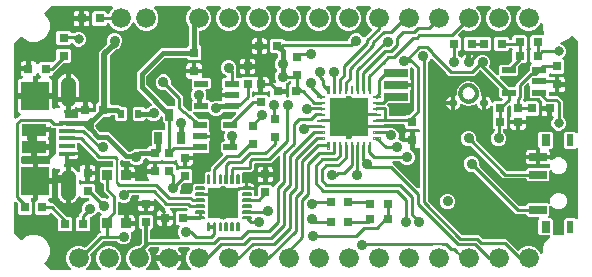
<source format=gbr>
G04 EAGLE Gerber RS-274X export*
G75*
%MOMM*%
%FSLAX34Y34*%
%LPD*%
%INTop Copper*%
%IPPOS*%
%AMOC8*
5,1,8,0,0,1.08239X$1,22.5*%
G01*
%ADD10R,0.800000X0.800000*%
%ADD11R,1.200000X0.550000*%
%ADD12R,0.600000X0.800000*%
%ADD13C,1.676400*%
%ADD14R,0.900000X0.900000*%
%ADD15C,0.140000*%
%ADD16R,2.500000X2.500000*%
%ADD17R,2.000000X1.000000*%
%ADD18R,1.350000X0.400000*%
%ADD19C,1.308000*%
%ADD20R,2.413000X2.413000*%
%ADD21R,0.635000X1.016000*%
%ADD22R,2.000000X0.700000*%
%ADD23C,0.125000*%
%ADD24R,3.200000X3.200000*%
%ADD25C,0.300000*%
%ADD26C,0.900000*%
%ADD27C,0.700000*%
%ADD28R,1.500000X0.700000*%
%ADD29R,0.600000X1.000000*%
%ADD30R,0.800000X1.000000*%
%ADD31C,0.906400*%
%ADD32C,0.254000*%
%ADD33C,0.800100*%
%ADD34C,0.304800*%
%ADD35C,0.914400*%
%ADD36C,0.381000*%
%ADD37C,0.508000*%
%ADD38C,0.609600*%
%ADD39C,0.406400*%
%ADD40C,0.203200*%
%ADD41C,0.889000*%

G36*
X448749Y16404D02*
X448749Y16404D01*
X448839Y16400D01*
X448907Y16414D01*
X448977Y16418D01*
X449062Y16446D01*
X449150Y16464D01*
X449213Y16495D01*
X449279Y16516D01*
X449355Y16564D01*
X449436Y16604D01*
X449489Y16649D01*
X449548Y16686D01*
X449610Y16752D01*
X449678Y16810D01*
X449718Y16867D01*
X449766Y16918D01*
X449809Y16997D01*
X449861Y17070D01*
X449886Y17135D01*
X449920Y17197D01*
X449942Y17283D01*
X449974Y17368D01*
X449982Y17437D01*
X449999Y17504D01*
X450009Y17665D01*
X450009Y21743D01*
X452071Y26720D01*
X455851Y30501D01*
X455936Y30610D01*
X456025Y30717D01*
X456034Y30736D01*
X456046Y30752D01*
X456101Y30880D01*
X456160Y31005D01*
X456164Y31025D01*
X456172Y31044D01*
X456194Y31182D01*
X456220Y31318D01*
X456219Y31338D01*
X456222Y31358D01*
X456209Y31497D01*
X456200Y31635D01*
X456194Y31654D01*
X456192Y31674D01*
X456145Y31806D01*
X456102Y31937D01*
X456092Y31955D01*
X456085Y31974D01*
X456007Y32089D01*
X455932Y32206D01*
X455918Y32220D01*
X455906Y32237D01*
X455802Y32329D01*
X455701Y32424D01*
X455683Y32434D01*
X455668Y32447D01*
X455544Y32511D01*
X455422Y32578D01*
X455403Y32583D01*
X455385Y32592D01*
X455249Y32622D01*
X455114Y32657D01*
X455086Y32659D01*
X455074Y32662D01*
X455054Y32661D01*
X454954Y32667D01*
X447708Y32667D01*
X446517Y33858D01*
X446517Y45542D01*
X446976Y46001D01*
X447061Y46110D01*
X447150Y46217D01*
X447158Y46236D01*
X447171Y46252D01*
X447226Y46380D01*
X447285Y46505D01*
X447289Y46525D01*
X447297Y46544D01*
X447319Y46682D01*
X447345Y46818D01*
X447344Y46838D01*
X447347Y46858D01*
X447334Y46997D01*
X447325Y47135D01*
X447319Y47154D01*
X447317Y47174D01*
X447270Y47305D01*
X447227Y47437D01*
X447216Y47455D01*
X447210Y47474D01*
X447132Y47588D01*
X447057Y47706D01*
X447042Y47720D01*
X447031Y47737D01*
X446927Y47829D01*
X446825Y47924D01*
X446808Y47934D01*
X446793Y47947D01*
X446669Y48010D01*
X446547Y48078D01*
X446527Y48083D01*
X446509Y48092D01*
X446373Y48122D01*
X446239Y48157D01*
X446211Y48159D01*
X446199Y48162D01*
X446179Y48161D01*
X446078Y48167D01*
X437708Y48167D01*
X436488Y49388D01*
X436482Y49403D01*
X436477Y49444D01*
X436434Y49554D01*
X436397Y49667D01*
X436375Y49702D01*
X436360Y49739D01*
X436291Y49835D01*
X436227Y49936D01*
X436197Y49964D01*
X436174Y49997D01*
X436082Y50073D01*
X435995Y50154D01*
X435960Y50174D01*
X435929Y50199D01*
X435821Y50250D01*
X435717Y50308D01*
X435677Y50318D01*
X435641Y50335D01*
X435524Y50357D01*
X435409Y50387D01*
X435349Y50391D01*
X435329Y50395D01*
X435308Y50393D01*
X435248Y50397D01*
X427532Y50397D01*
X392196Y85734D01*
X392117Y85794D01*
X392045Y85862D01*
X391992Y85891D01*
X391944Y85928D01*
X391853Y85968D01*
X391767Y86016D01*
X391708Y86031D01*
X391653Y86055D01*
X391555Y86070D01*
X391459Y86095D01*
X391359Y86101D01*
X391338Y86105D01*
X391326Y86103D01*
X391298Y86105D01*
X388576Y86105D01*
X386149Y87111D01*
X384291Y88969D01*
X383285Y91396D01*
X383285Y94024D01*
X384291Y96451D01*
X386149Y98309D01*
X388576Y99315D01*
X391204Y99315D01*
X393631Y98309D01*
X395489Y96451D01*
X396495Y94024D01*
X396495Y91302D01*
X396507Y91204D01*
X396510Y91105D01*
X396527Y91046D01*
X396535Y90986D01*
X396571Y90894D01*
X396599Y90799D01*
X396629Y90747D01*
X396652Y90691D01*
X396710Y90611D01*
X396760Y90525D01*
X396826Y90450D01*
X396838Y90433D01*
X396848Y90425D01*
X396866Y90404D01*
X429896Y57374D01*
X429975Y57314D01*
X430047Y57246D01*
X430100Y57217D01*
X430148Y57180D01*
X430239Y57140D01*
X430325Y57092D01*
X430384Y57077D01*
X430439Y57053D01*
X430537Y57038D01*
X430633Y57013D01*
X430733Y57007D01*
X430754Y57003D01*
X430766Y57005D01*
X430794Y57003D01*
X435248Y57003D01*
X435366Y57018D01*
X435485Y57025D01*
X435523Y57038D01*
X435564Y57043D01*
X435674Y57086D01*
X435787Y57123D01*
X435822Y57145D01*
X435859Y57160D01*
X435955Y57229D01*
X436056Y57293D01*
X436084Y57323D01*
X436117Y57346D01*
X436193Y57438D01*
X436274Y57525D01*
X436294Y57560D01*
X436319Y57591D01*
X436370Y57699D01*
X436428Y57803D01*
X436438Y57843D01*
X436455Y57879D01*
X436477Y57996D01*
X436479Y58004D01*
X437708Y59233D01*
X454406Y59233D01*
X454452Y59197D01*
X454559Y59108D01*
X454578Y59100D01*
X454594Y59087D01*
X454722Y59032D01*
X454847Y58973D01*
X454867Y58969D01*
X454886Y58961D01*
X455023Y58939D01*
X455160Y58913D01*
X455180Y58914D01*
X455200Y58911D01*
X455338Y58924D01*
X455477Y58933D01*
X455496Y58939D01*
X455516Y58941D01*
X455647Y58988D01*
X455779Y59031D01*
X455797Y59042D01*
X455816Y59048D01*
X455931Y59127D01*
X456048Y59201D01*
X456062Y59216D01*
X456079Y59227D01*
X456171Y59331D01*
X456266Y59433D01*
X456276Y59450D01*
X456289Y59465D01*
X456352Y59589D01*
X456420Y59711D01*
X456425Y59731D01*
X456434Y59749D01*
X456464Y59884D01*
X456499Y60019D01*
X456501Y60047D01*
X456504Y60059D01*
X456503Y60079D01*
X456509Y60180D01*
X456509Y62601D01*
X457581Y65188D01*
X459562Y67169D01*
X462149Y68241D01*
X464951Y68241D01*
X467538Y67169D01*
X469519Y65188D01*
X470591Y62601D01*
X470591Y59799D01*
X469519Y57212D01*
X467538Y55231D01*
X464951Y54159D01*
X462149Y54159D01*
X459562Y55231D01*
X457749Y57043D01*
X457640Y57129D01*
X457533Y57217D01*
X457514Y57226D01*
X457498Y57238D01*
X457370Y57294D01*
X457245Y57353D01*
X457225Y57357D01*
X457206Y57365D01*
X457068Y57387D01*
X456932Y57413D01*
X456912Y57411D01*
X456892Y57415D01*
X456753Y57401D01*
X456615Y57393D01*
X456596Y57387D01*
X456576Y57385D01*
X456444Y57338D01*
X456313Y57295D01*
X456295Y57284D01*
X456276Y57277D01*
X456161Y57199D01*
X456044Y57125D01*
X456030Y57110D01*
X456013Y57099D01*
X455921Y56994D01*
X455826Y56893D01*
X455816Y56875D01*
X455803Y56860D01*
X455739Y56736D01*
X455672Y56615D01*
X455667Y56595D01*
X455658Y56577D01*
X455628Y56441D01*
X455593Y56307D01*
X455591Y56279D01*
X455588Y56267D01*
X455589Y56246D01*
X455583Y56146D01*
X455583Y49358D01*
X455124Y48899D01*
X455039Y48790D01*
X454950Y48683D01*
X454942Y48664D01*
X454929Y48648D01*
X454874Y48520D01*
X454815Y48395D01*
X454811Y48375D01*
X454803Y48356D01*
X454781Y48218D01*
X454755Y48082D01*
X454756Y48062D01*
X454753Y48042D01*
X454766Y47903D01*
X454775Y47765D01*
X454781Y47746D01*
X454783Y47726D01*
X454830Y47595D01*
X454873Y47463D01*
X454884Y47445D01*
X454890Y47426D01*
X454968Y47312D01*
X455043Y47194D01*
X455058Y47180D01*
X455069Y47163D01*
X455173Y47071D01*
X455275Y46976D01*
X455292Y46966D01*
X455307Y46953D01*
X455431Y46890D01*
X455553Y46822D01*
X455573Y46817D01*
X455591Y46808D01*
X455727Y46778D01*
X455861Y46743D01*
X455889Y46741D01*
X455901Y46738D01*
X455921Y46739D01*
X456022Y46733D01*
X457392Y46733D01*
X458583Y45542D01*
X458583Y33548D01*
X458589Y33499D01*
X458587Y33449D01*
X458609Y33342D01*
X458623Y33233D01*
X458641Y33187D01*
X458651Y33138D01*
X458699Y33039D01*
X458740Y32937D01*
X458769Y32897D01*
X458791Y32852D01*
X458862Y32769D01*
X458926Y32680D01*
X458965Y32648D01*
X458997Y32610D01*
X459087Y32547D01*
X459171Y32477D01*
X459216Y32456D01*
X459257Y32427D01*
X459360Y32388D01*
X459459Y32342D01*
X459508Y32332D01*
X459554Y32315D01*
X459664Y32302D01*
X459771Y32282D01*
X459821Y32285D01*
X459870Y32279D01*
X459979Y32295D01*
X460089Y32301D01*
X460136Y32317D01*
X460185Y32324D01*
X460338Y32376D01*
X460857Y32591D01*
X466243Y32591D01*
X466762Y32376D01*
X466810Y32363D01*
X466855Y32342D01*
X466963Y32321D01*
X467069Y32292D01*
X467119Y32291D01*
X467168Y32282D01*
X467277Y32289D01*
X467387Y32287D01*
X467435Y32298D01*
X467485Y32301D01*
X467589Y32335D01*
X467696Y32361D01*
X467740Y32384D01*
X467787Y32400D01*
X467880Y32458D01*
X467977Y32510D01*
X468014Y32543D01*
X468056Y32570D01*
X468131Y32650D01*
X468213Y32724D01*
X468240Y32765D01*
X468274Y32801D01*
X468327Y32898D01*
X468387Y32989D01*
X468404Y33036D01*
X468428Y33080D01*
X468455Y33186D01*
X468491Y33290D01*
X468495Y33340D01*
X468507Y33388D01*
X468517Y33548D01*
X468517Y45542D01*
X469708Y46733D01*
X477392Y46733D01*
X477893Y46232D01*
X478002Y46147D01*
X478109Y46058D01*
X478128Y46050D01*
X478144Y46037D01*
X478272Y45982D01*
X478397Y45923D01*
X478417Y45919D01*
X478436Y45911D01*
X478574Y45889D01*
X478710Y45863D01*
X478730Y45864D01*
X478750Y45861D01*
X478889Y45874D01*
X479027Y45883D01*
X479046Y45889D01*
X479066Y45891D01*
X479197Y45938D01*
X479329Y45981D01*
X479347Y45992D01*
X479366Y45998D01*
X479480Y46076D01*
X479598Y46151D01*
X479612Y46166D01*
X479629Y46177D01*
X479721Y46281D01*
X479816Y46383D01*
X479826Y46400D01*
X479839Y46415D01*
X479902Y46539D01*
X479970Y46661D01*
X479975Y46681D01*
X479984Y46699D01*
X480014Y46835D01*
X480049Y46969D01*
X480051Y46997D01*
X480054Y47009D01*
X480053Y47029D01*
X480059Y47130D01*
X480059Y105270D01*
X480042Y105408D01*
X480029Y105547D01*
X480022Y105566D01*
X480019Y105586D01*
X479968Y105715D01*
X479921Y105846D01*
X479910Y105863D01*
X479902Y105882D01*
X479821Y105994D01*
X479743Y106109D01*
X479727Y106122D01*
X479716Y106139D01*
X479608Y106228D01*
X479504Y106320D01*
X479486Y106329D01*
X479471Y106342D01*
X479345Y106401D01*
X479221Y106464D01*
X479201Y106469D01*
X479183Y106477D01*
X479046Y106503D01*
X478911Y106534D01*
X478890Y106533D01*
X478871Y106537D01*
X478732Y106528D01*
X478593Y106524D01*
X478573Y106519D01*
X478553Y106517D01*
X478421Y106475D01*
X478287Y106436D01*
X478270Y106425D01*
X478251Y106419D01*
X478133Y106345D01*
X478013Y106274D01*
X477992Y106256D01*
X477982Y106249D01*
X477968Y106234D01*
X477893Y106168D01*
X477392Y105667D01*
X469708Y105667D01*
X468517Y106858D01*
X468517Y118542D01*
X469708Y119733D01*
X477392Y119733D01*
X477893Y119232D01*
X478002Y119147D01*
X478109Y119058D01*
X478128Y119050D01*
X478144Y119037D01*
X478272Y118982D01*
X478397Y118923D01*
X478417Y118919D01*
X478436Y118911D01*
X478574Y118889D01*
X478710Y118863D01*
X478730Y118864D01*
X478750Y118861D01*
X478889Y118874D01*
X479027Y118883D01*
X479046Y118889D01*
X479066Y118891D01*
X479197Y118938D01*
X479329Y118981D01*
X479347Y118992D01*
X479366Y118998D01*
X479480Y119076D01*
X479598Y119151D01*
X479612Y119166D01*
X479629Y119177D01*
X479721Y119281D01*
X479816Y119383D01*
X479826Y119400D01*
X479839Y119415D01*
X479902Y119539D01*
X479970Y119661D01*
X479975Y119681D01*
X479984Y119699D01*
X480014Y119835D01*
X480049Y119969D01*
X480051Y119997D01*
X480054Y120009D01*
X480053Y120029D01*
X480059Y120130D01*
X480059Y195580D01*
X480047Y195678D01*
X480044Y195777D01*
X480027Y195835D01*
X480019Y195896D01*
X479983Y195988D01*
X479955Y196083D01*
X479925Y196135D01*
X479902Y196191D01*
X479844Y196271D01*
X479794Y196357D01*
X479728Y196432D01*
X479716Y196449D01*
X479706Y196456D01*
X479688Y196477D01*
X475555Y200610D01*
X475461Y200683D01*
X475371Y200762D01*
X475335Y200780D01*
X475303Y200805D01*
X475194Y200853D01*
X475088Y200907D01*
X475049Y200915D01*
X475012Y200932D01*
X474894Y200950D01*
X474778Y200976D01*
X474738Y200975D01*
X474698Y200981D01*
X474579Y200970D01*
X474460Y200967D01*
X474421Y200955D01*
X474381Y200952D01*
X474269Y200911D01*
X474155Y200878D01*
X474120Y200858D01*
X474082Y200844D01*
X473983Y200777D01*
X473881Y200717D01*
X473835Y200677D01*
X473818Y200665D01*
X473805Y200650D01*
X473760Y200610D01*
X471220Y198071D01*
X466234Y196006D01*
X466195Y196001D01*
X466125Y196002D01*
X466037Y195981D01*
X465948Y195969D01*
X465884Y195944D01*
X465816Y195927D01*
X465736Y195885D01*
X465653Y195852D01*
X465596Y195811D01*
X465535Y195779D01*
X465468Y195718D01*
X465395Y195666D01*
X465351Y195612D01*
X465299Y195565D01*
X465250Y195490D01*
X465193Y195421D01*
X465163Y195357D01*
X465124Y195299D01*
X465095Y195214D01*
X465057Y195133D01*
X465044Y195064D01*
X465021Y194998D01*
X465014Y194909D01*
X464997Y194821D01*
X465002Y194751D01*
X464996Y194681D01*
X465011Y194593D01*
X465017Y194503D01*
X465038Y194437D01*
X465050Y194368D01*
X465087Y194286D01*
X465115Y194201D01*
X465152Y194142D01*
X465181Y194078D01*
X465237Y194008D01*
X465285Y193932D01*
X465336Y193884D01*
X465380Y193830D01*
X465451Y193775D01*
X465517Y193714D01*
X465578Y193680D01*
X465634Y193638D01*
X465778Y193567D01*
X466968Y193075D01*
X468665Y191378D01*
X469583Y189160D01*
X469583Y186760D01*
X468665Y184542D01*
X467166Y183044D01*
X467093Y182950D01*
X467014Y182860D01*
X466996Y182824D01*
X466971Y182792D01*
X466924Y182683D01*
X466870Y182577D01*
X466861Y182538D01*
X466845Y182501D01*
X466826Y182383D01*
X466800Y182267D01*
X466801Y182226D01*
X466795Y182186D01*
X466806Y182068D01*
X466810Y181949D01*
X466821Y181910D01*
X466825Y181870D01*
X466865Y181758D01*
X466898Y181643D01*
X466919Y181609D01*
X466932Y181571D01*
X466999Y181472D01*
X467060Y181370D01*
X467099Y181324D01*
X467111Y181307D01*
X467126Y181294D01*
X467166Y181249D01*
X468313Y180102D01*
X468313Y170418D01*
X467122Y169227D01*
X457410Y169227D01*
X457324Y169299D01*
X457305Y169307D01*
X457289Y169320D01*
X457161Y169375D01*
X457036Y169434D01*
X457016Y169438D01*
X456997Y169446D01*
X456860Y169468D01*
X456723Y169494D01*
X456703Y169493D01*
X456683Y169496D01*
X456545Y169483D01*
X456406Y169474D01*
X456387Y169468D01*
X456367Y169466D01*
X456236Y169419D01*
X456104Y169376D01*
X456086Y169365D01*
X456067Y169359D01*
X455952Y169280D01*
X455835Y169206D01*
X455821Y169191D01*
X455804Y169180D01*
X455712Y169076D01*
X455617Y168974D01*
X455607Y168957D01*
X455594Y168942D01*
X455531Y168818D01*
X455463Y168696D01*
X455458Y168676D01*
X455449Y168658D01*
X455419Y168523D01*
X455409Y168485D01*
X455399Y168472D01*
X455320Y168383D01*
X455302Y168347D01*
X455277Y168315D01*
X455230Y168206D01*
X455176Y168099D01*
X455167Y168060D01*
X455151Y168024D01*
X455132Y167906D01*
X455106Y167789D01*
X455108Y167749D01*
X455101Y167710D01*
X455112Y167591D01*
X455116Y167471D01*
X455127Y167433D01*
X455131Y167393D01*
X455171Y167281D01*
X455205Y167166D01*
X455225Y167131D01*
X455239Y167094D01*
X455286Y167024D01*
X455290Y167015D01*
X455430Y166774D01*
X455502Y166679D01*
X455567Y166580D01*
X455597Y166553D01*
X455622Y166521D01*
X455715Y166446D01*
X455804Y166367D01*
X455839Y166348D01*
X455871Y166323D01*
X455980Y166274D01*
X456085Y166219D01*
X456125Y166210D01*
X456161Y166193D01*
X456279Y166174D01*
X456395Y166146D01*
X456435Y166147D01*
X456475Y166140D01*
X456594Y166150D01*
X456713Y166153D01*
X456752Y166163D01*
X456792Y166167D01*
X456905Y166206D01*
X457019Y166238D01*
X457073Y166264D01*
X457092Y166271D01*
X457109Y166282D01*
X457163Y166309D01*
X457299Y166388D01*
X457946Y166561D01*
X460281Y166561D01*
X460281Y160750D01*
X460296Y160632D01*
X460303Y160513D01*
X460315Y160475D01*
X460321Y160435D01*
X460364Y160324D01*
X460401Y160211D01*
X460423Y160177D01*
X460438Y160139D01*
X460507Y160043D01*
X460518Y160026D01*
X460504Y160002D01*
X460479Y159970D01*
X460428Y159863D01*
X460370Y159758D01*
X460360Y159719D01*
X460343Y159683D01*
X460321Y159566D01*
X460291Y159450D01*
X460287Y159390D01*
X460283Y159370D01*
X460285Y159350D01*
X460281Y159290D01*
X460281Y153479D01*
X457946Y153479D01*
X457299Y153652D01*
X457278Y153665D01*
X457155Y153716D01*
X457036Y153773D01*
X457009Y153778D01*
X456985Y153788D01*
X456853Y153808D01*
X456723Y153832D01*
X456697Y153831D01*
X456670Y153835D01*
X456538Y153821D01*
X456406Y153813D01*
X456381Y153804D01*
X456354Y153802D01*
X456229Y153755D01*
X456104Y153715D01*
X456081Y153700D01*
X456056Y153691D01*
X455947Y153615D01*
X455835Y153545D01*
X455816Y153525D01*
X455794Y153510D01*
X455708Y153409D01*
X455617Y153313D01*
X455604Y153289D01*
X455586Y153269D01*
X455527Y153150D01*
X455463Y153034D01*
X455457Y153008D01*
X455445Y152984D01*
X455417Y152855D01*
X455384Y152726D01*
X455382Y152688D01*
X455378Y152673D01*
X455379Y152651D01*
X455374Y152566D01*
X455374Y151574D01*
X455389Y151456D01*
X455396Y151337D01*
X455409Y151299D01*
X455414Y151258D01*
X455457Y151148D01*
X455494Y151035D01*
X455516Y151000D01*
X455531Y150963D01*
X455600Y150867D01*
X455664Y150766D01*
X455694Y150738D01*
X455717Y150705D01*
X455809Y150629D01*
X455896Y150548D01*
X455931Y150528D01*
X455962Y150503D01*
X456070Y150452D01*
X456174Y150394D01*
X456214Y150384D01*
X456250Y150367D01*
X456367Y150345D01*
X456482Y150315D01*
X456542Y150311D01*
X456562Y150307D01*
X456583Y150309D01*
X456643Y150305D01*
X462666Y150305D01*
X464546Y148424D01*
X466853Y146118D01*
X466853Y132755D01*
X466865Y132657D01*
X466868Y132558D01*
X466885Y132500D01*
X466893Y132440D01*
X466929Y132348D01*
X466957Y132253D01*
X466987Y132200D01*
X467010Y132144D01*
X467068Y132064D01*
X467118Y131979D01*
X467184Y131903D01*
X467196Y131887D01*
X467206Y131879D01*
X467224Y131858D01*
X468665Y130418D01*
X469583Y128200D01*
X469583Y125800D01*
X468665Y123582D01*
X466968Y121885D01*
X464750Y120967D01*
X462350Y120967D01*
X460132Y121885D01*
X458435Y123582D01*
X457517Y125800D01*
X457517Y128200D01*
X458435Y130418D01*
X459010Y130993D01*
X459095Y131102D01*
X459184Y131209D01*
X459193Y131228D01*
X459205Y131244D01*
X459261Y131372D01*
X459320Y131497D01*
X459323Y131517D01*
X459332Y131536D01*
X459353Y131674D01*
X459379Y131810D01*
X459378Y131830D01*
X459381Y131850D01*
X459368Y131989D01*
X459360Y132127D01*
X459353Y132146D01*
X459352Y132166D01*
X459304Y132297D01*
X459262Y132429D01*
X459251Y132447D01*
X459244Y132466D01*
X459166Y132580D01*
X459092Y132698D01*
X459077Y132712D01*
X459065Y132729D01*
X458961Y132821D01*
X458860Y132916D01*
X458842Y132926D01*
X458827Y132939D01*
X458703Y133002D01*
X458581Y133070D01*
X458562Y133075D01*
X458544Y133084D01*
X458408Y133114D01*
X458273Y133149D01*
X458245Y133151D01*
X458233Y133154D01*
X458213Y133153D01*
X458113Y133159D01*
X457929Y133159D01*
X457929Y138970D01*
X457914Y139088D01*
X457907Y139207D01*
X457894Y139245D01*
X457889Y139285D01*
X457846Y139396D01*
X457809Y139509D01*
X457787Y139543D01*
X457772Y139581D01*
X457703Y139677D01*
X457639Y139778D01*
X457609Y139806D01*
X457586Y139838D01*
X457494Y139914D01*
X457407Y139996D01*
X457372Y140015D01*
X457341Y140041D01*
X457233Y140092D01*
X457129Y140149D01*
X457089Y140159D01*
X457053Y140177D01*
X456936Y140199D01*
X456821Y140229D01*
X456761Y140233D01*
X456741Y140236D01*
X456720Y140235D01*
X456660Y140239D01*
X456469Y140239D01*
X456469Y140430D01*
X456454Y140548D01*
X456447Y140667D01*
X456434Y140705D01*
X456429Y140746D01*
X456385Y140856D01*
X456349Y140969D01*
X456327Y141004D01*
X456312Y141041D01*
X456242Y141137D01*
X456179Y141238D01*
X456149Y141266D01*
X456125Y141299D01*
X456034Y141375D01*
X455947Y141456D01*
X455912Y141476D01*
X455880Y141501D01*
X455773Y141552D01*
X455668Y141610D01*
X455629Y141620D01*
X455593Y141637D01*
X455476Y141659D01*
X455360Y141689D01*
X455300Y141693D01*
X455280Y141697D01*
X455260Y141695D01*
X455200Y141699D01*
X449389Y141699D01*
X449389Y144034D01*
X449562Y144681D01*
X449620Y144780D01*
X449663Y144884D01*
X449714Y144984D01*
X449725Y145030D01*
X449743Y145073D01*
X449759Y145184D01*
X449784Y145294D01*
X449783Y145341D01*
X449790Y145388D01*
X449778Y145499D01*
X449774Y145612D01*
X449761Y145657D01*
X449756Y145704D01*
X449717Y145809D01*
X449686Y145917D01*
X449662Y145958D01*
X449646Y146002D01*
X449582Y146094D01*
X449524Y146191D01*
X449477Y146246D01*
X449464Y146263D01*
X449451Y146275D01*
X449418Y146312D01*
X447825Y147906D01*
X447746Y147966D01*
X447674Y148034D01*
X447621Y148063D01*
X447573Y148100D01*
X447482Y148140D01*
X447396Y148188D01*
X447337Y148203D01*
X447282Y148227D01*
X447184Y148242D01*
X447088Y148267D01*
X446988Y148273D01*
X446967Y148277D01*
X446955Y148275D01*
X446927Y148277D01*
X440499Y148277D01*
X439308Y149468D01*
X439308Y156677D01*
X439362Y156737D01*
X439380Y156773D01*
X439405Y156805D01*
X439452Y156914D01*
X439506Y157021D01*
X439515Y157060D01*
X439531Y157096D01*
X439550Y157214D01*
X439576Y157331D01*
X439574Y157371D01*
X439581Y157410D01*
X439570Y157529D01*
X439566Y157649D01*
X439555Y157687D01*
X439551Y157727D01*
X439511Y157839D01*
X439477Y157954D01*
X439457Y157989D01*
X439443Y158026D01*
X439396Y158096D01*
X439391Y158105D01*
X438973Y158829D01*
X438800Y159476D01*
X438800Y159704D01*
X438783Y159841D01*
X438770Y159980D01*
X438763Y160000D01*
X438760Y160020D01*
X438709Y160148D01*
X438662Y160280D01*
X438651Y160296D01*
X438643Y160315D01*
X438562Y160427D01*
X438484Y160543D01*
X438468Y160556D01*
X438457Y160573D01*
X438349Y160661D01*
X438245Y160753D01*
X438227Y160762D01*
X438212Y160775D01*
X438086Y160835D01*
X437962Y160898D01*
X437942Y160902D01*
X437924Y160911D01*
X437788Y160937D01*
X437652Y160968D01*
X437631Y160967D01*
X437612Y160971D01*
X437473Y160962D01*
X437334Y160958D01*
X437314Y160952D01*
X437294Y160951D01*
X437162Y160908D01*
X437028Y160869D01*
X437011Y160859D01*
X436992Y160853D01*
X436874Y160778D01*
X436754Y160708D01*
X436733Y160689D01*
X436723Y160683D01*
X436709Y160668D01*
X436634Y160602D01*
X434315Y158283D01*
X434255Y158205D01*
X434187Y158133D01*
X434166Y158096D01*
X434145Y158070D01*
X434137Y158054D01*
X434121Y158032D01*
X434081Y157941D01*
X434033Y157855D01*
X434021Y157807D01*
X434009Y157782D01*
X434007Y157770D01*
X433994Y157740D01*
X433979Y157642D01*
X433954Y157547D01*
X433948Y157447D01*
X433944Y157426D01*
X433946Y157414D01*
X433944Y157386D01*
X433944Y147558D01*
X433927Y147536D01*
X433848Y147447D01*
X433830Y147411D01*
X433805Y147379D01*
X433757Y147269D01*
X433703Y147164D01*
X433694Y147124D01*
X433678Y147087D01*
X433660Y146970D01*
X433634Y146854D01*
X433635Y146813D01*
X433629Y146773D01*
X433640Y146655D01*
X433643Y146536D01*
X433655Y146497D01*
X433658Y146456D01*
X433699Y146344D01*
X433732Y146230D01*
X433752Y146195D01*
X433766Y146157D01*
X433833Y146059D01*
X433893Y145956D01*
X433933Y145911D01*
X433944Y145894D01*
X433960Y145880D01*
X433999Y145835D01*
X434077Y145757D01*
X434172Y145684D01*
X434261Y145605D01*
X434297Y145587D01*
X434329Y145562D01*
X434438Y145515D01*
X434544Y145461D01*
X434583Y145452D01*
X434620Y145436D01*
X434738Y145417D01*
X434854Y145391D01*
X434895Y145392D01*
X434934Y145386D01*
X435053Y145397D01*
X435172Y145401D01*
X435211Y145412D01*
X435251Y145416D01*
X435363Y145456D01*
X435478Y145489D01*
X435512Y145510D01*
X435550Y145523D01*
X435649Y145590D01*
X435752Y145651D01*
X435797Y145691D01*
X435814Y145702D01*
X435827Y145717D01*
X435845Y145733D01*
X445532Y145733D01*
X446723Y144542D01*
X446723Y134858D01*
X445532Y133667D01*
X437070Y133667D01*
X436952Y133652D01*
X436833Y133645D01*
X436795Y133632D01*
X436754Y133627D01*
X436644Y133584D01*
X436531Y133547D01*
X436496Y133525D01*
X436459Y133510D01*
X436363Y133441D01*
X436262Y133377D01*
X436234Y133347D01*
X436201Y133324D01*
X436125Y133232D01*
X436044Y133145D01*
X436024Y133110D01*
X435999Y133079D01*
X435948Y132971D01*
X435890Y132867D01*
X435880Y132827D01*
X435863Y132791D01*
X435841Y132674D01*
X435811Y132559D01*
X435807Y132499D01*
X435803Y132479D01*
X435805Y132458D01*
X435801Y132398D01*
X435801Y130269D01*
X429990Y130269D01*
X429872Y130254D01*
X429753Y130247D01*
X429715Y130234D01*
X429675Y130229D01*
X429564Y130186D01*
X429451Y130149D01*
X429417Y130127D01*
X429379Y130112D01*
X429283Y130043D01*
X429266Y130032D01*
X429242Y130046D01*
X429210Y130071D01*
X429103Y130122D01*
X428998Y130180D01*
X428959Y130190D01*
X428923Y130207D01*
X428806Y130229D01*
X428690Y130259D01*
X428630Y130263D01*
X428610Y130267D01*
X428590Y130265D01*
X428530Y130269D01*
X422719Y130269D01*
X422719Y132604D01*
X422892Y133251D01*
X423116Y133638D01*
X423160Y133742D01*
X423211Y133842D01*
X423221Y133888D01*
X423240Y133932D01*
X423256Y134043D01*
X423281Y134152D01*
X423279Y134200D01*
X423286Y134246D01*
X423274Y134358D01*
X423271Y134470D01*
X423258Y134516D01*
X423253Y134563D01*
X423227Y134632D01*
X423227Y141172D01*
X423210Y141310D01*
X423197Y141449D01*
X423190Y141468D01*
X423187Y141488D01*
X423136Y141617D01*
X423089Y141748D01*
X423078Y141765D01*
X423070Y141783D01*
X422989Y141896D01*
X422911Y142011D01*
X422895Y142024D01*
X422884Y142041D01*
X422776Y142130D01*
X422672Y142222D01*
X422654Y142231D01*
X422639Y142244D01*
X422513Y142303D01*
X422389Y142366D01*
X422369Y142371D01*
X422351Y142379D01*
X422214Y142405D01*
X422079Y142436D01*
X422058Y142435D01*
X422039Y142439D01*
X421900Y142430D01*
X421761Y142426D01*
X421741Y142420D01*
X421721Y142419D01*
X421589Y142376D01*
X421455Y142338D01*
X421438Y142327D01*
X421419Y142321D01*
X421301Y142247D01*
X421181Y142176D01*
X421160Y142158D01*
X421150Y142151D01*
X421136Y142136D01*
X421060Y142070D01*
X420424Y141434D01*
X420364Y141355D01*
X420296Y141283D01*
X420267Y141230D01*
X420230Y141182D01*
X420190Y141092D01*
X420142Y141005D01*
X420127Y140946D01*
X420103Y140891D01*
X420088Y140793D01*
X420063Y140697D01*
X420057Y140597D01*
X420053Y140576D01*
X420055Y140564D01*
X420053Y140536D01*
X420053Y134851D01*
X420004Y134788D01*
X419925Y134699D01*
X419907Y134663D01*
X419882Y134631D01*
X419835Y134522D01*
X419781Y134416D01*
X419772Y134377D01*
X419756Y134339D01*
X419737Y134222D01*
X419711Y134106D01*
X419712Y134065D01*
X419706Y134025D01*
X419717Y133907D01*
X419721Y133788D01*
X419732Y133749D01*
X419736Y133709D01*
X419776Y133597D01*
X419809Y133482D01*
X419830Y133448D01*
X419843Y133409D01*
X419910Y133311D01*
X419971Y133208D01*
X420011Y133163D01*
X420022Y133146D01*
X420037Y133133D01*
X420053Y133115D01*
X420053Y123428D01*
X418862Y122237D01*
X417322Y122237D01*
X417204Y122222D01*
X417085Y122215D01*
X417047Y122202D01*
X417006Y122197D01*
X416896Y122154D01*
X416783Y122117D01*
X416748Y122095D01*
X416711Y122080D01*
X416615Y122011D01*
X416514Y121947D01*
X416486Y121917D01*
X416453Y121894D01*
X416377Y121802D01*
X416296Y121715D01*
X416276Y121680D01*
X416251Y121649D01*
X416200Y121541D01*
X416142Y121437D01*
X416132Y121397D01*
X416115Y121361D01*
X416093Y121244D01*
X416063Y121129D01*
X416059Y121068D01*
X416055Y121049D01*
X416057Y121028D01*
X416053Y120968D01*
X416053Y120864D01*
X416065Y120765D01*
X416068Y120666D01*
X416085Y120608D01*
X416093Y120548D01*
X416129Y120456D01*
X416157Y120361D01*
X416187Y120309D01*
X416210Y120252D01*
X416268Y120172D01*
X416318Y120087D01*
X416384Y120011D01*
X416396Y119995D01*
X416406Y119987D01*
X416424Y119966D01*
X418349Y118041D01*
X419355Y115614D01*
X419355Y112986D01*
X418349Y110559D01*
X416491Y108701D01*
X414064Y107695D01*
X411436Y107695D01*
X409009Y108701D01*
X407151Y110559D01*
X406145Y112986D01*
X406145Y115614D01*
X407151Y118041D01*
X409076Y119966D01*
X409136Y120044D01*
X409204Y120116D01*
X409233Y120169D01*
X409270Y120217D01*
X409310Y120308D01*
X409358Y120395D01*
X409373Y120453D01*
X409397Y120509D01*
X409412Y120607D01*
X409437Y120703D01*
X409443Y120803D01*
X409447Y120823D01*
X409445Y120836D01*
X409447Y120864D01*
X409447Y121442D01*
X409435Y121540D01*
X409432Y121639D01*
X409415Y121698D01*
X409407Y121758D01*
X409371Y121850D01*
X409343Y121945D01*
X409313Y121997D01*
X409290Y122053D01*
X409232Y122134D01*
X409182Y122219D01*
X409116Y122294D01*
X409104Y122311D01*
X409094Y122319D01*
X409076Y122340D01*
X407987Y123428D01*
X407987Y133119D01*
X408036Y133182D01*
X408115Y133271D01*
X408133Y133307D01*
X408158Y133339D01*
X408205Y133448D01*
X408259Y133554D01*
X408268Y133594D01*
X408284Y133631D01*
X408303Y133748D01*
X408329Y133864D01*
X408328Y133905D01*
X408334Y133945D01*
X408323Y134064D01*
X408319Y134182D01*
X408308Y134221D01*
X408304Y134261D01*
X408264Y134373D01*
X408231Y134488D01*
X408210Y134523D01*
X408197Y134561D01*
X408130Y134659D01*
X408069Y134762D01*
X408029Y134807D01*
X408018Y134824D01*
X408003Y134837D01*
X407987Y134855D01*
X407987Y140773D01*
X407974Y140876D01*
X407970Y140981D01*
X407954Y141034D01*
X407947Y141088D01*
X407909Y141185D01*
X407879Y141286D01*
X407851Y141333D01*
X407830Y141384D01*
X407769Y141469D01*
X407715Y141558D01*
X407676Y141597D01*
X407644Y141641D01*
X407563Y141708D01*
X407489Y141781D01*
X407441Y141809D01*
X407399Y141844D01*
X407304Y141889D01*
X407214Y141941D01*
X407161Y141956D01*
X407111Y141980D01*
X407009Y141999D01*
X406908Y142028D01*
X406853Y142029D01*
X406799Y142040D01*
X406694Y142033D01*
X406590Y142036D01*
X406536Y142023D01*
X406481Y142020D01*
X406382Y141988D01*
X406280Y141964D01*
X406231Y141939D01*
X406179Y141922D01*
X406090Y141866D01*
X405998Y141818D01*
X405957Y141781D01*
X405910Y141752D01*
X405838Y141676D01*
X405760Y141606D01*
X405707Y141536D01*
X405692Y141520D01*
X405685Y141507D01*
X405663Y141478D01*
X405042Y140549D01*
X404201Y139708D01*
X403211Y139047D01*
X402112Y138591D01*
X402099Y138589D01*
X402099Y143920D01*
X402084Y144038D01*
X402077Y144157D01*
X402064Y144195D01*
X402059Y144235D01*
X402016Y144346D01*
X402000Y144394D01*
X402010Y144412D01*
X402020Y144451D01*
X402037Y144487D01*
X402059Y144604D01*
X402089Y144720D01*
X402093Y144780D01*
X402097Y144800D01*
X402095Y144820D01*
X402099Y144880D01*
X402099Y150211D01*
X402112Y150209D01*
X403211Y149753D01*
X404201Y149092D01*
X405042Y148251D01*
X405703Y147261D01*
X406159Y146162D01*
X406267Y145615D01*
X406272Y145601D01*
X406274Y145586D01*
X406323Y145449D01*
X406368Y145313D01*
X406376Y145300D01*
X406381Y145286D01*
X406462Y145167D01*
X406541Y145046D01*
X406551Y145036D01*
X406560Y145023D01*
X406668Y144928D01*
X406774Y144830D01*
X406787Y144823D01*
X406798Y144813D01*
X406927Y144747D01*
X407054Y144679D01*
X407068Y144675D01*
X407081Y144668D01*
X407222Y144637D01*
X407362Y144602D01*
X407377Y144602D01*
X407392Y144599D01*
X407536Y144603D01*
X407680Y144604D01*
X407695Y144608D01*
X407710Y144608D01*
X407848Y144648D01*
X407988Y144685D01*
X408001Y144693D01*
X408015Y144697D01*
X408139Y144770D01*
X408266Y144840D01*
X408276Y144851D01*
X408289Y144858D01*
X408410Y144965D01*
X409178Y145733D01*
X414856Y145733D01*
X414953Y145745D01*
X415050Y145748D01*
X415110Y145765D01*
X415172Y145773D01*
X415262Y145808D01*
X415356Y145835D01*
X415410Y145867D01*
X415467Y145890D01*
X415546Y145947D01*
X415630Y145996D01*
X415709Y146065D01*
X415725Y146076D01*
X415728Y146081D01*
X415731Y146082D01*
X415736Y146089D01*
X415751Y146102D01*
X415757Y146108D01*
X415844Y146219D01*
X415934Y146327D01*
X415942Y146344D01*
X415953Y146359D01*
X416009Y146488D01*
X416069Y146615D01*
X416073Y146633D01*
X416080Y146651D01*
X416103Y146789D01*
X416129Y146928D01*
X416128Y146946D01*
X416131Y146964D01*
X416118Y147104D01*
X416109Y147245D01*
X416103Y147263D01*
X416102Y147281D01*
X416055Y147414D01*
X416011Y147547D01*
X416001Y147563D01*
X415995Y147581D01*
X415916Y147697D01*
X415841Y147816D01*
X415827Y147829D01*
X415817Y147844D01*
X415712Y147938D01*
X415609Y148034D01*
X415593Y148043D01*
X415579Y148055D01*
X415454Y148120D01*
X415331Y148188D01*
X415313Y148192D01*
X415296Y148201D01*
X415159Y148232D01*
X415023Y148267D01*
X414997Y148269D01*
X414986Y148271D01*
X414966Y148271D01*
X414862Y148277D01*
X414497Y148277D01*
X413306Y149468D01*
X413306Y155896D01*
X413294Y155994D01*
X413291Y156093D01*
X413274Y156152D01*
X413266Y156212D01*
X413230Y156304D01*
X413202Y156399D01*
X413172Y156451D01*
X413149Y156507D01*
X413091Y156587D01*
X413041Y156673D01*
X412975Y156748D01*
X412963Y156765D01*
X412953Y156773D01*
X412935Y156794D01*
X398608Y171121D01*
X398529Y171181D01*
X398457Y171249D01*
X398404Y171278D01*
X398356Y171315D01*
X398265Y171355D01*
X398179Y171403D01*
X398120Y171418D01*
X398065Y171442D01*
X397967Y171457D01*
X397893Y171476D01*
X397809Y171560D01*
X397715Y171633D01*
X397626Y171712D01*
X397590Y171730D01*
X397558Y171755D01*
X397449Y171802D01*
X397343Y171856D01*
X397303Y171865D01*
X397266Y171881D01*
X397149Y171900D01*
X397032Y171926D01*
X396992Y171925D01*
X396952Y171931D01*
X396833Y171920D01*
X396715Y171916D01*
X396676Y171905D01*
X396635Y171901D01*
X396523Y171861D01*
X396409Y171828D01*
X396374Y171807D01*
X396336Y171794D01*
X396238Y171727D01*
X396135Y171666D01*
X396090Y171626D01*
X396073Y171615D01*
X396060Y171600D01*
X396014Y171560D01*
X391950Y167495D01*
X370750Y167495D01*
X368444Y169801D01*
X368444Y169802D01*
X356842Y181404D01*
X356803Y181434D01*
X356769Y181471D01*
X356677Y181531D01*
X356591Y181599D01*
X356545Y181618D01*
X356503Y181646D01*
X356400Y181681D01*
X356299Y181725D01*
X356250Y181733D01*
X356203Y181749D01*
X356093Y181758D01*
X355985Y181775D01*
X355935Y181770D01*
X355886Y181774D01*
X355778Y181755D01*
X355668Y181745D01*
X355621Y181728D01*
X355572Y181720D01*
X355472Y181675D01*
X355369Y181637D01*
X355328Y181610D01*
X355282Y181589D01*
X355196Y181521D01*
X355106Y181459D01*
X355073Y181422D01*
X355034Y181391D01*
X354968Y181303D01*
X354895Y181220D01*
X354872Y181176D01*
X354843Y181136D01*
X354772Y180992D01*
X354434Y180177D01*
X352924Y178668D01*
X352864Y178589D01*
X352796Y178517D01*
X352767Y178464D01*
X352730Y178416D01*
X352690Y178325D01*
X352642Y178239D01*
X352627Y178180D01*
X352603Y178124D01*
X352588Y178026D01*
X352563Y177931D01*
X352557Y177831D01*
X352553Y177810D01*
X352555Y177798D01*
X352553Y177770D01*
X352553Y62219D01*
X352565Y62121D01*
X352568Y62022D01*
X352585Y61963D01*
X352593Y61903D01*
X352629Y61811D01*
X352657Y61716D01*
X352687Y61664D01*
X352710Y61608D01*
X352768Y61528D01*
X352818Y61442D01*
X352884Y61367D01*
X352896Y61350D01*
X352906Y61342D01*
X352924Y61321D01*
X381234Y33011D01*
X381313Y32951D01*
X381385Y32883D01*
X381438Y32854D01*
X381486Y32817D01*
X381577Y32777D01*
X381663Y32729D01*
X381722Y32714D01*
X381777Y32690D01*
X381875Y32675D01*
X381971Y32650D01*
X382071Y32644D01*
X382092Y32640D01*
X382104Y32642D01*
X382132Y32640D01*
X395692Y32640D01*
X399257Y29074D01*
X399335Y29014D01*
X399407Y28946D01*
X399460Y28917D01*
X399508Y28880D01*
X399599Y28840D01*
X399686Y28792D01*
X399745Y28777D01*
X399800Y28753D01*
X399898Y28738D01*
X399994Y28713D01*
X400094Y28707D01*
X400114Y28703D01*
X400127Y28705D01*
X400155Y28703D01*
X419198Y28703D01*
X421504Y26397D01*
X421504Y26396D01*
X428414Y19487D01*
X428508Y19414D01*
X428597Y19335D01*
X428633Y19317D01*
X428665Y19292D01*
X428774Y19245D01*
X428880Y19191D01*
X428920Y19182D01*
X428957Y19166D01*
X429074Y19147D01*
X429190Y19121D01*
X429231Y19122D01*
X429271Y19116D01*
X429389Y19127D01*
X429508Y19131D01*
X429547Y19142D01*
X429587Y19146D01*
X429700Y19186D01*
X429814Y19219D01*
X429849Y19240D01*
X429887Y19253D01*
X429985Y19320D01*
X430088Y19381D01*
X430133Y19421D01*
X430150Y19432D01*
X430163Y19447D01*
X430209Y19487D01*
X432251Y21529D01*
X436078Y23115D01*
X440222Y23115D01*
X444049Y21529D01*
X446979Y18599D01*
X447567Y17179D01*
X447602Y17119D01*
X447628Y17054D01*
X447680Y16981D01*
X447725Y16903D01*
X447773Y16853D01*
X447814Y16797D01*
X447884Y16739D01*
X447946Y16675D01*
X448006Y16638D01*
X448059Y16594D01*
X448141Y16555D01*
X448217Y16509D01*
X448284Y16488D01*
X448347Y16458D01*
X448435Y16441D01*
X448521Y16415D01*
X448591Y16412D01*
X448660Y16398D01*
X448749Y16404D01*
G37*
G36*
X101033Y103137D02*
X101033Y103137D01*
X101132Y103140D01*
X101190Y103157D01*
X101251Y103165D01*
X101343Y103201D01*
X101438Y103229D01*
X101490Y103259D01*
X101546Y103282D01*
X101626Y103340D01*
X101712Y103390D01*
X101787Y103456D01*
X101804Y103468D01*
X101811Y103478D01*
X101833Y103496D01*
X102326Y103990D01*
X104739Y104990D01*
X106336Y104990D01*
X106434Y105002D01*
X106533Y105005D01*
X106591Y105022D01*
X106651Y105030D01*
X106743Y105066D01*
X106838Y105094D01*
X106890Y105124D01*
X106947Y105147D01*
X107027Y105205D01*
X107112Y105255D01*
X107188Y105321D01*
X107204Y105333D01*
X107212Y105343D01*
X107233Y105361D01*
X107536Y105665D01*
X114618Y105665D01*
X114736Y105680D01*
X114855Y105687D01*
X114893Y105700D01*
X114934Y105705D01*
X115044Y105748D01*
X115157Y105785D01*
X115192Y105807D01*
X115229Y105822D01*
X115325Y105891D01*
X115426Y105955D01*
X115454Y105985D01*
X115487Y106008D01*
X115563Y106100D01*
X115644Y106187D01*
X115659Y106213D01*
X117078Y107633D01*
X118008Y107633D01*
X118126Y107648D01*
X118245Y107655D01*
X118283Y107668D01*
X118324Y107673D01*
X118434Y107716D01*
X118547Y107753D01*
X118582Y107775D01*
X118619Y107790D01*
X118715Y107859D01*
X118816Y107923D01*
X118844Y107953D01*
X118877Y107976D01*
X118953Y108068D01*
X119034Y108155D01*
X119054Y108190D01*
X119079Y108221D01*
X119130Y108329D01*
X119188Y108433D01*
X119198Y108473D01*
X119215Y108509D01*
X119237Y108626D01*
X119267Y108741D01*
X119271Y108801D01*
X119275Y108821D01*
X119273Y108842D01*
X119277Y108902D01*
X119277Y120382D01*
X120468Y121573D01*
X128502Y121573D01*
X128515Y121559D01*
X128625Y121474D01*
X128732Y121385D01*
X128751Y121377D01*
X128767Y121364D01*
X128894Y121309D01*
X129020Y121250D01*
X129040Y121246D01*
X129059Y121238D01*
X129196Y121216D01*
X129333Y121190D01*
X129353Y121191D01*
X129373Y121188D01*
X129511Y121201D01*
X129650Y121210D01*
X129669Y121216D01*
X129689Y121218D01*
X129821Y121265D01*
X129952Y121308D01*
X129969Y121319D01*
X129989Y121325D01*
X130104Y121404D01*
X130221Y121478D01*
X130235Y121493D01*
X130252Y121504D01*
X130344Y121608D01*
X130439Y121710D01*
X130449Y121727D01*
X130462Y121742D01*
X130526Y121867D01*
X130593Y121988D01*
X130598Y122008D01*
X130607Y122026D01*
X130637Y122161D01*
X130672Y122296D01*
X130674Y122324D01*
X130677Y122336D01*
X130676Y122356D01*
X130682Y122457D01*
X130682Y126107D01*
X130670Y126205D01*
X130667Y126304D01*
X130650Y126363D01*
X130642Y126423D01*
X130606Y126515D01*
X130578Y126610D01*
X130548Y126662D01*
X130525Y126718D01*
X130467Y126799D01*
X130417Y126884D01*
X130351Y126959D01*
X130339Y126976D01*
X130329Y126984D01*
X130311Y127005D01*
X128777Y128538D01*
X128777Y131635D01*
X128769Y131704D01*
X128770Y131774D01*
X128749Y131861D01*
X128737Y131950D01*
X128712Y132015D01*
X128695Y132083D01*
X128653Y132162D01*
X128620Y132246D01*
X128579Y132302D01*
X128547Y132364D01*
X128486Y132431D01*
X128434Y132503D01*
X128380Y132548D01*
X128333Y132599D01*
X128258Y132649D01*
X128189Y132706D01*
X128125Y132736D01*
X128067Y132774D01*
X127982Y132803D01*
X127901Y132841D01*
X127832Y132855D01*
X127766Y132877D01*
X127677Y132884D01*
X127589Y132901D01*
X127519Y132897D01*
X127449Y132902D01*
X127361Y132887D01*
X127271Y132882D01*
X127205Y132860D01*
X127136Y132848D01*
X127054Y132811D01*
X126969Y132783D01*
X126910Y132746D01*
X126846Y132717D01*
X126776Y132661D01*
X126700Y132613D01*
X126652Y132562D01*
X126598Y132519D01*
X126543Y132447D01*
X126482Y132382D01*
X126448Y132321D01*
X126406Y132265D01*
X126335Y132120D01*
X126215Y131830D01*
X124369Y129984D01*
X121956Y128984D01*
X119344Y128984D01*
X116931Y129984D01*
X116097Y130819D01*
X116018Y130879D01*
X115946Y130947D01*
X115893Y130976D01*
X115845Y131013D01*
X115754Y131053D01*
X115668Y131101D01*
X115609Y131116D01*
X115553Y131140D01*
X115455Y131155D01*
X115360Y131180D01*
X115260Y131186D01*
X115239Y131190D01*
X115227Y131188D01*
X115199Y131190D01*
X114132Y131190D01*
X114014Y131175D01*
X113895Y131168D01*
X113857Y131155D01*
X113816Y131150D01*
X113706Y131107D01*
X113593Y131070D01*
X113558Y131048D01*
X113521Y131033D01*
X113425Y130964D01*
X113324Y130900D01*
X113296Y130870D01*
X113263Y130847D01*
X113187Y130755D01*
X113106Y130668D01*
X113091Y130642D01*
X111672Y129222D01*
X103988Y129222D01*
X102797Y130413D01*
X102797Y140097D01*
X103988Y141288D01*
X111672Y141288D01*
X113109Y139851D01*
X113153Y139781D01*
X113183Y139753D01*
X113206Y139720D01*
X113298Y139644D01*
X113385Y139563D01*
X113420Y139543D01*
X113451Y139518D01*
X113559Y139467D01*
X113663Y139409D01*
X113703Y139399D01*
X113739Y139382D01*
X113856Y139360D01*
X113971Y139330D01*
X114031Y139326D01*
X114051Y139322D01*
X114072Y139324D01*
X114132Y139320D01*
X114611Y139320D01*
X114709Y139332D01*
X114808Y139335D01*
X114866Y139352D01*
X114927Y139360D01*
X115019Y139396D01*
X115114Y139424D01*
X115166Y139454D01*
X115222Y139477D01*
X115302Y139535D01*
X115388Y139585D01*
X115463Y139651D01*
X115480Y139663D01*
X115487Y139673D01*
X115509Y139691D01*
X116931Y141114D01*
X118465Y141750D01*
X118508Y141774D01*
X118555Y141791D01*
X118646Y141853D01*
X118741Y141907D01*
X118777Y141942D01*
X118818Y141970D01*
X118891Y142052D01*
X118970Y142128D01*
X118996Y142171D01*
X119029Y142208D01*
X119079Y142306D01*
X119136Y142400D01*
X119151Y142447D01*
X119173Y142491D01*
X119197Y142598D01*
X119230Y142703D01*
X119232Y142753D01*
X119243Y142802D01*
X119240Y142912D01*
X119245Y143021D01*
X119235Y143070D01*
X119233Y143119D01*
X119203Y143225D01*
X119180Y143333D01*
X119159Y143377D01*
X119145Y143425D01*
X119089Y143519D01*
X119041Y143618D01*
X119008Y143656D01*
X118983Y143699D01*
X118877Y143820D01*
X106425Y156271D01*
X106425Y170594D01*
X109178Y173346D01*
X126586Y190755D01*
X147638Y190755D01*
X147756Y190770D01*
X147875Y190777D01*
X147913Y190790D01*
X147954Y190795D01*
X148064Y190838D01*
X148177Y190875D01*
X148212Y190897D01*
X148249Y190912D01*
X148345Y190981D01*
X148446Y191045D01*
X148474Y191075D01*
X148507Y191098D01*
X148583Y191190D01*
X148664Y191277D01*
X148679Y191303D01*
X150344Y192969D01*
X150414Y193013D01*
X150442Y193043D01*
X150475Y193066D01*
X150551Y193158D01*
X150632Y193245D01*
X150652Y193280D01*
X150677Y193311D01*
X150728Y193419D01*
X150786Y193523D01*
X150796Y193563D01*
X150813Y193599D01*
X150835Y193716D01*
X150865Y193831D01*
X150869Y193891D01*
X150873Y193911D01*
X150871Y193932D01*
X150875Y193992D01*
X150875Y208520D01*
X150863Y208619D01*
X150860Y208718D01*
X150843Y208776D01*
X150835Y208836D01*
X150799Y208928D01*
X150771Y209023D01*
X150741Y209075D01*
X150718Y209132D01*
X150660Y209212D01*
X150610Y209297D01*
X150544Y209372D01*
X150532Y209389D01*
X150522Y209397D01*
X150503Y209418D01*
X149921Y210001D01*
X148335Y213828D01*
X148335Y217972D01*
X149921Y221799D01*
X152014Y223893D01*
X152099Y224002D01*
X152188Y224109D01*
X152196Y224128D01*
X152209Y224144D01*
X152264Y224272D01*
X152323Y224397D01*
X152327Y224417D01*
X152335Y224436D01*
X152357Y224574D01*
X152383Y224710D01*
X152382Y224730D01*
X152385Y224750D01*
X152372Y224889D01*
X152363Y225027D01*
X152357Y225046D01*
X152355Y225066D01*
X152308Y225198D01*
X152265Y225329D01*
X152254Y225347D01*
X152248Y225366D01*
X152170Y225481D01*
X152095Y225598D01*
X152080Y225612D01*
X152069Y225629D01*
X151965Y225721D01*
X151864Y225816D01*
X151846Y225826D01*
X151831Y225839D01*
X151706Y225903D01*
X151585Y225970D01*
X151565Y225975D01*
X151547Y225984D01*
X151412Y226014D01*
X151277Y226049D01*
X151249Y226051D01*
X151237Y226054D01*
X151217Y226053D01*
X151116Y226059D01*
X121934Y226059D01*
X121796Y226042D01*
X121657Y226029D01*
X121638Y226022D01*
X121618Y226019D01*
X121489Y225968D01*
X121358Y225921D01*
X121341Y225910D01*
X121322Y225902D01*
X121210Y225821D01*
X121095Y225743D01*
X121081Y225727D01*
X121065Y225716D01*
X120976Y225608D01*
X120884Y225504D01*
X120875Y225486D01*
X120862Y225471D01*
X120803Y225345D01*
X120740Y225221D01*
X120735Y225201D01*
X120727Y225183D01*
X120701Y225047D01*
X120670Y224911D01*
X120671Y224890D01*
X120667Y224871D01*
X120676Y224732D01*
X120680Y224593D01*
X120685Y224573D01*
X120687Y224553D01*
X120730Y224421D01*
X120768Y224287D01*
X120778Y224270D01*
X120785Y224251D01*
X120859Y224133D01*
X120930Y224013D01*
X120948Y223992D01*
X120955Y223982D01*
X120970Y223968D01*
X121036Y223893D01*
X123129Y221799D01*
X124715Y217972D01*
X124715Y213828D01*
X123129Y210001D01*
X120199Y207071D01*
X116372Y205485D01*
X112228Y205485D01*
X108401Y207071D01*
X105471Y210001D01*
X104678Y211915D01*
X104609Y212036D01*
X104544Y212159D01*
X104530Y212174D01*
X104520Y212192D01*
X104423Y212292D01*
X104330Y212394D01*
X104313Y212406D01*
X104299Y212420D01*
X104180Y212493D01*
X104064Y212569D01*
X104045Y212576D01*
X104028Y212586D01*
X103895Y212627D01*
X103763Y212672D01*
X103743Y212674D01*
X103724Y212680D01*
X103585Y212687D01*
X103446Y212698D01*
X103426Y212694D01*
X103406Y212695D01*
X103270Y212667D01*
X103133Y212643D01*
X103114Y212635D01*
X103095Y212631D01*
X102969Y212570D01*
X102843Y212513D01*
X102827Y212500D01*
X102809Y212491D01*
X102703Y212401D01*
X102595Y212314D01*
X102582Y212298D01*
X102567Y212285D01*
X102487Y212171D01*
X102403Y212060D01*
X102391Y212035D01*
X102384Y212025D01*
X102377Y212006D01*
X102332Y211915D01*
X101539Y210001D01*
X98609Y207071D01*
X94782Y205485D01*
X90638Y205485D01*
X86811Y207071D01*
X83881Y210001D01*
X83405Y211150D01*
X83370Y211211D01*
X83344Y211276D01*
X83292Y211348D01*
X83247Y211426D01*
X83199Y211477D01*
X83158Y211533D01*
X83088Y211590D01*
X83026Y211655D01*
X82966Y211691D01*
X82913Y211736D01*
X82831Y211774D01*
X82755Y211821D01*
X82688Y211842D01*
X82625Y211871D01*
X82537Y211888D01*
X82451Y211915D01*
X82381Y211918D01*
X82312Y211931D01*
X82223Y211926D01*
X82133Y211930D01*
X82065Y211916D01*
X81995Y211911D01*
X81910Y211884D01*
X81822Y211866D01*
X81759Y211835D01*
X81693Y211813D01*
X81617Y211765D01*
X81536Y211726D01*
X81483Y211681D01*
X81424Y211643D01*
X81362Y211578D01*
X81294Y211520D01*
X81254Y211463D01*
X81206Y211412D01*
X81163Y211333D01*
X81111Y211260D01*
X81086Y211194D01*
X81070Y211166D01*
X79772Y209867D01*
X70088Y209867D01*
X68897Y211058D01*
X68897Y220742D01*
X70088Y221933D01*
X79772Y221933D01*
X81075Y220630D01*
X81087Y220608D01*
X81120Y220524D01*
X81161Y220468D01*
X81193Y220406D01*
X81254Y220340D01*
X81306Y220267D01*
X81360Y220222D01*
X81407Y220171D01*
X81482Y220121D01*
X81551Y220064D01*
X81615Y220034D01*
X81673Y219996D01*
X81758Y219967D01*
X81839Y219929D01*
X81908Y219915D01*
X81974Y219893D01*
X82063Y219886D01*
X82151Y219869D01*
X82221Y219873D01*
X82291Y219868D01*
X82379Y219883D01*
X82469Y219889D01*
X82535Y219910D01*
X82604Y219922D01*
X82686Y219959D01*
X82771Y219987D01*
X82830Y220024D01*
X82894Y220053D01*
X82964Y220109D01*
X83040Y220157D01*
X83088Y220208D01*
X83142Y220251D01*
X83197Y220323D01*
X83258Y220388D01*
X83292Y220449D01*
X83334Y220505D01*
X83405Y220650D01*
X83881Y221799D01*
X85974Y223893D01*
X86059Y224002D01*
X86148Y224109D01*
X86156Y224128D01*
X86169Y224144D01*
X86224Y224272D01*
X86283Y224397D01*
X86287Y224417D01*
X86295Y224436D01*
X86317Y224574D01*
X86343Y224710D01*
X86342Y224730D01*
X86345Y224750D01*
X86332Y224889D01*
X86323Y225027D01*
X86317Y225046D01*
X86315Y225066D01*
X86268Y225198D01*
X86225Y225329D01*
X86214Y225347D01*
X86208Y225366D01*
X86130Y225481D01*
X86055Y225598D01*
X86040Y225612D01*
X86029Y225629D01*
X85925Y225721D01*
X85824Y225816D01*
X85806Y225826D01*
X85791Y225839D01*
X85666Y225903D01*
X85545Y225970D01*
X85525Y225975D01*
X85507Y225984D01*
X85372Y226014D01*
X85237Y226049D01*
X85209Y226051D01*
X85197Y226054D01*
X85177Y226053D01*
X85076Y226059D01*
X34290Y226059D01*
X34192Y226047D01*
X34093Y226044D01*
X34035Y226027D01*
X33974Y226019D01*
X33882Y225983D01*
X33787Y225955D01*
X33735Y225925D01*
X33679Y225902D01*
X33599Y225844D01*
X33513Y225794D01*
X33438Y225728D01*
X33421Y225716D01*
X33414Y225706D01*
X33393Y225688D01*
X28625Y220920D01*
X28552Y220826D01*
X28473Y220736D01*
X28455Y220700D01*
X28430Y220668D01*
X28382Y220559D01*
X28328Y220453D01*
X28320Y220414D01*
X28303Y220377D01*
X28285Y220259D01*
X28259Y220143D01*
X28260Y220102D01*
X28254Y220063D01*
X28265Y219944D01*
X28268Y219825D01*
X28280Y219786D01*
X28283Y219746D01*
X28324Y219634D01*
X28357Y219520D01*
X28377Y219485D01*
X28391Y219447D01*
X28458Y219348D01*
X28518Y219246D01*
X28558Y219200D01*
X28570Y219183D01*
X28585Y219170D01*
X28625Y219125D01*
X30529Y217220D01*
X32591Y212243D01*
X32591Y206857D01*
X30529Y201880D01*
X26720Y198071D01*
X21743Y196009D01*
X16357Y196009D01*
X11380Y198071D01*
X9475Y199975D01*
X9381Y200048D01*
X9292Y200127D01*
X9256Y200145D01*
X9224Y200170D01*
X9115Y200218D01*
X9009Y200272D01*
X8969Y200280D01*
X8932Y200297D01*
X8814Y200315D01*
X8698Y200341D01*
X8658Y200340D01*
X8618Y200346D01*
X8499Y200335D01*
X8381Y200332D01*
X8342Y200320D01*
X8301Y200317D01*
X8189Y200276D01*
X8075Y200243D01*
X8040Y200223D01*
X8002Y200209D01*
X7904Y200142D01*
X7801Y200082D01*
X7756Y200042D01*
X7739Y200030D01*
X7726Y200015D01*
X7680Y199975D01*
X2912Y195207D01*
X2852Y195129D01*
X2784Y195057D01*
X2755Y195004D01*
X2718Y194956D01*
X2678Y194865D01*
X2630Y194779D01*
X2615Y194720D01*
X2591Y194664D01*
X2576Y194566D01*
X2551Y194471D01*
X2545Y194371D01*
X2541Y194350D01*
X2543Y194338D01*
X2541Y194310D01*
X2541Y132375D01*
X2558Y132238D01*
X2571Y132099D01*
X2578Y132080D01*
X2581Y132060D01*
X2632Y131931D01*
X2679Y131800D01*
X2690Y131783D01*
X2698Y131764D01*
X2779Y131652D01*
X2857Y131537D01*
X2873Y131523D01*
X2884Y131507D01*
X2992Y131418D01*
X3096Y131326D01*
X3114Y131317D01*
X3129Y131304D01*
X3255Y131245D01*
X3379Y131182D01*
X3399Y131177D01*
X3417Y131169D01*
X3553Y131142D01*
X3689Y131112D01*
X3710Y131113D01*
X3729Y131109D01*
X3868Y131117D01*
X4007Y131122D01*
X4027Y131127D01*
X4047Y131129D01*
X4179Y131171D01*
X4313Y131210D01*
X4330Y131220D01*
X4349Y131227D01*
X4467Y131301D01*
X4587Y131372D01*
X4608Y131390D01*
X4618Y131397D01*
X4632Y131412D01*
X4707Y131478D01*
X6634Y133405D01*
X6874Y133405D01*
X7025Y133424D01*
X7177Y133441D01*
X7184Y133444D01*
X7190Y133445D01*
X7332Y133501D01*
X7474Y133556D01*
X7480Y133559D01*
X7486Y133562D01*
X7609Y133651D01*
X7734Y133740D01*
X7738Y133745D01*
X7743Y133748D01*
X7839Y133864D01*
X7939Y133983D01*
X7942Y133988D01*
X7946Y133993D01*
X8011Y134131D01*
X8077Y134269D01*
X8079Y134275D01*
X8081Y134281D01*
X8110Y134430D01*
X8140Y134581D01*
X8140Y134587D01*
X8141Y134593D01*
X8132Y134746D01*
X8124Y134898D01*
X8122Y134904D01*
X8121Y134911D01*
X8074Y135056D01*
X8029Y135202D01*
X8025Y135207D01*
X8023Y135213D01*
X7941Y135343D01*
X7861Y135472D01*
X7857Y135477D01*
X7853Y135482D01*
X7741Y135587D01*
X7632Y135692D01*
X7626Y135696D01*
X7621Y135700D01*
X7489Y135773D01*
X7431Y135806D01*
X6745Y136202D01*
X6272Y136675D01*
X5937Y137254D01*
X5764Y137901D01*
X5764Y148051D01*
X10050Y148051D01*
X10052Y148051D01*
X10054Y148051D01*
X10212Y148071D01*
X10366Y148091D01*
X10368Y148091D01*
X10370Y148092D01*
X10519Y148151D01*
X10661Y148208D01*
X10663Y148209D01*
X10665Y148209D01*
X10792Y148302D01*
X10919Y148394D01*
X10920Y148396D01*
X10922Y148397D01*
X11017Y148514D01*
X11122Y148639D01*
X11122Y148641D01*
X11124Y148643D01*
X11190Y148784D01*
X11257Y148927D01*
X11257Y148929D01*
X11258Y148931D01*
X11287Y149085D01*
X11317Y149239D01*
X11317Y149241D01*
X11317Y149243D01*
X11317Y149404D01*
X11276Y150010D01*
X11273Y150025D01*
X11274Y150040D01*
X11248Y150160D01*
X11251Y150215D01*
X11251Y150220D01*
X11252Y150223D01*
X11251Y150384D01*
X11250Y150406D01*
X11251Y150416D01*
X11255Y150430D01*
X11276Y150590D01*
X11317Y151196D01*
X11317Y151198D01*
X11317Y151200D01*
X11307Y151357D01*
X11298Y151513D01*
X11297Y151515D01*
X11297Y151517D01*
X11249Y151667D01*
X11201Y151816D01*
X11200Y151818D01*
X11199Y151819D01*
X11114Y151954D01*
X11031Y152085D01*
X11030Y152086D01*
X11029Y152088D01*
X10912Y152199D01*
X10801Y152304D01*
X10799Y152305D01*
X10797Y152306D01*
X10663Y152380D01*
X10522Y152458D01*
X10521Y152459D01*
X10519Y152460D01*
X10368Y152498D01*
X10215Y152539D01*
X10213Y152539D01*
X10211Y152539D01*
X10050Y152549D01*
X5764Y152549D01*
X5764Y162699D01*
X5937Y163346D01*
X6272Y163925D01*
X6745Y164398D01*
X7324Y164733D01*
X7971Y164906D01*
X8613Y164906D01*
X8758Y164924D01*
X8903Y164939D01*
X8915Y164944D01*
X8929Y164946D01*
X9064Y164999D01*
X9201Y165050D01*
X9212Y165058D01*
X9224Y165063D01*
X9342Y165148D01*
X9462Y165231D01*
X9471Y165242D01*
X9482Y165249D01*
X9575Y165362D01*
X9670Y165472D01*
X9676Y165484D01*
X9684Y165494D01*
X9746Y165626D01*
X9811Y165757D01*
X9814Y165770D01*
X9820Y165782D01*
X9847Y165925D01*
X9878Y166068D01*
X9877Y166081D01*
X9880Y166094D01*
X9871Y166240D01*
X9865Y166386D01*
X9861Y166398D01*
X9860Y166412D01*
X9815Y166551D01*
X9773Y166690D01*
X9766Y166702D01*
X9762Y166714D01*
X9684Y166838D01*
X9609Y166962D01*
X9599Y166972D01*
X9592Y166983D01*
X9486Y167083D01*
X9382Y167185D01*
X9366Y167195D01*
X9360Y167201D01*
X9345Y167209D01*
X9248Y167274D01*
X9165Y167322D01*
X8692Y167795D01*
X8357Y168374D01*
X8184Y169021D01*
X8184Y171356D01*
X13995Y171356D01*
X14113Y171371D01*
X14232Y171378D01*
X14270Y171390D01*
X14310Y171396D01*
X14421Y171439D01*
X14534Y171476D01*
X14568Y171498D01*
X14606Y171513D01*
X14702Y171582D01*
X14803Y171646D01*
X14831Y171676D01*
X14863Y171699D01*
X14939Y171791D01*
X15021Y171878D01*
X15040Y171913D01*
X15066Y171944D01*
X15117Y172052D01*
X15174Y172156D01*
X15184Y172196D01*
X15202Y172232D01*
X15224Y172349D01*
X15254Y172464D01*
X15258Y172524D01*
X15261Y172544D01*
X15260Y172565D01*
X15264Y172625D01*
X15264Y172816D01*
X15455Y172816D01*
X15573Y172831D01*
X15692Y172838D01*
X15730Y172851D01*
X15771Y172856D01*
X15881Y172900D01*
X15994Y172936D01*
X16029Y172958D01*
X16066Y172973D01*
X16162Y173043D01*
X16263Y173106D01*
X16291Y173136D01*
X16324Y173160D01*
X16400Y173251D01*
X16481Y173338D01*
X16501Y173373D01*
X16526Y173405D01*
X16577Y173512D01*
X16635Y173617D01*
X16645Y173656D01*
X16662Y173692D01*
X16684Y173809D01*
X16714Y173925D01*
X16718Y173985D01*
X16722Y174005D01*
X16720Y174025D01*
X16724Y174085D01*
X16724Y179896D01*
X19059Y179896D01*
X19706Y179723D01*
X20285Y179388D01*
X20758Y178915D01*
X21093Y178336D01*
X21197Y177946D01*
X21255Y177805D01*
X21311Y177663D01*
X21315Y177658D01*
X21317Y177651D01*
X21409Y177527D01*
X21497Y177406D01*
X21503Y177401D01*
X21507Y177396D01*
X21625Y177300D01*
X21742Y177203D01*
X21749Y177200D01*
X21754Y177196D01*
X21894Y177132D01*
X22030Y177067D01*
X22037Y177066D01*
X22043Y177063D01*
X22194Y177036D01*
X22343Y177008D01*
X22349Y177008D01*
X22356Y177007D01*
X22508Y177018D01*
X22660Y177027D01*
X22666Y177029D01*
X22673Y177030D01*
X22818Y177079D01*
X22962Y177125D01*
X22968Y177129D01*
X22975Y177131D01*
X23102Y177214D01*
X23231Y177296D01*
X23236Y177301D01*
X23241Y177304D01*
X23345Y177416D01*
X23449Y177527D01*
X23452Y177533D01*
X23457Y177538D01*
X23529Y177672D01*
X23603Y177806D01*
X23604Y177812D01*
X23607Y177818D01*
X23644Y177966D01*
X23682Y178114D01*
X23683Y178123D01*
X23684Y178127D01*
X23684Y178138D01*
X23687Y178192D01*
X24883Y179388D01*
X34578Y179388D01*
X34624Y179352D01*
X34713Y179273D01*
X34749Y179255D01*
X34781Y179230D01*
X34890Y179183D01*
X34996Y179129D01*
X35035Y179120D01*
X35073Y179104D01*
X35190Y179085D01*
X35306Y179059D01*
X35347Y179060D01*
X35387Y179054D01*
X35505Y179065D01*
X35624Y179069D01*
X35663Y179080D01*
X35703Y179084D01*
X35815Y179124D01*
X35930Y179157D01*
X35964Y179178D01*
X36003Y179191D01*
X36101Y179258D01*
X36204Y179319D01*
X36249Y179359D01*
X36266Y179370D01*
X36279Y179385D01*
X36324Y179425D01*
X38046Y181146D01*
X38106Y181225D01*
X38174Y181297D01*
X38203Y181350D01*
X38240Y181398D01*
X38280Y181489D01*
X38328Y181575D01*
X38343Y181634D01*
X38367Y181689D01*
X38382Y181787D01*
X38407Y181883D01*
X38413Y181983D01*
X38417Y182004D01*
X38415Y182016D01*
X38417Y182044D01*
X38417Y188992D01*
X39608Y190183D01*
X49292Y190183D01*
X50483Y188992D01*
X50483Y179308D01*
X49292Y178117D01*
X44884Y178117D01*
X44786Y178105D01*
X44687Y178102D01*
X44628Y178085D01*
X44568Y178077D01*
X44476Y178041D01*
X44381Y178013D01*
X44329Y177983D01*
X44273Y177960D01*
X44193Y177902D01*
X44107Y177852D01*
X44032Y177786D01*
X44015Y177774D01*
X44007Y177764D01*
X43986Y177746D01*
X36129Y169889D01*
X36069Y169810D01*
X36001Y169738D01*
X35972Y169685D01*
X35935Y169637D01*
X35895Y169546D01*
X35847Y169460D01*
X35832Y169401D01*
X35808Y169346D01*
X35793Y169248D01*
X35768Y169152D01*
X35762Y169052D01*
X35758Y169031D01*
X35760Y169019D01*
X35758Y168991D01*
X35758Y168513D01*
X34567Y167322D01*
X33392Y167322D01*
X33240Y167303D01*
X33089Y167286D01*
X33083Y167283D01*
X33076Y167282D01*
X32935Y167227D01*
X32792Y167172D01*
X32787Y167168D01*
X32780Y167165D01*
X32658Y167076D01*
X32533Y166988D01*
X32529Y166983D01*
X32523Y166979D01*
X32424Y166859D01*
X32328Y166745D01*
X32325Y166739D01*
X32320Y166734D01*
X32255Y166595D01*
X32189Y166459D01*
X32188Y166452D01*
X32185Y166446D01*
X32157Y166298D01*
X32126Y166147D01*
X32126Y166140D01*
X32125Y166134D01*
X32134Y165982D01*
X32142Y165829D01*
X32144Y165823D01*
X32145Y165816D01*
X32192Y165671D01*
X32237Y165526D01*
X32241Y165520D01*
X32243Y165514D01*
X32325Y165385D01*
X32404Y165255D01*
X32409Y165251D01*
X32413Y165245D01*
X32524Y165140D01*
X32634Y165035D01*
X32640Y165032D01*
X32645Y165027D01*
X32778Y164953D01*
X32911Y164878D01*
X32919Y164876D01*
X32923Y164873D01*
X32933Y164871D01*
X33063Y164827D01*
X33416Y164733D01*
X33995Y164398D01*
X34468Y163925D01*
X34803Y163346D01*
X34976Y162699D01*
X34976Y152549D01*
X30680Y152549D01*
X30562Y152534D01*
X30443Y152527D01*
X30405Y152514D01*
X30364Y152509D01*
X30254Y152466D01*
X30141Y152429D01*
X30106Y152407D01*
X30069Y152392D01*
X29973Y152323D01*
X29872Y152259D01*
X29844Y152229D01*
X29811Y152206D01*
X29735Y152114D01*
X29654Y152027D01*
X29634Y151992D01*
X29609Y151961D01*
X29558Y151853D01*
X29500Y151749D01*
X29490Y151709D01*
X29473Y151673D01*
X29451Y151556D01*
X29421Y151441D01*
X29417Y151381D01*
X29413Y151361D01*
X29415Y151340D01*
X29411Y151280D01*
X29411Y149320D01*
X29426Y149202D01*
X29433Y149083D01*
X29446Y149045D01*
X29451Y149004D01*
X29494Y148894D01*
X29531Y148781D01*
X29553Y148746D01*
X29568Y148709D01*
X29637Y148612D01*
X29701Y148512D01*
X29731Y148484D01*
X29754Y148451D01*
X29846Y148375D01*
X29933Y148294D01*
X29968Y148274D01*
X29999Y148249D01*
X30107Y148198D01*
X30211Y148140D01*
X30251Y148130D01*
X30287Y148113D01*
X30404Y148091D01*
X30519Y148061D01*
X30579Y148057D01*
X30599Y148053D01*
X30620Y148055D01*
X30680Y148051D01*
X34976Y148051D01*
X34976Y140418D01*
X34982Y140368D01*
X34980Y140319D01*
X35002Y140211D01*
X35016Y140102D01*
X35034Y140056D01*
X35044Y140007D01*
X35092Y139909D01*
X35133Y139807D01*
X35162Y139766D01*
X35184Y139722D01*
X35255Y139638D01*
X35319Y139549D01*
X35358Y139518D01*
X35390Y139480D01*
X35480Y139417D01*
X35564Y139346D01*
X35609Y139325D01*
X35650Y139297D01*
X35753Y139258D01*
X35852Y139211D01*
X35901Y139202D01*
X35947Y139184D01*
X36057Y139172D01*
X36164Y139151D01*
X36214Y139154D01*
X36263Y139149D01*
X36372Y139164D01*
X36482Y139171D01*
X36529Y139186D01*
X36578Y139193D01*
X36731Y139245D01*
X38168Y139841D01*
X40074Y139841D01*
X40114Y139846D01*
X40153Y139843D01*
X40271Y139866D01*
X40390Y139881D01*
X40427Y139895D01*
X40466Y139903D01*
X40574Y139954D01*
X40685Y139998D01*
X40717Y140021D01*
X40753Y140038D01*
X40846Y140114D01*
X40943Y140184D01*
X40968Y140215D01*
X40999Y140240D01*
X41069Y140337D01*
X41145Y140429D01*
X41162Y140465D01*
X41186Y140498D01*
X41230Y140609D01*
X41281Y140717D01*
X41288Y140756D01*
X41303Y140793D01*
X41318Y140912D01*
X41341Y141029D01*
X41338Y141069D01*
X41343Y141109D01*
X41328Y141227D01*
X41321Y141347D01*
X41309Y141385D01*
X41304Y141424D01*
X41260Y141536D01*
X41223Y141649D01*
X41202Y141683D01*
X41187Y141720D01*
X41101Y141856D01*
X40603Y142541D01*
X39955Y143814D01*
X39513Y145174D01*
X39493Y145301D01*
X46371Y145301D01*
X46371Y138423D01*
X46206Y138449D01*
X46165Y138457D01*
X46079Y138483D01*
X46009Y138486D01*
X45940Y138500D01*
X45851Y138494D01*
X45761Y138498D01*
X45693Y138484D01*
X45623Y138480D01*
X45538Y138452D01*
X45450Y138434D01*
X45387Y138403D01*
X45320Y138382D01*
X45245Y138333D01*
X45164Y138294D01*
X45111Y138249D01*
X45052Y138211D01*
X44990Y138146D01*
X44922Y138088D01*
X44882Y138031D01*
X44834Y137980D01*
X44791Y137901D01*
X44739Y137828D01*
X44714Y137762D01*
X44681Y137701D01*
X44658Y137614D01*
X44626Y137530D01*
X44619Y137461D01*
X44601Y137393D01*
X44601Y137304D01*
X44591Y137214D01*
X44601Y137145D01*
X44601Y137075D01*
X44623Y136988D01*
X44636Y136899D01*
X44676Y136781D01*
X44680Y136767D01*
X44683Y136761D01*
X44688Y136747D01*
X45411Y135002D01*
X45411Y132602D01*
X45426Y132484D01*
X45433Y132365D01*
X45446Y132327D01*
X45451Y132286D01*
X45494Y132176D01*
X45531Y132063D01*
X45553Y132028D01*
X45568Y131991D01*
X45637Y131895D01*
X45701Y131794D01*
X45731Y131766D01*
X45754Y131733D01*
X45846Y131657D01*
X45933Y131576D01*
X45968Y131556D01*
X45999Y131531D01*
X46107Y131480D01*
X46211Y131422D01*
X46251Y131412D01*
X46287Y131395D01*
X46404Y131373D01*
X46519Y131343D01*
X46579Y131339D01*
X46599Y131335D01*
X46620Y131337D01*
X46680Y131333D01*
X54854Y131333D01*
X54864Y131327D01*
X54923Y131312D01*
X54978Y131288D01*
X55076Y131273D01*
X55172Y131248D01*
X55272Y131242D01*
X55292Y131238D01*
X55304Y131240D01*
X55333Y131238D01*
X55576Y131238D01*
X55707Y131254D01*
X55839Y131265D01*
X55865Y131274D01*
X55891Y131278D01*
X56014Y131326D01*
X56140Y131370D01*
X56162Y131385D01*
X56187Y131395D01*
X56294Y131472D01*
X56405Y131546D01*
X56423Y131566D01*
X56444Y131581D01*
X56529Y131683D01*
X56618Y131782D01*
X56630Y131806D01*
X56647Y131826D01*
X56704Y131946D01*
X56765Y132063D01*
X56771Y132090D01*
X56783Y132114D01*
X56808Y132244D01*
X56838Y132373D01*
X56838Y132400D01*
X56843Y132426D01*
X56834Y132558D01*
X56832Y132691D01*
X56825Y132717D01*
X56823Y132744D01*
X56782Y132869D01*
X56747Y132997D01*
X56730Y133032D01*
X56725Y133046D01*
X56713Y133065D01*
X56675Y133142D01*
X56497Y133449D01*
X56324Y134096D01*
X56324Y136431D01*
X62135Y136431D01*
X62253Y136446D01*
X62372Y136453D01*
X62410Y136465D01*
X62450Y136471D01*
X62561Y136514D01*
X62674Y136551D01*
X62708Y136573D01*
X62746Y136588D01*
X62842Y136657D01*
X62859Y136668D01*
X62883Y136654D01*
X62915Y136629D01*
X63022Y136578D01*
X63127Y136520D01*
X63166Y136510D01*
X63202Y136493D01*
X63319Y136471D01*
X63435Y136441D01*
X63495Y136437D01*
X63515Y136433D01*
X63535Y136435D01*
X63595Y136431D01*
X69832Y136431D01*
X69930Y136443D01*
X70029Y136446D01*
X70087Y136463D01*
X70147Y136471D01*
X70239Y136507D01*
X70334Y136535D01*
X70386Y136565D01*
X70443Y136588D01*
X70523Y136646D01*
X70608Y136696D01*
X70684Y136762D01*
X70700Y136774D01*
X70708Y136784D01*
X70729Y136802D01*
X71701Y137774D01*
X71761Y137852D01*
X71829Y137924D01*
X71858Y137977D01*
X71895Y138025D01*
X71935Y138116D01*
X71983Y138203D01*
X71998Y138261D01*
X72022Y138317D01*
X72037Y138415D01*
X72062Y138511D01*
X72068Y138611D01*
X72072Y138631D01*
X72070Y138643D01*
X72072Y138671D01*
X72072Y143272D01*
X73357Y144557D01*
X73437Y144583D01*
X73472Y144605D01*
X73509Y144620D01*
X73605Y144689D01*
X73706Y144753D01*
X73734Y144783D01*
X73767Y144806D01*
X73843Y144898D01*
X73924Y144985D01*
X73944Y145020D01*
X73969Y145051D01*
X74020Y145159D01*
X74078Y145263D01*
X74088Y145303D01*
X74105Y145339D01*
X74127Y145456D01*
X74157Y145571D01*
X74161Y145631D01*
X74165Y145651D01*
X74163Y145672D01*
X74167Y145732D01*
X74167Y187568D01*
X80781Y194182D01*
X80799Y194206D01*
X80822Y194225D01*
X80897Y194331D01*
X80976Y194433D01*
X80988Y194461D01*
X81005Y194485D01*
X81051Y194606D01*
X81103Y194725D01*
X81107Y194754D01*
X81118Y194782D01*
X81132Y194911D01*
X81152Y195039D01*
X81150Y195069D01*
X81153Y195098D01*
X81135Y195227D01*
X81123Y195356D01*
X81113Y195384D01*
X81109Y195413D01*
X81065Y195540D01*
X81065Y198156D01*
X82065Y200569D01*
X83911Y202415D01*
X86324Y203415D01*
X88936Y203415D01*
X91349Y202415D01*
X93195Y200569D01*
X94195Y198156D01*
X94195Y195544D01*
X93195Y193131D01*
X92248Y192184D01*
X92243Y192177D01*
X92235Y192171D01*
X92144Y192050D01*
X92053Y191933D01*
X92050Y191925D01*
X92044Y191917D01*
X91973Y191772D01*
X91937Y191686D01*
X90508Y190257D01*
X89515Y189845D01*
X89507Y189841D01*
X89498Y189838D01*
X89370Y189763D01*
X89239Y189688D01*
X89232Y189681D01*
X89224Y189677D01*
X89103Y189570D01*
X83684Y184152D01*
X83624Y184073D01*
X83556Y184001D01*
X83527Y183948D01*
X83490Y183900D01*
X83450Y183809D01*
X83402Y183723D01*
X83387Y183664D01*
X83363Y183609D01*
X83348Y183511D01*
X83323Y183415D01*
X83317Y183315D01*
X83313Y183294D01*
X83315Y183282D01*
X83313Y183254D01*
X83313Y144623D01*
X83325Y144525D01*
X83328Y144425D01*
X83345Y144367D01*
X83353Y144307D01*
X83389Y144215D01*
X83417Y144120D01*
X83447Y144068D01*
X83470Y144011D01*
X83528Y143931D01*
X83578Y143846D01*
X83644Y143771D01*
X83656Y143754D01*
X83666Y143746D01*
X83685Y143725D01*
X84384Y143026D01*
X84428Y142956D01*
X84458Y142928D01*
X84481Y142895D01*
X84573Y142819D01*
X84660Y142738D01*
X84695Y142718D01*
X84726Y142693D01*
X84834Y142642D01*
X84938Y142584D01*
X84978Y142574D01*
X85014Y142557D01*
X85131Y142535D01*
X85246Y142505D01*
X85306Y142501D01*
X85326Y142497D01*
X85347Y142499D01*
X85407Y142495D01*
X91339Y142495D01*
X92174Y141660D01*
X92252Y141599D01*
X92324Y141531D01*
X92377Y141502D01*
X92425Y141465D01*
X92516Y141425D01*
X92603Y141377D01*
X92661Y141362D01*
X92717Y141338D01*
X92815Y141323D01*
X92911Y141298D01*
X93011Y141292D01*
X93031Y141288D01*
X93043Y141290D01*
X93071Y141288D01*
X96672Y141288D01*
X97863Y140097D01*
X97863Y130413D01*
X96672Y129222D01*
X88988Y129222D01*
X87797Y130413D01*
X87797Y133096D01*
X87782Y133214D01*
X87775Y133333D01*
X87762Y133371D01*
X87757Y133412D01*
X87714Y133522D01*
X87677Y133635D01*
X87655Y133670D01*
X87640Y133707D01*
X87571Y133803D01*
X87507Y133904D01*
X87477Y133932D01*
X87454Y133965D01*
X87362Y134041D01*
X87275Y134122D01*
X87240Y134142D01*
X87209Y134167D01*
X87101Y134218D01*
X86997Y134276D01*
X86957Y134286D01*
X86921Y134303D01*
X86804Y134325D01*
X86689Y134355D01*
X86629Y134359D01*
X86609Y134363D01*
X86588Y134361D01*
X86528Y134365D01*
X85407Y134365D01*
X85289Y134350D01*
X85170Y134343D01*
X85132Y134330D01*
X85091Y134325D01*
X84981Y134282D01*
X84868Y134245D01*
X84833Y134223D01*
X84796Y134208D01*
X84700Y134139D01*
X84599Y134075D01*
X84571Y134045D01*
X84538Y134022D01*
X84462Y133930D01*
X84381Y133843D01*
X84366Y133817D01*
X82947Y132397D01*
X78346Y132397D01*
X78248Y132385D01*
X78149Y132382D01*
X78091Y132365D01*
X78031Y132357D01*
X77939Y132321D01*
X77844Y132293D01*
X77792Y132263D01*
X77735Y132240D01*
X77655Y132182D01*
X77570Y132132D01*
X77494Y132066D01*
X77478Y132054D01*
X77470Y132044D01*
X77449Y132026D01*
X71723Y126299D01*
X71662Y126221D01*
X71594Y126149D01*
X71565Y126096D01*
X71528Y126048D01*
X71488Y125957D01*
X71441Y125870D01*
X71425Y125812D01*
X71401Y125756D01*
X71386Y125658D01*
X71361Y125562D01*
X71355Y125462D01*
X71352Y125442D01*
X71353Y125430D01*
X71351Y125402D01*
X71351Y124153D01*
X71363Y124055D01*
X71366Y123956D01*
X71383Y123898D01*
X71391Y123838D01*
X71427Y123746D01*
X71455Y123650D01*
X71485Y123598D01*
X71508Y123542D01*
X71566Y123462D01*
X71616Y123377D01*
X71683Y123301D01*
X71695Y123285D01*
X71704Y123277D01*
X71723Y123256D01*
X75266Y119712D01*
X75344Y119652D01*
X75416Y119584D01*
X75469Y119555D01*
X75517Y119518D01*
X75608Y119478D01*
X75695Y119430D01*
X75753Y119415D01*
X75809Y119391D01*
X75907Y119376D01*
X76003Y119351D01*
X76103Y119345D01*
X76123Y119341D01*
X76135Y119343D01*
X76163Y119341D01*
X82714Y119341D01*
X98559Y103496D01*
X98637Y103436D01*
X98709Y103368D01*
X98762Y103339D01*
X98810Y103302D01*
X98901Y103262D01*
X98987Y103214D01*
X99046Y103199D01*
X99102Y103175D01*
X99200Y103160D01*
X99295Y103135D01*
X99395Y103129D01*
X99416Y103125D01*
X99428Y103127D01*
X99456Y103125D01*
X100935Y103125D01*
X101033Y103137D01*
G37*
G36*
X151841Y137138D02*
X151841Y137138D01*
X151924Y137143D01*
X151997Y137167D01*
X152072Y137180D01*
X152147Y137215D01*
X152226Y137241D01*
X152291Y137282D01*
X152360Y137314D01*
X152425Y137367D01*
X152495Y137411D01*
X152548Y137467D01*
X152607Y137515D01*
X152656Y137582D01*
X152713Y137643D01*
X152750Y137710D01*
X152795Y137771D01*
X152826Y137848D01*
X152867Y137921D01*
X152886Y137995D01*
X152914Y138066D01*
X152925Y138149D01*
X152946Y138229D01*
X152955Y138374D01*
X152956Y138381D01*
X152956Y138384D01*
X152956Y138390D01*
X152956Y145222D01*
X153268Y145533D01*
X153341Y145628D01*
X153419Y145717D01*
X153438Y145753D01*
X153463Y145785D01*
X153510Y145894D01*
X153564Y146000D01*
X153573Y146039D01*
X153589Y146076D01*
X153608Y146194D01*
X153634Y146310D01*
X153632Y146351D01*
X153639Y146391D01*
X153628Y146509D01*
X153624Y146628D01*
X153613Y146667D01*
X153609Y146707D01*
X153569Y146819D01*
X153536Y146934D01*
X153515Y146968D01*
X153501Y147006D01*
X153435Y147105D01*
X153374Y147208D01*
X153334Y147253D01*
X153323Y147270D01*
X153308Y147283D01*
X153268Y147328D01*
X153185Y147411D01*
X152185Y149824D01*
X152185Y152436D01*
X153185Y154849D01*
X153268Y154932D01*
X153341Y155026D01*
X153419Y155115D01*
X153438Y155151D01*
X153463Y155183D01*
X153510Y155292D01*
X153564Y155398D01*
X153573Y155438D01*
X153589Y155475D01*
X153608Y155592D01*
X153634Y155708D01*
X153632Y155749D01*
X153639Y155789D01*
X153628Y155907D01*
X153624Y156026D01*
X153613Y156065D01*
X153609Y156105D01*
X153569Y156217D01*
X153536Y156332D01*
X153515Y156367D01*
X153501Y156405D01*
X153435Y156503D01*
X153374Y156606D01*
X153334Y156651D01*
X153323Y156668D01*
X153308Y156681D01*
X153268Y156727D01*
X152956Y157038D01*
X152956Y163640D01*
X152941Y163758D01*
X152934Y163877D01*
X152921Y163915D01*
X152916Y163956D01*
X152873Y164066D01*
X152836Y164179D01*
X152814Y164214D01*
X152799Y164251D01*
X152730Y164347D01*
X152666Y164448D01*
X152636Y164476D01*
X152613Y164509D01*
X152521Y164585D01*
X152434Y164666D01*
X152399Y164686D01*
X152368Y164711D01*
X152260Y164762D01*
X152156Y164820D01*
X152116Y164830D01*
X152080Y164847D01*
X151963Y164869D01*
X151848Y164899D01*
X151788Y164903D01*
X151768Y164907D01*
X151747Y164905D01*
X151687Y164909D01*
X150606Y164909D01*
X149959Y165082D01*
X149380Y165417D01*
X148907Y165890D01*
X148572Y166469D01*
X148399Y167116D01*
X148399Y169451D01*
X154210Y169451D01*
X154328Y169466D01*
X154447Y169473D01*
X154485Y169485D01*
X154525Y169491D01*
X154636Y169534D01*
X154749Y169571D01*
X154783Y169593D01*
X154821Y169608D01*
X154917Y169677D01*
X154934Y169688D01*
X154958Y169674D01*
X154990Y169649D01*
X155097Y169598D01*
X155202Y169540D01*
X155241Y169530D01*
X155277Y169513D01*
X155394Y169491D01*
X155510Y169461D01*
X155570Y169457D01*
X155590Y169453D01*
X155610Y169455D01*
X155670Y169451D01*
X161481Y169451D01*
X161481Y167116D01*
X161453Y167011D01*
X161435Y166886D01*
X161412Y166762D01*
X161414Y166729D01*
X161409Y166696D01*
X161424Y166570D01*
X161432Y166445D01*
X161442Y166413D01*
X161446Y166380D01*
X161491Y166262D01*
X161530Y166143D01*
X161548Y166114D01*
X161560Y166083D01*
X161633Y165980D01*
X161700Y165874D01*
X161724Y165851D01*
X161744Y165823D01*
X161840Y165742D01*
X161931Y165656D01*
X161961Y165640D01*
X161987Y165618D01*
X162100Y165563D01*
X162210Y165502D01*
X162243Y165494D01*
X162273Y165479D01*
X162396Y165454D01*
X162518Y165423D01*
X162567Y165420D01*
X162585Y165416D01*
X162606Y165417D01*
X162679Y165413D01*
X167831Y165413D01*
X169022Y164222D01*
X169022Y157038D01*
X167831Y155847D01*
X165801Y155847D01*
X165752Y155841D01*
X165702Y155843D01*
X165595Y155821D01*
X165486Y155807D01*
X165439Y155789D01*
X165391Y155779D01*
X165292Y155731D01*
X165190Y155690D01*
X165150Y155661D01*
X165105Y155639D01*
X165022Y155568D01*
X164933Y155504D01*
X164901Y155465D01*
X164863Y155433D01*
X164800Y155343D01*
X164730Y155259D01*
X164709Y155214D01*
X164680Y155173D01*
X164641Y155070D01*
X164594Y154971D01*
X164585Y154922D01*
X164567Y154876D01*
X164555Y154766D01*
X164535Y154659D01*
X164538Y154609D01*
X164532Y154560D01*
X164547Y154451D01*
X164554Y154341D01*
X164570Y154294D01*
X164577Y154245D01*
X164629Y154092D01*
X165315Y152436D01*
X165315Y149824D01*
X164629Y148168D01*
X164615Y148120D01*
X164594Y148075D01*
X164574Y147967D01*
X164545Y147861D01*
X164544Y147811D01*
X164535Y147762D01*
X164541Y147653D01*
X164540Y147543D01*
X164551Y147495D01*
X164554Y147445D01*
X164588Y147341D01*
X164614Y147234D01*
X164637Y147190D01*
X164652Y147143D01*
X164711Y147050D01*
X164762Y146953D01*
X164796Y146916D01*
X164822Y146874D01*
X164903Y146799D01*
X164976Y146717D01*
X165018Y146690D01*
X165054Y146656D01*
X165150Y146603D01*
X165242Y146543D01*
X165289Y146526D01*
X165333Y146502D01*
X165439Y146475D01*
X165543Y146439D01*
X165592Y146435D01*
X165641Y146423D01*
X165801Y146413D01*
X167831Y146413D01*
X168629Y145614D01*
X168653Y145596D01*
X168672Y145574D01*
X168778Y145499D01*
X168881Y145419D01*
X168908Y145408D01*
X168932Y145391D01*
X169053Y145345D01*
X169173Y145293D01*
X169202Y145288D01*
X169229Y145278D01*
X169358Y145264D01*
X169487Y145243D01*
X169516Y145246D01*
X169545Y145243D01*
X169674Y145261D01*
X169803Y145273D01*
X169831Y145283D01*
X169860Y145287D01*
X170013Y145339D01*
X172247Y146265D01*
X174859Y146265D01*
X176002Y145791D01*
X176011Y145789D01*
X176019Y145784D01*
X176164Y145747D01*
X176308Y145707D01*
X176318Y145707D01*
X176327Y145705D01*
X176487Y145695D01*
X177426Y145695D01*
X177551Y145710D01*
X177676Y145720D01*
X177708Y145730D01*
X177742Y145735D01*
X177858Y145781D01*
X177978Y145821D01*
X178006Y145839D01*
X178037Y145852D01*
X178139Y145925D01*
X178244Y145994D01*
X178267Y146019D01*
X178295Y146038D01*
X178375Y146135D01*
X178460Y146228D01*
X178476Y146257D01*
X178497Y146283D01*
X178551Y146397D01*
X178611Y146508D01*
X178619Y146541D01*
X178633Y146571D01*
X178656Y146694D01*
X178687Y146817D01*
X178686Y146850D01*
X178693Y146883D01*
X178685Y147009D01*
X178684Y147135D01*
X178674Y147183D01*
X178673Y147201D01*
X178666Y147221D01*
X178652Y147293D01*
X178450Y148046D01*
X178450Y149756D01*
X186886Y149756D01*
X187004Y149771D01*
X187123Y149778D01*
X187161Y149790D01*
X187201Y149796D01*
X187312Y149839D01*
X187425Y149876D01*
X187459Y149898D01*
X187497Y149913D01*
X187593Y149982D01*
X187694Y150046D01*
X187722Y150076D01*
X187754Y150099D01*
X187830Y150191D01*
X187912Y150278D01*
X187931Y150313D01*
X187957Y150344D01*
X188008Y150452D01*
X188065Y150556D01*
X188075Y150596D01*
X188093Y150632D01*
X188115Y150749D01*
X188145Y150864D01*
X188149Y150924D01*
X188152Y150944D01*
X188152Y150958D01*
X188152Y150962D01*
X188152Y150974D01*
X188155Y151025D01*
X188155Y151235D01*
X188140Y151353D01*
X188133Y151472D01*
X188120Y151510D01*
X188115Y151551D01*
X188071Y151661D01*
X188035Y151774D01*
X188013Y151809D01*
X187998Y151846D01*
X187928Y151942D01*
X187865Y152043D01*
X187835Y152071D01*
X187811Y152104D01*
X187720Y152180D01*
X187633Y152261D01*
X187598Y152281D01*
X187566Y152306D01*
X187459Y152357D01*
X187354Y152415D01*
X187315Y152425D01*
X187279Y152442D01*
X187162Y152464D01*
X187046Y152494D01*
X186986Y152498D01*
X186966Y152502D01*
X186946Y152500D01*
X186886Y152504D01*
X178450Y152504D01*
X178450Y154214D01*
X178623Y154861D01*
X178999Y155511D01*
X179011Y155525D01*
X179030Y155561D01*
X179054Y155592D01*
X179102Y155702D01*
X179156Y155808D01*
X179165Y155847D01*
X179181Y155884D01*
X179199Y156002D01*
X179226Y156119D01*
X179224Y156158D01*
X179231Y156198D01*
X179220Y156317D01*
X179216Y156437D01*
X179205Y156475D01*
X179201Y156515D01*
X179161Y156627D01*
X179128Y156742D01*
X179107Y156776D01*
X179094Y156814D01*
X179027Y156913D01*
X178966Y157016D01*
X178958Y157025D01*
X178958Y164222D01*
X180149Y165413D01*
X181322Y165413D01*
X181391Y165421D01*
X181461Y165420D01*
X181548Y165441D01*
X181637Y165453D01*
X181702Y165478D01*
X181770Y165495D01*
X181850Y165537D01*
X181933Y165570D01*
X181990Y165611D01*
X182051Y165643D01*
X182118Y165704D01*
X182191Y165756D01*
X182235Y165810D01*
X182287Y165857D01*
X182336Y165932D01*
X182393Y166001D01*
X182423Y166065D01*
X182461Y166123D01*
X182491Y166208D01*
X182529Y166289D01*
X182542Y166358D01*
X182565Y166424D01*
X182572Y166513D01*
X182589Y166601D01*
X182584Y166671D01*
X182590Y166741D01*
X182574Y166829D01*
X182569Y166919D01*
X182547Y166985D01*
X182535Y167054D01*
X182499Y167136D01*
X182471Y167221D01*
X182434Y167280D01*
X182405Y167344D01*
X182349Y167414D01*
X182301Y167490D01*
X182250Y167538D01*
X182206Y167592D01*
X182135Y167646D01*
X182069Y167708D01*
X182008Y167742D01*
X181952Y167784D01*
X181808Y167855D01*
X180431Y168425D01*
X178585Y170271D01*
X177585Y172684D01*
X177585Y175296D01*
X178585Y177709D01*
X180431Y179555D01*
X182844Y180555D01*
X185456Y180555D01*
X187869Y179555D01*
X189715Y177709D01*
X190715Y175296D01*
X190715Y172684D01*
X190390Y171901D01*
X190388Y171892D01*
X190383Y171884D01*
X190346Y171739D01*
X190306Y171594D01*
X190306Y171585D01*
X190304Y171576D01*
X190294Y171415D01*
X190294Y166682D01*
X190309Y166564D01*
X190316Y166445D01*
X190329Y166407D01*
X190334Y166366D01*
X190377Y166255D01*
X190414Y166143D01*
X190436Y166108D01*
X190451Y166071D01*
X190520Y165975D01*
X190584Y165874D01*
X190614Y165846D01*
X190637Y165813D01*
X190729Y165737D01*
X190816Y165656D01*
X190851Y165636D01*
X190882Y165611D01*
X190990Y165560D01*
X191094Y165502D01*
X191134Y165492D01*
X191170Y165475D01*
X191287Y165453D01*
X191402Y165423D01*
X191462Y165419D01*
X191482Y165415D01*
X191503Y165417D01*
X191563Y165413D01*
X194202Y165413D01*
X194300Y165425D01*
X194399Y165428D01*
X194458Y165445D01*
X194518Y165453D01*
X194610Y165489D01*
X194705Y165517D01*
X194757Y165547D01*
X194813Y165570D01*
X194894Y165628D01*
X194979Y165678D01*
X195054Y165744D01*
X195071Y165756D01*
X195079Y165766D01*
X195100Y165784D01*
X195418Y166103D01*
X205566Y166103D01*
X205592Y166099D01*
X205704Y166109D01*
X205817Y166111D01*
X205862Y166124D01*
X205909Y166128D01*
X206015Y166166D01*
X206123Y166196D01*
X206188Y166229D01*
X206208Y166236D01*
X206223Y166246D01*
X206267Y166268D01*
X206474Y166388D01*
X207121Y166561D01*
X209456Y166561D01*
X209456Y160750D01*
X209471Y160632D01*
X209478Y160513D01*
X209490Y160475D01*
X209496Y160435D01*
X209539Y160324D01*
X209576Y160211D01*
X209598Y160177D01*
X209613Y160139D01*
X209682Y160043D01*
X209693Y160026D01*
X209679Y160002D01*
X209654Y159970D01*
X209603Y159863D01*
X209545Y159758D01*
X209535Y159719D01*
X209518Y159683D01*
X209496Y159566D01*
X209466Y159450D01*
X209462Y159390D01*
X209458Y159370D01*
X209460Y159350D01*
X209456Y159290D01*
X209456Y153479D01*
X207121Y153479D01*
X206474Y153652D01*
X206102Y153867D01*
X206017Y153903D01*
X205936Y153948D01*
X205871Y153964D01*
X205809Y153990D01*
X205718Y154004D01*
X205628Y154027D01*
X205511Y154034D01*
X205495Y154037D01*
X205486Y154036D01*
X205468Y154037D01*
X204832Y154037D01*
X204714Y154022D01*
X204595Y154015D01*
X204557Y154002D01*
X204516Y153997D01*
X204406Y153954D01*
X204293Y153917D01*
X204258Y153895D01*
X204221Y153880D01*
X204125Y153811D01*
X204024Y153747D01*
X203996Y153717D01*
X203963Y153694D01*
X203887Y153602D01*
X203806Y153515D01*
X203786Y153480D01*
X203761Y153449D01*
X203710Y153341D01*
X203652Y153237D01*
X203642Y153197D01*
X203625Y153161D01*
X203603Y153044D01*
X203573Y152929D01*
X203569Y152869D01*
X203565Y152849D01*
X203567Y152828D01*
X203563Y152768D01*
X203563Y150827D01*
X203580Y150689D01*
X203593Y150550D01*
X203600Y150531D01*
X203603Y150511D01*
X203654Y150382D01*
X203701Y150251D01*
X203712Y150234D01*
X203720Y150215D01*
X203801Y150103D01*
X203879Y149988D01*
X203895Y149975D01*
X203906Y149958D01*
X204014Y149869D01*
X204118Y149777D01*
X204136Y149768D01*
X204151Y149755D01*
X204277Y149696D01*
X204401Y149633D01*
X204421Y149628D01*
X204439Y149620D01*
X204576Y149594D01*
X204711Y149563D01*
X204732Y149564D01*
X204751Y149560D01*
X204890Y149569D01*
X205029Y149573D01*
X205049Y149578D01*
X205069Y149580D01*
X205201Y149622D01*
X205335Y149661D01*
X205352Y149672D01*
X205371Y149678D01*
X205489Y149752D01*
X205609Y149823D01*
X205630Y149841D01*
X205640Y149848D01*
X205654Y149863D01*
X205729Y149929D01*
X206613Y150813D01*
X216297Y150813D01*
X217353Y149757D01*
X217463Y149672D01*
X217569Y149583D01*
X217588Y149575D01*
X217604Y149562D01*
X217731Y149507D01*
X217857Y149448D01*
X217877Y149444D01*
X217896Y149436D01*
X218033Y149414D01*
X218170Y149388D01*
X218190Y149389D01*
X218210Y149386D01*
X218349Y149399D01*
X218487Y149408D01*
X218506Y149414D01*
X218526Y149416D01*
X218657Y149463D01*
X218789Y149506D01*
X218807Y149517D01*
X218826Y149523D01*
X218941Y149601D01*
X219058Y149676D01*
X219072Y149691D01*
X219089Y149702D01*
X219181Y149806D01*
X219276Y149908D01*
X219286Y149925D01*
X219299Y149940D01*
X219363Y150064D01*
X219430Y150186D01*
X219435Y150206D01*
X219444Y150224D01*
X219474Y150359D01*
X219509Y150494D01*
X219511Y150522D01*
X219514Y150534D01*
X219513Y150554D01*
X219519Y150655D01*
X219519Y153427D01*
X219502Y153565D01*
X219489Y153703D01*
X219482Y153722D01*
X219479Y153742D01*
X219428Y153872D01*
X219381Y154003D01*
X219370Y154019D01*
X219362Y154038D01*
X219281Y154150D01*
X219203Y154266D01*
X219187Y154279D01*
X219175Y154295D01*
X219069Y154384D01*
X218964Y154476D01*
X218946Y154485D01*
X218931Y154498D01*
X218805Y154557D01*
X218681Y154621D01*
X218661Y154625D01*
X218643Y154634D01*
X218506Y154660D01*
X218371Y154690D01*
X218350Y154690D01*
X218330Y154694D01*
X218192Y154685D01*
X218053Y154681D01*
X218033Y154675D01*
X218013Y154674D01*
X217881Y154631D01*
X217747Y154592D01*
X217730Y154582D01*
X217711Y154576D01*
X217593Y154501D01*
X217473Y154431D01*
X217452Y154412D01*
X217442Y154406D01*
X217428Y154391D01*
X217352Y154324D01*
X217015Y153987D01*
X216436Y153652D01*
X215789Y153479D01*
X213454Y153479D01*
X213454Y159290D01*
X213439Y159408D01*
X213432Y159527D01*
X213419Y159565D01*
X213414Y159605D01*
X213371Y159716D01*
X213334Y159829D01*
X213312Y159863D01*
X213297Y159901D01*
X213228Y159997D01*
X213217Y160014D01*
X213231Y160038D01*
X213256Y160070D01*
X213307Y160177D01*
X213365Y160282D01*
X213375Y160321D01*
X213392Y160357D01*
X213414Y160474D01*
X213444Y160590D01*
X213448Y160650D01*
X213452Y160670D01*
X213450Y160690D01*
X213454Y160750D01*
X213454Y166561D01*
X215789Y166561D01*
X216436Y166388D01*
X217015Y166053D01*
X217488Y165580D01*
X217823Y165001D01*
X217996Y164354D01*
X217996Y160898D01*
X218013Y160760D01*
X218026Y160622D01*
X218033Y160603D01*
X218036Y160583D01*
X218087Y160453D01*
X218134Y160322D01*
X218145Y160306D01*
X218153Y160287D01*
X218234Y160175D01*
X218312Y160059D01*
X218328Y160046D01*
X218339Y160030D01*
X218446Y159941D01*
X218551Y159849D01*
X218569Y159840D01*
X218584Y159827D01*
X218710Y159768D01*
X218834Y159704D01*
X218854Y159700D01*
X218872Y159691D01*
X219008Y159665D01*
X219144Y159635D01*
X219165Y159635D01*
X219184Y159631D01*
X219323Y159640D01*
X219462Y159644D01*
X219482Y159650D01*
X219502Y159651D01*
X219634Y159694D01*
X219768Y159733D01*
X219785Y159743D01*
X219804Y159749D01*
X219922Y159823D01*
X220042Y159894D01*
X220063Y159913D01*
X220073Y159919D01*
X220087Y159934D01*
X220163Y160001D01*
X220500Y160338D01*
X221079Y160673D01*
X221726Y160846D01*
X223300Y160846D01*
X223438Y160863D01*
X223577Y160876D01*
X223596Y160883D01*
X223616Y160886D01*
X223745Y160937D01*
X223876Y160984D01*
X223893Y160995D01*
X223911Y161003D01*
X224024Y161084D01*
X224139Y161163D01*
X224152Y161178D01*
X224169Y161189D01*
X224257Y161297D01*
X224350Y161401D01*
X224359Y161419D01*
X224371Y161434D01*
X224431Y161560D01*
X224494Y161684D01*
X224498Y161704D01*
X224507Y161722D01*
X224533Y161858D01*
X224564Y161995D01*
X224563Y162015D01*
X224567Y162034D01*
X224558Y162173D01*
X224554Y162312D01*
X224548Y162332D01*
X224547Y162352D01*
X224504Y162484D01*
X224465Y162618D01*
X224455Y162635D01*
X224449Y162654D01*
X224375Y162772D01*
X224325Y162855D01*
X223305Y165318D01*
X223305Y167930D01*
X224305Y170343D01*
X224959Y170997D01*
X225032Y171091D01*
X225111Y171180D01*
X225129Y171216D01*
X225154Y171248D01*
X225201Y171358D01*
X225255Y171464D01*
X225264Y171503D01*
X225280Y171540D01*
X225299Y171658D01*
X225325Y171774D01*
X225324Y171814D01*
X225330Y171854D01*
X225319Y171973D01*
X225315Y172092D01*
X225304Y172131D01*
X225300Y172171D01*
X225260Y172283D01*
X225227Y172397D01*
X225206Y172432D01*
X225193Y172470D01*
X225126Y172569D01*
X225065Y172671D01*
X225026Y172716D01*
X225014Y172733D01*
X224999Y172747D01*
X224959Y172792D01*
X224305Y173446D01*
X223305Y175859D01*
X223305Y178471D01*
X224305Y180884D01*
X225434Y182012D01*
X225494Y182091D01*
X225562Y182163D01*
X225591Y182216D01*
X225628Y182264D01*
X225668Y182355D01*
X225716Y182441D01*
X225731Y182500D01*
X225755Y182556D01*
X225770Y182654D01*
X225795Y182749D01*
X225801Y182849D01*
X225805Y182870D01*
X225803Y182882D01*
X225805Y182910D01*
X225805Y185103D01*
X225790Y185221D01*
X225783Y185340D01*
X225770Y185378D01*
X225765Y185419D01*
X225722Y185529D01*
X225685Y185642D01*
X225663Y185677D01*
X225648Y185714D01*
X225579Y185810D01*
X225515Y185911D01*
X225485Y185939D01*
X225462Y185972D01*
X225370Y186048D01*
X225283Y186129D01*
X225248Y186149D01*
X225217Y186174D01*
X225109Y186225D01*
X225005Y186283D01*
X224965Y186293D01*
X224929Y186310D01*
X224812Y186332D01*
X224697Y186362D01*
X224637Y186366D01*
X224617Y186370D01*
X224596Y186368D01*
X224536Y186372D01*
X220583Y186372D01*
X219392Y187563D01*
X219392Y197247D01*
X220583Y198438D01*
X230267Y198438D01*
X231355Y197349D01*
X231433Y197289D01*
X231506Y197221D01*
X231559Y197192D01*
X231606Y197155D01*
X231697Y197115D01*
X231784Y197067D01*
X231843Y197052D01*
X231898Y197028D01*
X231996Y197013D01*
X232092Y196988D01*
X232192Y196982D01*
X232212Y196978D01*
X232225Y196980D01*
X232253Y196978D01*
X284266Y196978D01*
X284384Y196993D01*
X284503Y197000D01*
X284541Y197013D01*
X284582Y197018D01*
X284692Y197061D01*
X284805Y197098D01*
X284840Y197120D01*
X284877Y197135D01*
X284973Y197204D01*
X285074Y197268D01*
X285102Y197298D01*
X285135Y197321D01*
X285211Y197413D01*
X285292Y197500D01*
X285312Y197535D01*
X285337Y197566D01*
X285388Y197674D01*
X285446Y197778D01*
X285456Y197818D01*
X285473Y197854D01*
X285495Y197971D01*
X285525Y198086D01*
X285528Y198139D01*
X286535Y200569D01*
X288381Y202415D01*
X290794Y203415D01*
X293406Y203415D01*
X295819Y202415D01*
X297673Y200561D01*
X297675Y200556D01*
X297736Y200465D01*
X297791Y200370D01*
X297825Y200334D01*
X297853Y200293D01*
X297936Y200220D01*
X298012Y200141D01*
X298054Y200115D01*
X298092Y200082D01*
X298190Y200032D01*
X298283Y199975D01*
X298331Y199960D01*
X298375Y199938D01*
X298482Y199914D01*
X298587Y199881D01*
X298637Y199879D01*
X298685Y199868D01*
X298795Y199872D01*
X298905Y199866D01*
X298953Y199876D01*
X299003Y199878D01*
X299109Y199908D01*
X299216Y199931D01*
X299261Y199952D01*
X299309Y199966D01*
X299403Y200022D01*
X299502Y200070D01*
X299540Y200103D01*
X299583Y200128D01*
X299703Y200234D01*
X304998Y205529D01*
X305071Y205623D01*
X305150Y205712D01*
X305168Y205748D01*
X305193Y205780D01*
X305240Y205889D01*
X305294Y205995D01*
X305303Y206035D01*
X305319Y206072D01*
X305338Y206189D01*
X305364Y206305D01*
X305363Y206346D01*
X305369Y206386D01*
X305358Y206504D01*
X305354Y206623D01*
X305343Y206662D01*
X305339Y206702D01*
X305299Y206815D01*
X305266Y206929D01*
X305245Y206964D01*
X305232Y207002D01*
X305165Y207100D01*
X305104Y207203D01*
X305064Y207248D01*
X305053Y207265D01*
X305038Y207278D01*
X304998Y207324D01*
X302321Y210001D01*
X300735Y213828D01*
X300735Y217972D01*
X302321Y221799D01*
X304414Y223893D01*
X304499Y224002D01*
X304588Y224109D01*
X304596Y224128D01*
X304609Y224144D01*
X304664Y224272D01*
X304723Y224397D01*
X304727Y224417D01*
X304735Y224436D01*
X304757Y224574D01*
X304783Y224710D01*
X304782Y224730D01*
X304785Y224750D01*
X304772Y224889D01*
X304763Y225027D01*
X304757Y225046D01*
X304755Y225066D01*
X304708Y225198D01*
X304665Y225329D01*
X304654Y225347D01*
X304648Y225366D01*
X304570Y225481D01*
X304495Y225598D01*
X304480Y225612D01*
X304469Y225629D01*
X304365Y225721D01*
X304264Y225816D01*
X304246Y225826D01*
X304231Y225839D01*
X304106Y225903D01*
X303985Y225970D01*
X303965Y225975D01*
X303947Y225984D01*
X303812Y226014D01*
X303677Y226049D01*
X303649Y226051D01*
X303637Y226054D01*
X303617Y226053D01*
X303516Y226059D01*
X293384Y226059D01*
X293246Y226042D01*
X293107Y226029D01*
X293088Y226022D01*
X293068Y226019D01*
X292939Y225968D01*
X292808Y225921D01*
X292791Y225910D01*
X292772Y225902D01*
X292660Y225821D01*
X292545Y225743D01*
X292531Y225727D01*
X292515Y225716D01*
X292426Y225608D01*
X292334Y225504D01*
X292325Y225486D01*
X292312Y225471D01*
X292253Y225345D01*
X292190Y225221D01*
X292185Y225201D01*
X292177Y225183D01*
X292151Y225047D01*
X292120Y224911D01*
X292121Y224890D01*
X292117Y224871D01*
X292126Y224732D01*
X292130Y224593D01*
X292135Y224573D01*
X292137Y224553D01*
X292180Y224421D01*
X292218Y224287D01*
X292228Y224270D01*
X292235Y224251D01*
X292309Y224133D01*
X292380Y224013D01*
X292398Y223992D01*
X292405Y223982D01*
X292420Y223968D01*
X292486Y223893D01*
X294579Y221799D01*
X296165Y217972D01*
X296165Y213828D01*
X294579Y210001D01*
X291649Y207071D01*
X287822Y205485D01*
X283678Y205485D01*
X279851Y207071D01*
X276921Y210001D01*
X275335Y213828D01*
X275335Y217972D01*
X276921Y221799D01*
X279014Y223893D01*
X279099Y224002D01*
X279188Y224109D01*
X279196Y224128D01*
X279209Y224144D01*
X279264Y224272D01*
X279323Y224397D01*
X279327Y224417D01*
X279335Y224436D01*
X279357Y224574D01*
X279383Y224710D01*
X279382Y224730D01*
X279385Y224750D01*
X279372Y224889D01*
X279363Y225027D01*
X279357Y225046D01*
X279355Y225066D01*
X279308Y225198D01*
X279265Y225329D01*
X279254Y225347D01*
X279248Y225366D01*
X279170Y225481D01*
X279095Y225598D01*
X279080Y225612D01*
X279069Y225629D01*
X278965Y225721D01*
X278864Y225816D01*
X278846Y225826D01*
X278831Y225839D01*
X278706Y225903D01*
X278585Y225970D01*
X278565Y225975D01*
X278547Y225984D01*
X278412Y226014D01*
X278277Y226049D01*
X278249Y226051D01*
X278237Y226054D01*
X278217Y226053D01*
X278116Y226059D01*
X267984Y226059D01*
X267846Y226042D01*
X267707Y226029D01*
X267688Y226022D01*
X267668Y226019D01*
X267539Y225968D01*
X267408Y225921D01*
X267391Y225910D01*
X267372Y225902D01*
X267260Y225821D01*
X267145Y225743D01*
X267131Y225727D01*
X267115Y225716D01*
X267026Y225608D01*
X266934Y225504D01*
X266925Y225486D01*
X266912Y225471D01*
X266853Y225345D01*
X266790Y225221D01*
X266785Y225201D01*
X266777Y225183D01*
X266751Y225047D01*
X266720Y224911D01*
X266721Y224890D01*
X266717Y224871D01*
X266726Y224732D01*
X266730Y224593D01*
X266735Y224573D01*
X266737Y224553D01*
X266780Y224421D01*
X266818Y224287D01*
X266828Y224270D01*
X266835Y224251D01*
X266909Y224133D01*
X266980Y224013D01*
X266998Y223992D01*
X267005Y223982D01*
X267020Y223968D01*
X267086Y223893D01*
X269179Y221799D01*
X270765Y217972D01*
X270765Y213828D01*
X269179Y210001D01*
X266249Y207071D01*
X262422Y205485D01*
X258278Y205485D01*
X254451Y207071D01*
X251521Y210001D01*
X249935Y213828D01*
X249935Y217972D01*
X251521Y221799D01*
X253614Y223893D01*
X253699Y224002D01*
X253788Y224109D01*
X253796Y224128D01*
X253809Y224144D01*
X253864Y224272D01*
X253923Y224397D01*
X253927Y224417D01*
X253935Y224436D01*
X253957Y224574D01*
X253983Y224710D01*
X253982Y224730D01*
X253985Y224750D01*
X253972Y224889D01*
X253963Y225027D01*
X253957Y225046D01*
X253955Y225066D01*
X253908Y225198D01*
X253865Y225329D01*
X253854Y225347D01*
X253848Y225366D01*
X253770Y225481D01*
X253695Y225598D01*
X253680Y225612D01*
X253669Y225629D01*
X253565Y225721D01*
X253464Y225816D01*
X253446Y225826D01*
X253431Y225839D01*
X253306Y225903D01*
X253185Y225970D01*
X253165Y225975D01*
X253147Y225984D01*
X253012Y226014D01*
X252877Y226049D01*
X252849Y226051D01*
X252837Y226054D01*
X252817Y226053D01*
X252716Y226059D01*
X242584Y226059D01*
X242446Y226042D01*
X242307Y226029D01*
X242288Y226022D01*
X242268Y226019D01*
X242139Y225968D01*
X242008Y225921D01*
X241991Y225910D01*
X241972Y225902D01*
X241860Y225821D01*
X241745Y225743D01*
X241731Y225727D01*
X241715Y225716D01*
X241626Y225608D01*
X241534Y225504D01*
X241525Y225486D01*
X241512Y225471D01*
X241453Y225345D01*
X241390Y225221D01*
X241385Y225201D01*
X241377Y225183D01*
X241351Y225047D01*
X241320Y224911D01*
X241321Y224890D01*
X241317Y224871D01*
X241326Y224732D01*
X241330Y224593D01*
X241335Y224573D01*
X241337Y224553D01*
X241380Y224421D01*
X241418Y224287D01*
X241428Y224270D01*
X241435Y224251D01*
X241509Y224133D01*
X241580Y224013D01*
X241598Y223992D01*
X241605Y223982D01*
X241620Y223968D01*
X241686Y223893D01*
X243779Y221799D01*
X245365Y217972D01*
X245365Y213828D01*
X243779Y210001D01*
X240849Y207071D01*
X237022Y205485D01*
X232878Y205485D01*
X229051Y207071D01*
X226121Y210001D01*
X224535Y213828D01*
X224535Y217972D01*
X226121Y221799D01*
X228214Y223893D01*
X228299Y224002D01*
X228388Y224109D01*
X228396Y224128D01*
X228409Y224144D01*
X228464Y224272D01*
X228523Y224397D01*
X228527Y224417D01*
X228535Y224436D01*
X228557Y224574D01*
X228583Y224710D01*
X228582Y224730D01*
X228585Y224750D01*
X228572Y224889D01*
X228563Y225027D01*
X228557Y225046D01*
X228555Y225066D01*
X228508Y225198D01*
X228465Y225329D01*
X228454Y225347D01*
X228448Y225366D01*
X228370Y225481D01*
X228295Y225598D01*
X228280Y225612D01*
X228269Y225629D01*
X228165Y225721D01*
X228064Y225816D01*
X228046Y225826D01*
X228031Y225839D01*
X227906Y225903D01*
X227785Y225970D01*
X227765Y225975D01*
X227747Y225984D01*
X227612Y226014D01*
X227477Y226049D01*
X227449Y226051D01*
X227437Y226054D01*
X227417Y226053D01*
X227316Y226059D01*
X217184Y226059D01*
X217046Y226042D01*
X216907Y226029D01*
X216888Y226022D01*
X216868Y226019D01*
X216739Y225968D01*
X216608Y225921D01*
X216591Y225910D01*
X216572Y225902D01*
X216460Y225821D01*
X216345Y225743D01*
X216331Y225727D01*
X216315Y225716D01*
X216226Y225608D01*
X216134Y225504D01*
X216125Y225486D01*
X216112Y225471D01*
X216053Y225345D01*
X215990Y225221D01*
X215985Y225201D01*
X215977Y225183D01*
X215951Y225047D01*
X215920Y224911D01*
X215921Y224890D01*
X215917Y224871D01*
X215926Y224732D01*
X215930Y224593D01*
X215935Y224573D01*
X215937Y224553D01*
X215980Y224421D01*
X216018Y224287D01*
X216028Y224270D01*
X216035Y224251D01*
X216109Y224133D01*
X216180Y224013D01*
X216198Y223992D01*
X216205Y223982D01*
X216220Y223968D01*
X216286Y223893D01*
X218379Y221799D01*
X219965Y217972D01*
X219965Y213828D01*
X218379Y210001D01*
X215449Y207071D01*
X211622Y205485D01*
X207478Y205485D01*
X203651Y207071D01*
X200721Y210001D01*
X199135Y213828D01*
X199135Y217972D01*
X200721Y221799D01*
X202814Y223893D01*
X202899Y224002D01*
X202988Y224109D01*
X202996Y224128D01*
X203009Y224144D01*
X203064Y224272D01*
X203123Y224397D01*
X203127Y224417D01*
X203135Y224436D01*
X203157Y224574D01*
X203183Y224710D01*
X203182Y224730D01*
X203185Y224750D01*
X203172Y224889D01*
X203163Y225027D01*
X203157Y225046D01*
X203155Y225066D01*
X203108Y225198D01*
X203065Y225329D01*
X203054Y225347D01*
X203048Y225366D01*
X202970Y225481D01*
X202895Y225598D01*
X202880Y225612D01*
X202869Y225629D01*
X202765Y225721D01*
X202664Y225816D01*
X202646Y225826D01*
X202631Y225839D01*
X202506Y225903D01*
X202385Y225970D01*
X202365Y225975D01*
X202347Y225984D01*
X202212Y226014D01*
X202077Y226049D01*
X202049Y226051D01*
X202037Y226054D01*
X202017Y226053D01*
X201916Y226059D01*
X191784Y226059D01*
X191646Y226042D01*
X191507Y226029D01*
X191488Y226022D01*
X191468Y226019D01*
X191339Y225968D01*
X191208Y225921D01*
X191191Y225910D01*
X191172Y225902D01*
X191060Y225821D01*
X190945Y225743D01*
X190931Y225727D01*
X190915Y225716D01*
X190826Y225608D01*
X190734Y225504D01*
X190725Y225486D01*
X190712Y225471D01*
X190653Y225345D01*
X190590Y225221D01*
X190585Y225201D01*
X190577Y225183D01*
X190551Y225047D01*
X190520Y224911D01*
X190521Y224890D01*
X190517Y224871D01*
X190526Y224732D01*
X190530Y224593D01*
X190535Y224573D01*
X190537Y224553D01*
X190580Y224421D01*
X190618Y224287D01*
X190628Y224270D01*
X190635Y224251D01*
X190709Y224133D01*
X190780Y224013D01*
X190798Y223992D01*
X190805Y223982D01*
X190820Y223968D01*
X190886Y223893D01*
X192979Y221799D01*
X194565Y217972D01*
X194565Y213828D01*
X192979Y210001D01*
X190049Y207071D01*
X186222Y205485D01*
X182078Y205485D01*
X178251Y207071D01*
X175321Y210001D01*
X173735Y213828D01*
X173735Y217972D01*
X175321Y221799D01*
X177414Y223893D01*
X177499Y224002D01*
X177588Y224109D01*
X177596Y224128D01*
X177609Y224144D01*
X177664Y224272D01*
X177723Y224397D01*
X177727Y224417D01*
X177735Y224436D01*
X177757Y224574D01*
X177783Y224710D01*
X177782Y224730D01*
X177785Y224750D01*
X177772Y224889D01*
X177763Y225027D01*
X177757Y225046D01*
X177755Y225066D01*
X177708Y225198D01*
X177665Y225329D01*
X177654Y225347D01*
X177648Y225366D01*
X177570Y225481D01*
X177495Y225598D01*
X177480Y225612D01*
X177469Y225629D01*
X177365Y225721D01*
X177264Y225816D01*
X177246Y225826D01*
X177231Y225839D01*
X177106Y225903D01*
X176985Y225970D01*
X176965Y225975D01*
X176947Y225984D01*
X176812Y226014D01*
X176677Y226049D01*
X176649Y226051D01*
X176637Y226054D01*
X176617Y226053D01*
X176516Y226059D01*
X166384Y226059D01*
X166246Y226042D01*
X166107Y226029D01*
X166088Y226022D01*
X166068Y226019D01*
X165939Y225968D01*
X165808Y225921D01*
X165791Y225910D01*
X165772Y225902D01*
X165660Y225821D01*
X165545Y225743D01*
X165531Y225727D01*
X165515Y225716D01*
X165426Y225608D01*
X165334Y225504D01*
X165325Y225486D01*
X165312Y225471D01*
X165253Y225345D01*
X165190Y225221D01*
X165185Y225201D01*
X165177Y225183D01*
X165151Y225047D01*
X165120Y224911D01*
X165121Y224890D01*
X165117Y224871D01*
X165126Y224732D01*
X165130Y224593D01*
X165135Y224573D01*
X165137Y224553D01*
X165180Y224421D01*
X165218Y224287D01*
X165228Y224270D01*
X165235Y224251D01*
X165309Y224133D01*
X165380Y224013D01*
X165398Y223992D01*
X165405Y223982D01*
X165420Y223968D01*
X165486Y223893D01*
X167579Y221799D01*
X169165Y217972D01*
X169165Y213828D01*
X167579Y210001D01*
X164649Y207071D01*
X160822Y205485D01*
X160274Y205485D01*
X160156Y205470D01*
X160037Y205463D01*
X159999Y205450D01*
X159958Y205445D01*
X159848Y205402D01*
X159735Y205365D01*
X159700Y205343D01*
X159663Y205328D01*
X159567Y205259D01*
X159466Y205195D01*
X159438Y205165D01*
X159405Y205142D01*
X159329Y205050D01*
X159248Y204963D01*
X159228Y204928D01*
X159203Y204897D01*
X159152Y204789D01*
X159094Y204685D01*
X159084Y204645D01*
X159067Y204609D01*
X159045Y204492D01*
X159015Y204377D01*
X159011Y204317D01*
X159007Y204297D01*
X159009Y204276D01*
X159005Y204216D01*
X159005Y193992D01*
X159020Y193874D01*
X159027Y193755D01*
X159040Y193717D01*
X159045Y193676D01*
X159088Y193566D01*
X159125Y193453D01*
X159147Y193418D01*
X159162Y193381D01*
X159231Y193285D01*
X159295Y193184D01*
X159325Y193156D01*
X159348Y193123D01*
X159440Y193047D01*
X159527Y192966D01*
X159553Y192951D01*
X160973Y191532D01*
X160973Y181848D01*
X159782Y180657D01*
X150098Y180657D01*
X148661Y182094D01*
X148617Y182164D01*
X148587Y182192D01*
X148564Y182225D01*
X148472Y182301D01*
X148385Y182382D01*
X148350Y182402D01*
X148319Y182427D01*
X148211Y182478D01*
X148107Y182536D01*
X148067Y182546D01*
X148031Y182563D01*
X147914Y182585D01*
X147799Y182615D01*
X147739Y182619D01*
X147719Y182623D01*
X147698Y182621D01*
X147638Y182625D01*
X130479Y182625D01*
X130381Y182613D01*
X130282Y182610D01*
X130224Y182593D01*
X130164Y182585D01*
X130072Y182549D01*
X129977Y182521D01*
X129925Y182491D01*
X129868Y182468D01*
X129788Y182410D01*
X129703Y182360D01*
X129627Y182294D01*
X129611Y182282D01*
X129603Y182272D01*
X129582Y182254D01*
X114926Y167598D01*
X114866Y167520D01*
X114798Y167448D01*
X114769Y167395D01*
X114732Y167347D01*
X114692Y167256D01*
X114644Y167169D01*
X114629Y167111D01*
X114605Y167055D01*
X114590Y166957D01*
X114565Y166861D01*
X114559Y166761D01*
X114555Y166741D01*
X114557Y166729D01*
X114555Y166701D01*
X114555Y160164D01*
X114567Y160066D01*
X114570Y159967D01*
X114587Y159909D01*
X114595Y159849D01*
X114631Y159757D01*
X114659Y159662D01*
X114689Y159610D01*
X114712Y159553D01*
X114770Y159473D01*
X114820Y159388D01*
X114886Y159312D01*
X114898Y159296D01*
X114908Y159288D01*
X114926Y159267D01*
X132249Y141944D01*
X132327Y141884D01*
X132399Y141816D01*
X132452Y141787D01*
X132500Y141750D01*
X132591Y141710D01*
X132678Y141662D01*
X132736Y141647D01*
X132792Y141623D01*
X132890Y141608D01*
X132986Y141583D01*
X133086Y141577D01*
X133106Y141573D01*
X133118Y141575D01*
X133146Y141573D01*
X137668Y141573D01*
X137786Y141588D01*
X137905Y141595D01*
X137943Y141608D01*
X137984Y141613D01*
X138094Y141656D01*
X138207Y141693D01*
X138242Y141715D01*
X138279Y141730D01*
X138375Y141799D01*
X138476Y141863D01*
X138504Y141893D01*
X138537Y141916D01*
X138613Y142008D01*
X138694Y142095D01*
X138714Y142130D01*
X138739Y142161D01*
X138790Y142269D01*
X138848Y142373D01*
X138858Y142413D01*
X138875Y142449D01*
X138897Y142566D01*
X138927Y142681D01*
X138931Y142741D01*
X138935Y142761D01*
X138933Y142782D01*
X138937Y142842D01*
X138937Y146696D01*
X138925Y146794D01*
X138922Y146893D01*
X138905Y146952D01*
X138897Y147012D01*
X138861Y147104D01*
X138833Y147199D01*
X138803Y147251D01*
X138780Y147307D01*
X138722Y147387D01*
X138672Y147473D01*
X138606Y147548D01*
X138594Y147565D01*
X138584Y147573D01*
X138566Y147594D01*
X131171Y154989D01*
X131092Y155049D01*
X131020Y155117D01*
X130967Y155146D01*
X130919Y155183D01*
X130828Y155223D01*
X130742Y155271D01*
X130683Y155286D01*
X130628Y155310D01*
X130530Y155325D01*
X130434Y155350D01*
X130334Y155356D01*
X130313Y155360D01*
X130301Y155358D01*
X130273Y155360D01*
X127599Y155360D01*
X125186Y156360D01*
X123340Y158206D01*
X122340Y160619D01*
X122340Y163231D01*
X123340Y165644D01*
X125186Y167490D01*
X127599Y168490D01*
X130211Y168490D01*
X132624Y167490D01*
X134470Y165644D01*
X135470Y163231D01*
X135470Y160557D01*
X135482Y160459D01*
X135485Y160360D01*
X135502Y160301D01*
X135510Y160241D01*
X135546Y160149D01*
X135574Y160054D01*
X135604Y160002D01*
X135627Y159946D01*
X135685Y159866D01*
X135735Y159780D01*
X135801Y159705D01*
X135813Y159688D01*
X135823Y159680D01*
X135841Y159659D01*
X145543Y149958D01*
X145543Y142470D01*
X145562Y142317D01*
X145580Y142163D01*
X145582Y142159D01*
X145583Y142155D01*
X145639Y142011D01*
X145696Y141867D01*
X145698Y141863D01*
X145700Y141859D01*
X145792Y141732D01*
X145881Y141608D01*
X145885Y141604D01*
X145886Y141602D01*
X145892Y141597D01*
X145997Y141497D01*
X150872Y137417D01*
X150942Y137372D01*
X151006Y137319D01*
X151076Y137286D01*
X151140Y137245D01*
X151219Y137218D01*
X151294Y137183D01*
X151369Y137169D01*
X151442Y137145D01*
X151525Y137139D01*
X151607Y137123D01*
X151683Y137128D01*
X151759Y137123D01*
X151841Y137138D01*
G37*
G36*
X49654Y2558D02*
X49654Y2558D01*
X49793Y2571D01*
X49812Y2578D01*
X49832Y2581D01*
X49961Y2632D01*
X50092Y2679D01*
X50109Y2690D01*
X50128Y2698D01*
X50240Y2779D01*
X50355Y2857D01*
X50369Y2873D01*
X50385Y2884D01*
X50474Y2992D01*
X50566Y3096D01*
X50575Y3114D01*
X50588Y3129D01*
X50647Y3255D01*
X50710Y3379D01*
X50715Y3399D01*
X50723Y3417D01*
X50749Y3553D01*
X50780Y3689D01*
X50779Y3710D01*
X50783Y3729D01*
X50774Y3868D01*
X50770Y4007D01*
X50765Y4027D01*
X50763Y4047D01*
X50721Y4179D01*
X50682Y4313D01*
X50672Y4330D01*
X50665Y4349D01*
X50591Y4467D01*
X50520Y4587D01*
X50502Y4608D01*
X50495Y4618D01*
X50480Y4632D01*
X50414Y4707D01*
X48321Y6801D01*
X46735Y10628D01*
X46735Y14772D01*
X48321Y18599D01*
X51251Y21529D01*
X55078Y23115D01*
X59222Y23115D01*
X61933Y21992D01*
X61961Y21984D01*
X61988Y21970D01*
X62114Y21942D01*
X62240Y21908D01*
X62269Y21907D01*
X62298Y21901D01*
X62428Y21905D01*
X62558Y21903D01*
X62586Y21910D01*
X62616Y21910D01*
X62740Y21947D01*
X62867Y21977D01*
X62893Y21991D01*
X62921Y21999D01*
X63033Y22065D01*
X63148Y22126D01*
X63170Y22145D01*
X63195Y22160D01*
X63316Y22267D01*
X72526Y31476D01*
X74832Y33783D01*
X75178Y33783D01*
X75316Y33800D01*
X75455Y33813D01*
X75474Y33820D01*
X75494Y33823D01*
X75623Y33874D01*
X75754Y33921D01*
X75771Y33932D01*
X75790Y33940D01*
X75902Y34021D01*
X76017Y34099D01*
X76030Y34115D01*
X76047Y34126D01*
X76136Y34234D01*
X76228Y34338D01*
X76237Y34356D01*
X76250Y34371D01*
X76309Y34497D01*
X76372Y34621D01*
X76377Y34641D01*
X76385Y34659D01*
X76411Y34796D01*
X76442Y34931D01*
X76441Y34952D01*
X76445Y34971D01*
X76436Y35110D01*
X76432Y35249D01*
X76427Y35269D01*
X76425Y35289D01*
X76383Y35421D01*
X76344Y35555D01*
X76333Y35572D01*
X76327Y35591D01*
X76253Y35709D01*
X76182Y35829D01*
X76164Y35850D01*
X76157Y35860D01*
X76142Y35874D01*
X76076Y35949D01*
X75002Y37023D01*
X75002Y47707D01*
X76407Y49111D01*
X76437Y49151D01*
X76474Y49184D01*
X76534Y49276D01*
X76602Y49363D01*
X76621Y49408D01*
X76649Y49450D01*
X76684Y49554D01*
X76728Y49654D01*
X76736Y49704D01*
X76752Y49751D01*
X76761Y49860D01*
X76778Y49969D01*
X76773Y50018D01*
X76777Y50068D01*
X76758Y50176D01*
X76748Y50285D01*
X76731Y50332D01*
X76723Y50381D01*
X76678Y50481D01*
X76640Y50584D01*
X76612Y50626D01*
X76592Y50671D01*
X76524Y50757D01*
X76462Y50848D01*
X76425Y50880D01*
X76393Y50919D01*
X76306Y50985D01*
X76223Y51058D01*
X76179Y51081D01*
X76139Y51111D01*
X75995Y51181D01*
X75021Y51585D01*
X74601Y52005D01*
X74562Y52035D01*
X74528Y52072D01*
X74437Y52133D01*
X74350Y52200D01*
X74304Y52220D01*
X74263Y52247D01*
X74159Y52283D01*
X74058Y52326D01*
X74009Y52334D01*
X73962Y52350D01*
X73853Y52359D01*
X73744Y52376D01*
X73694Y52371D01*
X73645Y52375D01*
X73537Y52357D01*
X73427Y52346D01*
X73381Y52329D01*
X73332Y52321D01*
X73231Y52276D01*
X73128Y52239D01*
X73087Y52211D01*
X73042Y52190D01*
X72956Y52122D01*
X72865Y52060D01*
X72832Y52023D01*
X72793Y51992D01*
X72727Y51904D01*
X72654Y51822D01*
X72632Y51777D01*
X72602Y51738D01*
X72531Y51593D01*
X72240Y50891D01*
X70394Y49045D01*
X67776Y47961D01*
X67751Y47946D01*
X67723Y47937D01*
X67613Y47867D01*
X67500Y47803D01*
X67479Y47782D01*
X67454Y47767D01*
X67365Y47672D01*
X67272Y47582D01*
X67256Y47557D01*
X67236Y47535D01*
X67173Y47421D01*
X67105Y47311D01*
X67097Y47282D01*
X67082Y47257D01*
X67050Y47131D01*
X67012Y47007D01*
X67010Y46977D01*
X67003Y46949D01*
X66993Y46788D01*
X66993Y37068D01*
X65802Y35877D01*
X56118Y35877D01*
X54927Y37068D01*
X54927Y46752D01*
X56118Y47943D01*
X56388Y47943D01*
X56506Y47958D01*
X56625Y47965D01*
X56663Y47978D01*
X56704Y47983D01*
X56814Y48026D01*
X56927Y48063D01*
X56962Y48085D01*
X56999Y48100D01*
X57095Y48169D01*
X57196Y48233D01*
X57224Y48263D01*
X57257Y48286D01*
X57333Y48378D01*
X57414Y48465D01*
X57434Y48500D01*
X57459Y48531D01*
X57510Y48639D01*
X57568Y48743D01*
X57578Y48783D01*
X57595Y48819D01*
X57617Y48936D01*
X57647Y49051D01*
X57651Y49111D01*
X57655Y49131D01*
X57653Y49152D01*
X57657Y49212D01*
X57657Y50263D01*
X59739Y52344D01*
X59799Y52423D01*
X59867Y52495D01*
X59896Y52548D01*
X59933Y52596D01*
X59973Y52687D01*
X60021Y52773D01*
X60036Y52832D01*
X60060Y52887D01*
X60075Y52985D01*
X60100Y53081D01*
X60106Y53181D01*
X60110Y53202D01*
X60108Y53214D01*
X60110Y53242D01*
X60110Y55916D01*
X61110Y58329D01*
X62956Y60175D01*
X65547Y61248D01*
X65608Y61283D01*
X65673Y61309D01*
X65745Y61361D01*
X65823Y61406D01*
X65873Y61454D01*
X65930Y61495D01*
X65987Y61565D01*
X66052Y61627D01*
X66088Y61687D01*
X66133Y61740D01*
X66171Y61822D01*
X66218Y61898D01*
X66239Y61965D01*
X66268Y62028D01*
X66285Y62116D01*
X66312Y62202D01*
X66315Y62272D01*
X66328Y62341D01*
X66322Y62430D01*
X66327Y62520D01*
X66313Y62588D01*
X66308Y62658D01*
X66281Y62743D01*
X66262Y62831D01*
X66232Y62894D01*
X66210Y62960D01*
X66162Y63036D01*
X66123Y63117D01*
X66077Y63170D01*
X66040Y63229D01*
X65975Y63291D01*
X65916Y63359D01*
X65859Y63399D01*
X65808Y63447D01*
X65730Y63490D01*
X65656Y63542D01*
X65591Y63567D01*
X65530Y63601D01*
X65443Y63623D01*
X65359Y63655D01*
X65289Y63663D01*
X65222Y63680D01*
X65061Y63690D01*
X59928Y63690D01*
X58729Y64889D01*
X58604Y64986D01*
X58478Y65084D01*
X58306Y65158D01*
X58187Y65210D01*
X58186Y65210D01*
X58005Y65239D01*
X57873Y65260D01*
X57872Y65260D01*
X57690Y65243D01*
X57556Y65231D01*
X57555Y65231D01*
X57389Y65171D01*
X57257Y65123D01*
X57256Y65123D01*
X57113Y65026D01*
X56993Y64945D01*
X56993Y64944D01*
X56859Y64793D01*
X56783Y64706D01*
X56782Y64706D01*
X56782Y64705D01*
X56701Y64568D01*
X56137Y63461D01*
X55296Y62304D01*
X54286Y61294D01*
X53129Y60453D01*
X51856Y59805D01*
X50496Y59363D01*
X50369Y59343D01*
X50369Y80570D01*
X50354Y80688D01*
X50347Y80807D01*
X50334Y80845D01*
X50329Y80885D01*
X50286Y80996D01*
X50249Y81109D01*
X50227Y81143D01*
X50212Y81181D01*
X50143Y81277D01*
X50132Y81294D01*
X50146Y81318D01*
X50171Y81350D01*
X50222Y81457D01*
X50280Y81562D01*
X50290Y81601D01*
X50307Y81637D01*
X50329Y81754D01*
X50359Y81870D01*
X50363Y81930D01*
X50367Y81950D01*
X50365Y81970D01*
X50369Y82030D01*
X50369Y90177D01*
X50496Y90157D01*
X51856Y89715D01*
X53129Y89067D01*
X54286Y88226D01*
X55296Y87216D01*
X55933Y86339D01*
X55988Y86281D01*
X56034Y86217D01*
X56096Y86166D01*
X56151Y86107D01*
X56218Y86065D01*
X56279Y86014D01*
X56352Y85980D01*
X56419Y85937D01*
X56495Y85912D01*
X56567Y85878D01*
X56646Y85863D01*
X56722Y85839D01*
X56801Y85834D01*
X56880Y85819D01*
X56959Y85824D01*
X57039Y85818D01*
X57117Y85833D01*
X57197Y85838D01*
X57273Y85863D01*
X57352Y85878D01*
X57424Y85912D01*
X57499Y85936D01*
X57567Y85979D01*
X57639Y86013D01*
X57701Y86064D01*
X57768Y86107D01*
X57823Y86165D01*
X57885Y86216D01*
X57932Y86280D01*
X57986Y86338D01*
X58025Y86408D01*
X58072Y86473D01*
X58101Y86547D01*
X58140Y86617D01*
X58160Y86694D01*
X58189Y86768D01*
X58199Y86847D01*
X58219Y86925D01*
X58229Y87083D01*
X58229Y87084D01*
X58229Y87085D01*
X58229Y89297D01*
X58402Y89944D01*
X58737Y90523D01*
X59210Y90996D01*
X59789Y91331D01*
X60436Y91504D01*
X62771Y91504D01*
X62771Y85693D01*
X62786Y85575D01*
X62793Y85456D01*
X62805Y85418D01*
X62811Y85378D01*
X62854Y85267D01*
X62891Y85154D01*
X62913Y85120D01*
X62928Y85082D01*
X62997Y84986D01*
X63008Y84969D01*
X62994Y84945D01*
X62969Y84913D01*
X62918Y84806D01*
X62860Y84701D01*
X62850Y84662D01*
X62833Y84626D01*
X62811Y84509D01*
X62781Y84393D01*
X62777Y84333D01*
X62773Y84313D01*
X62775Y84293D01*
X62771Y84233D01*
X62771Y78422D01*
X60436Y78422D01*
X59789Y78595D01*
X59355Y78846D01*
X59233Y78898D01*
X59113Y78954D01*
X59086Y78959D01*
X59062Y78970D01*
X58930Y78989D01*
X58800Y79014D01*
X58774Y79012D01*
X58747Y79016D01*
X58615Y79002D01*
X58483Y78994D01*
X58457Y78986D01*
X58431Y78983D01*
X58306Y78937D01*
X58181Y78896D01*
X58158Y78882D01*
X58132Y78872D01*
X58024Y78797D01*
X57912Y78726D01*
X57893Y78706D01*
X57871Y78691D01*
X57785Y78591D01*
X57694Y78494D01*
X57681Y78471D01*
X57663Y78450D01*
X57604Y78332D01*
X57540Y78216D01*
X57534Y78190D01*
X57522Y78166D01*
X57494Y78036D01*
X57461Y77908D01*
X57459Y77870D01*
X57455Y77855D01*
X57456Y77833D01*
X57451Y77747D01*
X57451Y76343D01*
X57468Y76205D01*
X57481Y76066D01*
X57488Y76047D01*
X57491Y76027D01*
X57542Y75898D01*
X57589Y75767D01*
X57600Y75750D01*
X57608Y75731D01*
X57689Y75619D01*
X57767Y75504D01*
X57783Y75491D01*
X57794Y75474D01*
X57902Y75385D01*
X58006Y75293D01*
X58024Y75284D01*
X58039Y75271D01*
X58165Y75212D01*
X58289Y75149D01*
X58309Y75144D01*
X58327Y75136D01*
X58464Y75110D01*
X58599Y75079D01*
X58620Y75080D01*
X58639Y75076D01*
X58778Y75085D01*
X58917Y75089D01*
X58937Y75094D01*
X58957Y75096D01*
X59089Y75138D01*
X59223Y75177D01*
X59240Y75188D01*
X59259Y75194D01*
X59377Y75268D01*
X59497Y75339D01*
X59518Y75357D01*
X59528Y75364D01*
X59542Y75379D01*
X59618Y75445D01*
X59928Y75756D01*
X69612Y75756D01*
X70803Y74565D01*
X70803Y70643D01*
X70815Y70545D01*
X70818Y70446D01*
X70835Y70388D01*
X70843Y70327D01*
X70879Y70235D01*
X70907Y70140D01*
X70937Y70088D01*
X70960Y70032D01*
X71018Y69952D01*
X71068Y69866D01*
X71134Y69791D01*
X71146Y69774D01*
X71156Y69767D01*
X71174Y69745D01*
X76833Y64086D01*
X76912Y64026D01*
X76984Y63958D01*
X77037Y63929D01*
X77085Y63892D01*
X77176Y63852D01*
X77262Y63804D01*
X77321Y63789D01*
X77377Y63765D01*
X77475Y63750D01*
X77570Y63725D01*
X77670Y63719D01*
X77691Y63715D01*
X77703Y63717D01*
X77731Y63715D01*
X80046Y63715D01*
X80926Y63350D01*
X80993Y63332D01*
X81057Y63304D01*
X81146Y63290D01*
X81232Y63266D01*
X81302Y63265D01*
X81371Y63254D01*
X81461Y63263D01*
X81550Y63261D01*
X81618Y63278D01*
X81688Y63284D01*
X81772Y63315D01*
X81860Y63335D01*
X81921Y63368D01*
X81987Y63392D01*
X82061Y63442D01*
X82141Y63484D01*
X82192Y63531D01*
X82250Y63570D01*
X82310Y63638D01*
X82376Y63698D01*
X82414Y63756D01*
X82461Y63809D01*
X82501Y63889D01*
X82551Y63964D01*
X82573Y64030D01*
X82605Y64092D01*
X82625Y64180D01*
X82654Y64265D01*
X82660Y64334D01*
X82675Y64402D01*
X82672Y64492D01*
X82679Y64582D01*
X82667Y64650D01*
X82665Y64720D01*
X82640Y64806D01*
X82625Y64895D01*
X82596Y64959D01*
X82577Y65026D01*
X82531Y65103D01*
X82494Y65185D01*
X82451Y65240D01*
X82415Y65300D01*
X82309Y65420D01*
X78232Y69497D01*
X78232Y75563D01*
X78217Y75681D01*
X78210Y75800D01*
X78197Y75838D01*
X78192Y75879D01*
X78149Y75989D01*
X78112Y76102D01*
X78090Y76137D01*
X78075Y76174D01*
X78006Y76270D01*
X77942Y76371D01*
X77912Y76399D01*
X77889Y76432D01*
X77797Y76508D01*
X77710Y76589D01*
X77675Y76609D01*
X77644Y76634D01*
X77536Y76685D01*
X77432Y76743D01*
X77392Y76753D01*
X77356Y76770D01*
X77239Y76792D01*
X77124Y76822D01*
X77064Y76826D01*
X77044Y76830D01*
X77023Y76828D01*
X76963Y76832D01*
X76193Y76832D01*
X75002Y78023D01*
X75002Y88707D01*
X76193Y89898D01*
X85217Y89898D01*
X85335Y89913D01*
X85454Y89920D01*
X85492Y89933D01*
X85533Y89938D01*
X85643Y89981D01*
X85756Y90018D01*
X85791Y90040D01*
X85828Y90055D01*
X85924Y90124D01*
X86025Y90188D01*
X86053Y90218D01*
X86086Y90241D01*
X86162Y90333D01*
X86243Y90420D01*
X86263Y90455D01*
X86288Y90486D01*
X86339Y90594D01*
X86397Y90698D01*
X86407Y90738D01*
X86424Y90774D01*
X86446Y90891D01*
X86476Y91006D01*
X86480Y91066D01*
X86484Y91086D01*
X86482Y91107D01*
X86486Y91167D01*
X86486Y94274D01*
X86471Y94392D01*
X86464Y94511D01*
X86451Y94549D01*
X86446Y94590D01*
X86403Y94700D01*
X86366Y94813D01*
X86344Y94848D01*
X86329Y94885D01*
X86260Y94981D01*
X86196Y95082D01*
X86166Y95110D01*
X86143Y95143D01*
X86051Y95219D01*
X85964Y95300D01*
X85929Y95320D01*
X85898Y95345D01*
X85790Y95396D01*
X85686Y95454D01*
X85646Y95464D01*
X85610Y95481D01*
X85493Y95503D01*
X85378Y95533D01*
X85318Y95537D01*
X85298Y95541D01*
X85277Y95539D01*
X85217Y95543D01*
X72857Y95543D01*
X58069Y110331D01*
X57960Y110416D01*
X57853Y110505D01*
X57834Y110513D01*
X57818Y110526D01*
X57690Y110581D01*
X57565Y110640D01*
X57545Y110644D01*
X57526Y110652D01*
X57388Y110674D01*
X57252Y110700D01*
X57232Y110699D01*
X57212Y110702D01*
X57073Y110689D01*
X56935Y110680D01*
X56916Y110674D01*
X56896Y110672D01*
X56764Y110625D01*
X56633Y110582D01*
X56615Y110571D01*
X56596Y110564D01*
X56481Y110486D01*
X56364Y110412D01*
X56350Y110397D01*
X56333Y110386D01*
X56241Y110282D01*
X56146Y110180D01*
X56136Y110163D01*
X56123Y110147D01*
X56059Y110024D01*
X55992Y109902D01*
X55987Y109882D01*
X55978Y109864D01*
X55948Y109728D01*
X55913Y109594D01*
X55911Y109566D01*
X55908Y109554D01*
X55909Y109533D01*
X55903Y109433D01*
X55903Y105201D01*
X55914Y105109D01*
X55916Y105017D01*
X55934Y104952D01*
X55943Y104885D01*
X55977Y104799D01*
X56001Y104710D01*
X56053Y104605D01*
X56060Y104590D01*
X56065Y104583D01*
X56073Y104566D01*
X56238Y104281D01*
X56411Y103634D01*
X56411Y102569D01*
X47120Y102569D01*
X47002Y102554D01*
X46883Y102547D01*
X46845Y102535D01*
X46805Y102530D01*
X46694Y102486D01*
X46581Y102449D01*
X46547Y102427D01*
X46509Y102413D01*
X46413Y102343D01*
X46312Y102279D01*
X46312Y102278D01*
X46284Y102249D01*
X46252Y102226D01*
X46252Y102225D01*
X46251Y102225D01*
X46175Y102133D01*
X46094Y102047D01*
X46074Y102011D01*
X46048Y101980D01*
X45998Y101873D01*
X45940Y101768D01*
X45930Y101729D01*
X45913Y101693D01*
X45891Y101576D01*
X45861Y101460D01*
X45857Y101400D01*
X45853Y101380D01*
X45854Y101360D01*
X45851Y101300D01*
X45851Y96446D01*
X45844Y96439D01*
X45811Y96416D01*
X45735Y96324D01*
X45654Y96237D01*
X45634Y96202D01*
X45609Y96171D01*
X45558Y96063D01*
X45500Y95959D01*
X45490Y95919D01*
X45473Y95883D01*
X45451Y95766D01*
X45421Y95651D01*
X45417Y95591D01*
X45413Y95571D01*
X45415Y95550D01*
X45411Y95490D01*
X45411Y93598D01*
X44688Y91853D01*
X44676Y91811D01*
X44662Y91781D01*
X44655Y91743D01*
X44631Y91683D01*
X44622Y91614D01*
X44604Y91546D01*
X44603Y91470D01*
X44602Y91469D01*
X44602Y91467D01*
X44602Y91457D01*
X44591Y91368D01*
X44600Y91298D01*
X44599Y91228D01*
X44620Y91141D01*
X44631Y91052D01*
X44657Y90987D01*
X44673Y90919D01*
X44715Y90840D01*
X44748Y90756D01*
X44789Y90700D01*
X44822Y90638D01*
X44882Y90571D01*
X44934Y90499D01*
X44988Y90454D01*
X45035Y90402D01*
X45110Y90353D01*
X45179Y90296D01*
X45243Y90266D01*
X45301Y90228D01*
X45386Y90199D01*
X45467Y90160D01*
X45536Y90147D01*
X45602Y90124D01*
X45691Y90117D01*
X45779Y90101D01*
X45849Y90105D01*
X45919Y90099D01*
X46007Y90115D01*
X46097Y90120D01*
X46218Y90151D01*
X46232Y90154D01*
X46238Y90156D01*
X46371Y90177D01*
X46371Y83299D01*
X39493Y83299D01*
X39513Y83426D01*
X39955Y84786D01*
X40603Y86059D01*
X41101Y86744D01*
X41120Y86779D01*
X41145Y86809D01*
X41196Y86918D01*
X41254Y87023D01*
X41264Y87061D01*
X41281Y87097D01*
X41303Y87214D01*
X41333Y87331D01*
X41333Y87371D01*
X41341Y87410D01*
X41333Y87529D01*
X41333Y87649D01*
X41323Y87687D01*
X41321Y87727D01*
X41284Y87841D01*
X41254Y87957D01*
X41235Y87992D01*
X41223Y88029D01*
X41159Y88131D01*
X41101Y88235D01*
X41074Y88264D01*
X41053Y88298D01*
X40965Y88380D01*
X40884Y88467D01*
X40850Y88489D01*
X40821Y88516D01*
X40716Y88574D01*
X40615Y88638D01*
X40577Y88650D01*
X40543Y88670D01*
X40427Y88699D01*
X40313Y88737D01*
X40273Y88739D01*
X40235Y88749D01*
X40074Y88759D01*
X38168Y88759D01*
X36731Y89355D01*
X36683Y89368D01*
X36638Y89389D01*
X36530Y89410D01*
X36424Y89439D01*
X36374Y89440D01*
X36325Y89449D01*
X36216Y89442D01*
X36106Y89444D01*
X36058Y89432D01*
X36008Y89429D01*
X35904Y89395D01*
X35797Y89370D01*
X35753Y89346D01*
X35706Y89331D01*
X35613Y89272D01*
X35516Y89221D01*
X35479Y89188D01*
X35437Y89161D01*
X35362Y89081D01*
X35280Y89007D01*
X35253Y88966D01*
X35219Y88929D01*
X35166Y88833D01*
X35106Y88741D01*
X35089Y88694D01*
X35065Y88651D01*
X35038Y88545D01*
X35002Y88440D01*
X34998Y88391D01*
X34986Y88343D01*
X34976Y88182D01*
X34976Y80549D01*
X30832Y80549D01*
X30792Y80544D01*
X30752Y80547D01*
X30635Y80524D01*
X30517Y80509D01*
X30479Y80495D01*
X30439Y80487D01*
X30332Y80436D01*
X30221Y80392D01*
X30188Y80369D01*
X30152Y80351D01*
X30060Y80276D01*
X29964Y80206D01*
X29938Y80174D01*
X29907Y80149D01*
X29837Y80052D01*
X29761Y79961D01*
X29744Y79924D01*
X29720Y79891D01*
X29676Y79780D01*
X29625Y79673D01*
X29618Y79633D01*
X29603Y79596D01*
X29573Y79437D01*
X29450Y78457D01*
X29450Y78380D01*
X29440Y78303D01*
X29450Y78143D01*
X29451Y78140D01*
X29451Y78139D01*
X29573Y77163D01*
X29583Y77123D01*
X29585Y77083D01*
X29622Y76970D01*
X29651Y76854D01*
X29671Y76819D01*
X29683Y76781D01*
X29747Y76680D01*
X29804Y76575D01*
X29832Y76546D01*
X29853Y76512D01*
X29940Y76430D01*
X30021Y76343D01*
X30056Y76322D01*
X30085Y76294D01*
X30189Y76236D01*
X30290Y76172D01*
X30328Y76160D01*
X30364Y76140D01*
X30479Y76111D01*
X30592Y76074D01*
X30632Y76071D01*
X30671Y76061D01*
X30832Y76051D01*
X34976Y76051D01*
X34976Y65901D01*
X34803Y65254D01*
X34468Y64675D01*
X33995Y64202D01*
X33416Y63867D01*
X32769Y63694D01*
X32675Y63694D01*
X32537Y63677D01*
X32398Y63664D01*
X32379Y63657D01*
X32359Y63654D01*
X32230Y63603D01*
X32099Y63556D01*
X32082Y63545D01*
X32063Y63537D01*
X31951Y63456D01*
X31836Y63378D01*
X31823Y63362D01*
X31806Y63351D01*
X31717Y63243D01*
X31625Y63139D01*
X31616Y63121D01*
X31603Y63106D01*
X31544Y62980D01*
X31481Y62856D01*
X31476Y62836D01*
X31468Y62818D01*
X31442Y62681D01*
X31411Y62546D01*
X31412Y62525D01*
X31408Y62506D01*
X31417Y62367D01*
X31421Y62228D01*
X31426Y62208D01*
X31428Y62188D01*
X31470Y62056D01*
X31509Y61922D01*
X31520Y61905D01*
X31526Y61886D01*
X31600Y61768D01*
X31671Y61648D01*
X31689Y61627D01*
X31696Y61617D01*
X31711Y61603D01*
X31777Y61528D01*
X32583Y60722D01*
X32583Y60452D01*
X32598Y60334D01*
X32605Y60215D01*
X32618Y60177D01*
X32623Y60136D01*
X32666Y60025D01*
X32703Y59913D01*
X32725Y59878D01*
X32740Y59841D01*
X32809Y59745D01*
X32873Y59644D01*
X32903Y59616D01*
X32926Y59583D01*
X33018Y59507D01*
X33105Y59426D01*
X33140Y59406D01*
X33171Y59381D01*
X33279Y59330D01*
X33383Y59272D01*
X33423Y59262D01*
X33459Y59245D01*
X33576Y59223D01*
X33691Y59193D01*
X33751Y59189D01*
X33771Y59185D01*
X33792Y59187D01*
X33852Y59183D01*
X35658Y59183D01*
X46526Y48314D01*
X46605Y48254D01*
X46677Y48186D01*
X46730Y48157D01*
X46778Y48120D01*
X46869Y48080D01*
X46955Y48032D01*
X47014Y48017D01*
X47069Y47993D01*
X47167Y47978D01*
X47263Y47953D01*
X47363Y47947D01*
X47383Y47943D01*
X47396Y47945D01*
X47424Y47943D01*
X50562Y47943D01*
X51753Y46752D01*
X51753Y37068D01*
X50562Y35877D01*
X40878Y35877D01*
X39687Y37068D01*
X39687Y45286D01*
X39675Y45384D01*
X39672Y45483D01*
X39655Y45542D01*
X39647Y45602D01*
X39611Y45694D01*
X39583Y45789D01*
X39553Y45841D01*
X39530Y45897D01*
X39472Y45977D01*
X39422Y46063D01*
X39356Y46138D01*
X39344Y46155D01*
X39334Y46163D01*
X39316Y46184D01*
X34419Y51080D01*
X34325Y51153D01*
X34236Y51232D01*
X34200Y51250D01*
X34168Y51275D01*
X34059Y51322D01*
X33953Y51376D01*
X33914Y51385D01*
X33876Y51401D01*
X33759Y51420D01*
X33643Y51446D01*
X33602Y51445D01*
X33562Y51451D01*
X33444Y51440D01*
X33325Y51436D01*
X33286Y51425D01*
X33246Y51421D01*
X33133Y51381D01*
X33019Y51348D01*
X32984Y51327D01*
X32946Y51313D01*
X32848Y51247D01*
X32745Y51186D01*
X32700Y51146D01*
X32683Y51135D01*
X32670Y51120D01*
X32624Y51080D01*
X31392Y49847D01*
X21708Y49847D01*
X20517Y51038D01*
X20517Y60722D01*
X21799Y62004D01*
X21889Y62033D01*
X21924Y62055D01*
X21961Y62070D01*
X22057Y62139D01*
X22158Y62203D01*
X22186Y62233D01*
X22219Y62256D01*
X22295Y62348D01*
X22376Y62435D01*
X22396Y62470D01*
X22421Y62501D01*
X22472Y62609D01*
X22530Y62713D01*
X22540Y62753D01*
X22557Y62789D01*
X22579Y62906D01*
X22609Y63021D01*
X22613Y63081D01*
X22617Y63101D01*
X22615Y63122D01*
X22619Y63182D01*
X22619Y69990D01*
X22604Y70108D01*
X22597Y70227D01*
X22584Y70265D01*
X22579Y70306D01*
X22536Y70416D01*
X22499Y70529D01*
X22477Y70564D01*
X22462Y70601D01*
X22393Y70697D01*
X22329Y70798D01*
X22299Y70826D01*
X22276Y70859D01*
X22184Y70935D01*
X22097Y71016D01*
X22062Y71036D01*
X22031Y71061D01*
X21923Y71112D01*
X21819Y71170D01*
X21779Y71180D01*
X21743Y71197D01*
X21626Y71219D01*
X21511Y71249D01*
X21451Y71253D01*
X21431Y71257D01*
X21410Y71255D01*
X21350Y71259D01*
X19390Y71259D01*
X19272Y71244D01*
X19153Y71237D01*
X19115Y71224D01*
X19074Y71219D01*
X18964Y71176D01*
X18851Y71139D01*
X18816Y71117D01*
X18779Y71102D01*
X18682Y71033D01*
X18582Y70969D01*
X18554Y70939D01*
X18521Y70916D01*
X18445Y70824D01*
X18364Y70737D01*
X18344Y70702D01*
X18319Y70671D01*
X18268Y70563D01*
X18210Y70459D01*
X18200Y70419D01*
X18183Y70383D01*
X18161Y70266D01*
X18131Y70151D01*
X18127Y70091D01*
X18123Y70071D01*
X18125Y70050D01*
X18121Y69990D01*
X18121Y63694D01*
X17675Y63694D01*
X17537Y63677D01*
X17398Y63664D01*
X17379Y63657D01*
X17359Y63654D01*
X17230Y63603D01*
X17099Y63556D01*
X17082Y63545D01*
X17063Y63537D01*
X16951Y63456D01*
X16836Y63378D01*
X16823Y63362D01*
X16806Y63351D01*
X16717Y63243D01*
X16625Y63139D01*
X16616Y63121D01*
X16603Y63106D01*
X16544Y62980D01*
X16481Y62856D01*
X16476Y62836D01*
X16468Y62818D01*
X16442Y62681D01*
X16411Y62546D01*
X16412Y62525D01*
X16408Y62506D01*
X16417Y62367D01*
X16421Y62228D01*
X16426Y62208D01*
X16428Y62188D01*
X16470Y62056D01*
X16509Y61922D01*
X16520Y61905D01*
X16526Y61886D01*
X16600Y61768D01*
X16671Y61648D01*
X16689Y61627D01*
X16696Y61617D01*
X16711Y61603D01*
X16777Y61528D01*
X17583Y60722D01*
X17583Y51038D01*
X16392Y49847D01*
X6708Y49847D01*
X5517Y51038D01*
X5517Y59156D01*
X5505Y59255D01*
X5502Y59354D01*
X5485Y59412D01*
X5477Y59472D01*
X5441Y59564D01*
X5413Y59659D01*
X5383Y59711D01*
X5360Y59768D01*
X5302Y59848D01*
X5252Y59933D01*
X5186Y60009D01*
X5174Y60025D01*
X5164Y60033D01*
X5146Y60054D01*
X4707Y60492D01*
X4598Y60577D01*
X4491Y60666D01*
X4472Y60675D01*
X4456Y60687D01*
X4328Y60742D01*
X4203Y60801D01*
X4183Y60805D01*
X4164Y60813D01*
X4026Y60835D01*
X3890Y60861D01*
X3870Y60860D01*
X3850Y60863D01*
X3711Y60850D01*
X3573Y60841D01*
X3554Y60835D01*
X3534Y60833D01*
X3402Y60786D01*
X3271Y60743D01*
X3253Y60733D01*
X3234Y60726D01*
X3119Y60648D01*
X3002Y60573D01*
X2988Y60558D01*
X2971Y60547D01*
X2879Y60443D01*
X2784Y60342D01*
X2774Y60324D01*
X2761Y60309D01*
X2697Y60185D01*
X2630Y60063D01*
X2625Y60044D01*
X2616Y60025D01*
X2586Y59890D01*
X2551Y59755D01*
X2549Y59727D01*
X2546Y59715D01*
X2547Y59695D01*
X2541Y59595D01*
X2541Y34290D01*
X2553Y34192D01*
X2556Y34093D01*
X2573Y34035D01*
X2581Y33974D01*
X2617Y33882D01*
X2645Y33787D01*
X2675Y33735D01*
X2698Y33679D01*
X2756Y33599D01*
X2806Y33513D01*
X2848Y33465D01*
X2849Y33464D01*
X2852Y33462D01*
X2872Y33438D01*
X2884Y33421D01*
X2894Y33414D01*
X2912Y33393D01*
X7680Y28625D01*
X7774Y28552D01*
X7864Y28473D01*
X7900Y28455D01*
X7932Y28430D01*
X8041Y28382D01*
X8147Y28328D01*
X8186Y28320D01*
X8223Y28303D01*
X8341Y28285D01*
X8457Y28259D01*
X8497Y28260D01*
X8537Y28254D01*
X8656Y28265D01*
X8775Y28268D01*
X8814Y28280D01*
X8854Y28283D01*
X8966Y28324D01*
X9080Y28357D01*
X9115Y28377D01*
X9153Y28391D01*
X9252Y28458D01*
X9354Y28518D01*
X9400Y28558D01*
X9417Y28570D01*
X9430Y28585D01*
X9475Y28625D01*
X11380Y30529D01*
X16357Y32591D01*
X21743Y32591D01*
X26720Y30529D01*
X30529Y26720D01*
X32591Y21743D01*
X32591Y16357D01*
X30529Y11380D01*
X28625Y9475D01*
X28552Y9381D01*
X28473Y9292D01*
X28455Y9256D01*
X28430Y9224D01*
X28382Y9115D01*
X28328Y9009D01*
X28320Y8969D01*
X28303Y8932D01*
X28285Y8814D01*
X28259Y8698D01*
X28260Y8658D01*
X28254Y8618D01*
X28265Y8499D01*
X28268Y8381D01*
X28280Y8342D01*
X28283Y8301D01*
X28324Y8189D01*
X28357Y8075D01*
X28377Y8040D01*
X28391Y8002D01*
X28458Y7904D01*
X28518Y7801D01*
X28558Y7756D01*
X28570Y7739D01*
X28585Y7726D01*
X28625Y7680D01*
X33393Y2912D01*
X33471Y2852D01*
X33543Y2784D01*
X33596Y2755D01*
X33644Y2718D01*
X33735Y2678D01*
X33821Y2630D01*
X33880Y2615D01*
X33936Y2591D01*
X34034Y2576D01*
X34129Y2551D01*
X34229Y2545D01*
X34250Y2541D01*
X34262Y2543D01*
X34290Y2541D01*
X49516Y2541D01*
X49654Y2558D01*
G37*
G36*
X426187Y157858D02*
X426187Y157858D01*
X426306Y157865D01*
X426344Y157878D01*
X426385Y157883D01*
X426495Y157926D01*
X426608Y157963D01*
X426643Y157985D01*
X426680Y158000D01*
X426776Y158069D01*
X426877Y158133D01*
X426905Y158163D01*
X426938Y158186D01*
X427014Y158278D01*
X427095Y158365D01*
X427115Y158400D01*
X427140Y158431D01*
X427191Y158539D01*
X427249Y158643D01*
X427259Y158683D01*
X427276Y158719D01*
X427298Y158836D01*
X427328Y158951D01*
X427332Y159011D01*
X427336Y159031D01*
X427334Y159052D01*
X427338Y159112D01*
X427338Y160648D01*
X438937Y172246D01*
X438997Y172324D01*
X439065Y172396D01*
X439094Y172449D01*
X439131Y172497D01*
X439171Y172588D01*
X439219Y172675D01*
X439234Y172733D01*
X439258Y172789D01*
X439273Y172887D01*
X439298Y172983D01*
X439304Y173083D01*
X439308Y173103D01*
X439306Y173116D01*
X439308Y173144D01*
X439308Y175652D01*
X440453Y176797D01*
X440526Y176891D01*
X440605Y176980D01*
X440622Y177014D01*
X440624Y177017D01*
X440626Y177019D01*
X440648Y177048D01*
X440695Y177157D01*
X440750Y177264D01*
X440758Y177300D01*
X440760Y177304D01*
X440761Y177308D01*
X440775Y177340D01*
X440793Y177458D01*
X440819Y177574D01*
X440818Y177609D01*
X440820Y177617D01*
X440819Y177622D01*
X440824Y177654D01*
X440813Y177773D01*
X440810Y177892D01*
X440801Y177923D01*
X440800Y177934D01*
X440797Y177942D01*
X440795Y177971D01*
X440754Y178083D01*
X440721Y178197D01*
X440707Y178222D01*
X440702Y178237D01*
X440695Y178247D01*
X440687Y178270D01*
X440620Y178369D01*
X440560Y178471D01*
X440537Y178496D01*
X440532Y178505D01*
X440519Y178517D01*
X440508Y178533D01*
X440493Y178547D01*
X440453Y178592D01*
X439737Y179308D01*
X439737Y188999D01*
X439786Y189062D01*
X439865Y189151D01*
X439883Y189187D01*
X439908Y189219D01*
X439955Y189328D01*
X440009Y189434D01*
X440018Y189473D01*
X440034Y189511D01*
X440053Y189628D01*
X440079Y189744D01*
X440078Y189785D01*
X440084Y189825D01*
X440073Y189943D01*
X440069Y190062D01*
X440058Y190101D01*
X440054Y190141D01*
X440014Y190253D01*
X439981Y190368D01*
X439960Y190402D01*
X439947Y190441D01*
X439880Y190539D01*
X439819Y190642D01*
X439779Y190687D01*
X439768Y190704D01*
X439753Y190717D01*
X439737Y190735D01*
X439737Y200422D01*
X440928Y201613D01*
X450282Y201613D01*
X450331Y201619D01*
X450381Y201617D01*
X450488Y201639D01*
X450597Y201653D01*
X450643Y201671D01*
X450692Y201681D01*
X450791Y201729D01*
X450893Y201770D01*
X450933Y201799D01*
X450978Y201821D01*
X451062Y201892D01*
X451150Y201956D01*
X451182Y201995D01*
X451220Y202027D01*
X451283Y202117D01*
X451353Y202201D01*
X451374Y202246D01*
X451403Y202287D01*
X451442Y202390D01*
X451489Y202489D01*
X451498Y202538D01*
X451516Y202584D01*
X451528Y202694D01*
X451548Y202801D01*
X451545Y202851D01*
X451551Y202900D01*
X451536Y203009D01*
X451529Y203119D01*
X451513Y203166D01*
X451506Y203215D01*
X451454Y203368D01*
X450009Y206857D01*
X450009Y210935D01*
X450001Y211004D01*
X450002Y211074D01*
X449981Y211161D01*
X449969Y211250D01*
X449944Y211315D01*
X449927Y211383D01*
X449885Y211463D01*
X449852Y211546D01*
X449811Y211602D01*
X449779Y211664D01*
X449718Y211731D01*
X449666Y211803D01*
X449612Y211848D01*
X449565Y211900D01*
X449490Y211949D01*
X449421Y212006D01*
X449357Y212036D01*
X449299Y212074D01*
X449214Y212104D01*
X449133Y212142D01*
X449064Y212155D01*
X448998Y212178D01*
X448909Y212185D01*
X448821Y212202D01*
X448751Y212197D01*
X448681Y212203D01*
X448593Y212187D01*
X448503Y212182D01*
X448437Y212160D01*
X448368Y212148D01*
X448286Y212111D01*
X448201Y212084D01*
X448142Y212046D01*
X448078Y212018D01*
X448008Y211962D01*
X447932Y211914D01*
X447884Y211863D01*
X447830Y211819D01*
X447775Y211747D01*
X447714Y211682D01*
X447680Y211621D01*
X447638Y211565D01*
X447567Y211421D01*
X446979Y210001D01*
X444049Y207071D01*
X440222Y205485D01*
X436078Y205485D01*
X432251Y207071D01*
X429321Y210001D01*
X427735Y213828D01*
X427735Y217972D01*
X429321Y221799D01*
X431414Y223893D01*
X431499Y224002D01*
X431588Y224109D01*
X431596Y224128D01*
X431609Y224144D01*
X431664Y224272D01*
X431723Y224397D01*
X431727Y224417D01*
X431735Y224436D01*
X431757Y224574D01*
X431783Y224710D01*
X431782Y224730D01*
X431785Y224750D01*
X431772Y224889D01*
X431763Y225027D01*
X431757Y225046D01*
X431755Y225066D01*
X431708Y225198D01*
X431665Y225329D01*
X431654Y225347D01*
X431648Y225366D01*
X431570Y225481D01*
X431495Y225598D01*
X431480Y225612D01*
X431469Y225629D01*
X431365Y225721D01*
X431264Y225816D01*
X431246Y225826D01*
X431231Y225839D01*
X431106Y225903D01*
X430985Y225970D01*
X430965Y225975D01*
X430947Y225984D01*
X430812Y226014D01*
X430677Y226049D01*
X430649Y226051D01*
X430637Y226054D01*
X430617Y226053D01*
X430516Y226059D01*
X420384Y226059D01*
X420246Y226042D01*
X420107Y226029D01*
X420088Y226022D01*
X420068Y226019D01*
X419939Y225968D01*
X419808Y225921D01*
X419791Y225910D01*
X419772Y225902D01*
X419660Y225821D01*
X419545Y225743D01*
X419531Y225727D01*
X419515Y225716D01*
X419426Y225608D01*
X419334Y225504D01*
X419325Y225486D01*
X419312Y225471D01*
X419253Y225345D01*
X419190Y225221D01*
X419185Y225201D01*
X419177Y225183D01*
X419151Y225047D01*
X419120Y224911D01*
X419121Y224890D01*
X419117Y224871D01*
X419126Y224732D01*
X419130Y224593D01*
X419135Y224573D01*
X419137Y224553D01*
X419180Y224421D01*
X419218Y224287D01*
X419228Y224270D01*
X419235Y224251D01*
X419309Y224133D01*
X419380Y224013D01*
X419398Y223992D01*
X419405Y223982D01*
X419420Y223968D01*
X419486Y223893D01*
X421579Y221799D01*
X423165Y217972D01*
X423165Y213828D01*
X421579Y210001D01*
X418649Y207071D01*
X414822Y205485D01*
X410678Y205485D01*
X406851Y207071D01*
X403921Y210001D01*
X402335Y213828D01*
X402335Y217972D01*
X403921Y221799D01*
X406014Y223893D01*
X406099Y224002D01*
X406188Y224109D01*
X406196Y224128D01*
X406209Y224144D01*
X406264Y224272D01*
X406323Y224397D01*
X406327Y224417D01*
X406335Y224436D01*
X406357Y224574D01*
X406383Y224710D01*
X406382Y224730D01*
X406385Y224750D01*
X406372Y224889D01*
X406363Y225027D01*
X406357Y225046D01*
X406355Y225066D01*
X406308Y225198D01*
X406265Y225329D01*
X406254Y225347D01*
X406248Y225366D01*
X406170Y225481D01*
X406095Y225598D01*
X406080Y225612D01*
X406069Y225629D01*
X405965Y225721D01*
X405864Y225816D01*
X405846Y225826D01*
X405831Y225839D01*
X405706Y225903D01*
X405585Y225970D01*
X405565Y225975D01*
X405547Y225984D01*
X405412Y226014D01*
X405277Y226049D01*
X405249Y226051D01*
X405237Y226054D01*
X405217Y226053D01*
X405116Y226059D01*
X394984Y226059D01*
X394846Y226042D01*
X394707Y226029D01*
X394688Y226022D01*
X394668Y226019D01*
X394539Y225968D01*
X394408Y225921D01*
X394391Y225910D01*
X394372Y225902D01*
X394260Y225821D01*
X394145Y225743D01*
X394131Y225727D01*
X394115Y225716D01*
X394026Y225608D01*
X393934Y225504D01*
X393925Y225486D01*
X393912Y225471D01*
X393853Y225345D01*
X393790Y225221D01*
X393785Y225201D01*
X393777Y225183D01*
X393751Y225047D01*
X393720Y224911D01*
X393721Y224890D01*
X393717Y224871D01*
X393726Y224732D01*
X393730Y224593D01*
X393735Y224573D01*
X393737Y224553D01*
X393780Y224421D01*
X393818Y224287D01*
X393828Y224270D01*
X393835Y224251D01*
X393909Y224133D01*
X393980Y224013D01*
X393998Y223992D01*
X394005Y223982D01*
X394020Y223968D01*
X394086Y223893D01*
X396179Y221799D01*
X397765Y217972D01*
X397765Y213828D01*
X396179Y210001D01*
X393249Y207071D01*
X389422Y205485D01*
X385278Y205485D01*
X383465Y206236D01*
X383437Y206244D01*
X383410Y206258D01*
X383284Y206286D01*
X383158Y206320D01*
X383129Y206321D01*
X383100Y206327D01*
X382970Y206323D01*
X382840Y206325D01*
X382812Y206318D01*
X382782Y206318D01*
X382658Y206281D01*
X382531Y206251D01*
X382505Y206237D01*
X382477Y206229D01*
X382365Y206163D01*
X382250Y206102D01*
X382228Y206083D01*
X382203Y206068D01*
X382082Y205961D01*
X378630Y202509D01*
X378545Y202400D01*
X378456Y202293D01*
X378448Y202274D01*
X378435Y202258D01*
X378380Y202130D01*
X378321Y202005D01*
X378317Y201985D01*
X378309Y201966D01*
X378287Y201828D01*
X378261Y201692D01*
X378262Y201672D01*
X378259Y201652D01*
X378272Y201513D01*
X378281Y201375D01*
X378287Y201356D01*
X378289Y201336D01*
X378336Y201204D01*
X378379Y201073D01*
X378390Y201055D01*
X378397Y201036D01*
X378475Y200921D01*
X378549Y200804D01*
X378564Y200790D01*
X378575Y200773D01*
X378679Y200681D01*
X378781Y200586D01*
X378798Y200576D01*
X378814Y200563D01*
X378937Y200499D01*
X379059Y200432D01*
X379079Y200427D01*
X379097Y200418D01*
X379233Y200388D01*
X379367Y200353D01*
X379395Y200351D01*
X379407Y200348D01*
X379428Y200349D01*
X379490Y200345D01*
X380683Y199152D01*
X380683Y189468D01*
X379492Y188277D01*
X379222Y188277D01*
X379104Y188262D01*
X378985Y188255D01*
X378947Y188242D01*
X378906Y188237D01*
X378796Y188194D01*
X378683Y188157D01*
X378648Y188135D01*
X378611Y188120D01*
X378515Y188051D01*
X378414Y187987D01*
X378386Y187957D01*
X378353Y187934D01*
X378277Y187842D01*
X378196Y187755D01*
X378176Y187720D01*
X378151Y187689D01*
X378100Y187581D01*
X378042Y187477D01*
X378032Y187437D01*
X378015Y187401D01*
X377993Y187284D01*
X377963Y187169D01*
X377959Y187109D01*
X377955Y187089D01*
X377957Y187068D01*
X377953Y187008D01*
X377953Y185441D01*
X377956Y185412D01*
X377954Y185382D01*
X377976Y185254D01*
X377993Y185125D01*
X378003Y185098D01*
X378008Y185069D01*
X378062Y184950D01*
X378110Y184830D01*
X378127Y184806D01*
X378139Y184779D01*
X378220Y184678D01*
X378296Y184572D01*
X378319Y184554D01*
X378338Y184531D01*
X378441Y184452D01*
X378541Y184370D01*
X378568Y184357D01*
X378592Y184339D01*
X378736Y184268D01*
X379051Y184138D01*
X380093Y183095D01*
X380187Y183023D01*
X380277Y182944D01*
X380313Y182925D01*
X380345Y182900D01*
X380454Y182853D01*
X380560Y182799D01*
X380599Y182790D01*
X380636Y182774D01*
X380754Y182755D01*
X380870Y182729D01*
X380911Y182731D01*
X380951Y182724D01*
X381069Y182735D01*
X381188Y182739D01*
X381227Y182750D01*
X381267Y182754D01*
X381379Y182794D01*
X381494Y182827D01*
X381528Y182848D01*
X381566Y182862D01*
X381665Y182928D01*
X381767Y182989D01*
X381813Y183029D01*
X381830Y183040D01*
X381843Y183056D01*
X381888Y183095D01*
X382862Y184069D01*
X384015Y184839D01*
X385101Y185289D01*
X385101Y179580D01*
X385116Y179462D01*
X385123Y179343D01*
X385135Y179305D01*
X385141Y179265D01*
X385184Y179154D01*
X385221Y179041D01*
X385243Y179007D01*
X385258Y178969D01*
X385327Y178873D01*
X385391Y178772D01*
X385421Y178744D01*
X385444Y178712D01*
X385536Y178636D01*
X385623Y178554D01*
X385658Y178535D01*
X385689Y178509D01*
X385797Y178458D01*
X385901Y178401D01*
X385941Y178391D01*
X385977Y178373D01*
X386094Y178351D01*
X386209Y178321D01*
X386269Y178317D01*
X386289Y178314D01*
X386310Y178315D01*
X386370Y178311D01*
X388330Y178311D01*
X388448Y178326D01*
X388567Y178333D01*
X388605Y178346D01*
X388646Y178351D01*
X388756Y178395D01*
X388869Y178431D01*
X388904Y178453D01*
X388941Y178468D01*
X389037Y178538D01*
X389138Y178601D01*
X389166Y178631D01*
X389199Y178655D01*
X389275Y178746D01*
X389356Y178833D01*
X389376Y178868D01*
X389401Y178900D01*
X389452Y179007D01*
X389510Y179112D01*
X389520Y179151D01*
X389537Y179187D01*
X389559Y179304D01*
X389589Y179420D01*
X389593Y179480D01*
X389597Y179500D01*
X389595Y179520D01*
X389599Y179580D01*
X389599Y185289D01*
X390685Y184839D01*
X391838Y184069D01*
X392812Y183095D01*
X392906Y183022D01*
X392995Y182944D01*
X393031Y182925D01*
X393063Y182900D01*
X393172Y182853D01*
X393278Y182799D01*
X393318Y182790D01*
X393355Y182774D01*
X393473Y182755D01*
X393589Y182729D01*
X393629Y182731D01*
X393669Y182724D01*
X393788Y182735D01*
X393906Y182739D01*
X393945Y182750D01*
X393986Y182754D01*
X394098Y182794D01*
X394212Y182827D01*
X394247Y182848D01*
X394285Y182862D01*
X394383Y182929D01*
X394486Y182989D01*
X394531Y183029D01*
X394548Y183040D01*
X394561Y183056D01*
X394607Y183095D01*
X395650Y184138D01*
X398051Y185133D01*
X400649Y185133D01*
X403050Y184138D01*
X404888Y182300D01*
X405883Y179899D01*
X405883Y177301D01*
X405002Y175175D01*
X404995Y175147D01*
X404981Y175121D01*
X404953Y174994D01*
X404919Y174869D01*
X404918Y174839D01*
X404912Y174810D01*
X404916Y174681D01*
X404913Y174551D01*
X404920Y174522D01*
X404921Y174492D01*
X404957Y174368D01*
X404988Y174241D01*
X405001Y174215D01*
X405010Y174187D01*
X405076Y174075D01*
X405136Y173960D01*
X405156Y173938D01*
X405171Y173913D01*
X405278Y173792D01*
X411140Y167930D01*
X411249Y167845D01*
X411356Y167756D01*
X411375Y167748D01*
X411391Y167735D01*
X411519Y167680D01*
X411644Y167621D01*
X411664Y167617D01*
X411683Y167609D01*
X411821Y167587D01*
X411957Y167561D01*
X411977Y167562D01*
X411997Y167559D01*
X412136Y167572D01*
X412274Y167581D01*
X412293Y167587D01*
X412313Y167589D01*
X412445Y167636D01*
X412576Y167679D01*
X412594Y167690D01*
X412613Y167697D01*
X412728Y167775D01*
X412845Y167849D01*
X412859Y167864D01*
X412876Y167875D01*
X412968Y167979D01*
X413063Y168081D01*
X413073Y168098D01*
X413086Y168114D01*
X413150Y168237D01*
X413217Y168359D01*
X413222Y168379D01*
X413231Y168397D01*
X413261Y168533D01*
X413296Y168667D01*
X413298Y168695D01*
X413301Y168707D01*
X413300Y168728D01*
X413306Y168828D01*
X413306Y175652D01*
X414497Y176843D01*
X420925Y176843D01*
X421023Y176855D01*
X421122Y176858D01*
X421181Y176875D01*
X421241Y176883D01*
X421333Y176919D01*
X421428Y176947D01*
X421480Y176977D01*
X421536Y177000D01*
X421616Y177058D01*
X421702Y177108D01*
X421777Y177174D01*
X421794Y177186D01*
X421802Y177196D01*
X421823Y177214D01*
X424126Y179517D01*
X424186Y179596D01*
X424254Y179668D01*
X424283Y179721D01*
X424320Y179769D01*
X424360Y179860D01*
X424408Y179946D01*
X424423Y180005D01*
X424447Y180060D01*
X424462Y180158D01*
X424487Y180254D01*
X424493Y180354D01*
X424497Y180375D01*
X424495Y180387D01*
X424497Y180415D01*
X424497Y189030D01*
X424520Y189057D01*
X424528Y189076D01*
X424541Y189092D01*
X424596Y189219D01*
X424655Y189345D01*
X424659Y189365D01*
X424667Y189384D01*
X424689Y189521D01*
X424715Y189658D01*
X424714Y189678D01*
X424717Y189698D01*
X424704Y189836D01*
X424695Y189975D01*
X424689Y189994D01*
X424687Y190014D01*
X424640Y190145D01*
X424597Y190277D01*
X424586Y190294D01*
X424580Y190314D01*
X424502Y190428D01*
X424427Y190546D01*
X424412Y190560D01*
X424401Y190577D01*
X424297Y190668D01*
X424195Y190764D01*
X424178Y190774D01*
X424163Y190787D01*
X424039Y190850D01*
X423917Y190918D01*
X423897Y190923D01*
X423879Y190932D01*
X423743Y190962D01*
X423609Y190997D01*
X423581Y190999D01*
X423569Y191002D01*
X423549Y191001D01*
X423448Y191007D01*
X422592Y191007D01*
X422474Y190992D01*
X422355Y190985D01*
X422317Y190972D01*
X422276Y190967D01*
X422166Y190924D01*
X422053Y190887D01*
X422018Y190865D01*
X421981Y190850D01*
X421885Y190781D01*
X421784Y190717D01*
X421756Y190687D01*
X421723Y190664D01*
X421647Y190572D01*
X421566Y190485D01*
X421546Y190450D01*
X421521Y190419D01*
X421470Y190311D01*
X421412Y190207D01*
X421402Y190167D01*
X421385Y190131D01*
X421363Y190014D01*
X421333Y189899D01*
X421329Y189839D01*
X421325Y189819D01*
X421327Y189798D01*
X421323Y189738D01*
X421323Y189468D01*
X420132Y188277D01*
X410448Y188277D01*
X409257Y189468D01*
X409257Y199152D01*
X410448Y200343D01*
X420132Y200343D01*
X421323Y199152D01*
X421323Y198882D01*
X421338Y198764D01*
X421345Y198645D01*
X421358Y198607D01*
X421363Y198566D01*
X421406Y198456D01*
X421443Y198343D01*
X421465Y198308D01*
X421480Y198271D01*
X421549Y198175D01*
X421613Y198074D01*
X421643Y198046D01*
X421666Y198013D01*
X421758Y197937D01*
X421845Y197856D01*
X421880Y197836D01*
X421911Y197811D01*
X422019Y197760D01*
X422123Y197702D01*
X422163Y197692D01*
X422199Y197675D01*
X422316Y197653D01*
X422431Y197623D01*
X422491Y197619D01*
X422511Y197615D01*
X422532Y197617D01*
X422592Y197613D01*
X423228Y197613D01*
X423346Y197628D01*
X423465Y197635D01*
X423503Y197648D01*
X423544Y197653D01*
X423654Y197696D01*
X423767Y197733D01*
X423802Y197755D01*
X423839Y197770D01*
X423935Y197839D01*
X424036Y197903D01*
X424064Y197933D01*
X424097Y197956D01*
X424173Y198048D01*
X424254Y198135D01*
X424274Y198170D01*
X424299Y198201D01*
X424350Y198309D01*
X424408Y198413D01*
X424418Y198453D01*
X424435Y198489D01*
X424457Y198606D01*
X424487Y198721D01*
X424491Y198781D01*
X424495Y198801D01*
X424493Y198822D01*
X424497Y198882D01*
X424497Y200422D01*
X425688Y201613D01*
X435372Y201613D01*
X436563Y200422D01*
X436563Y190731D01*
X436514Y190668D01*
X436435Y190579D01*
X436417Y190543D01*
X436392Y190511D01*
X436345Y190402D01*
X436291Y190296D01*
X436282Y190256D01*
X436266Y190219D01*
X436247Y190102D01*
X436221Y189986D01*
X436222Y189945D01*
X436216Y189905D01*
X436227Y189786D01*
X436231Y189668D01*
X436242Y189629D01*
X436246Y189589D01*
X436286Y189477D01*
X436319Y189362D01*
X436340Y189327D01*
X436353Y189289D01*
X436420Y189191D01*
X436481Y189088D01*
X436521Y189043D01*
X436532Y189026D01*
X436547Y189013D01*
X436563Y188995D01*
X436563Y179308D01*
X435372Y178117D01*
X432593Y178117D01*
X432495Y178105D01*
X432396Y178102D01*
X432337Y178085D01*
X432277Y178077D01*
X432185Y178041D01*
X432090Y178013D01*
X432038Y177983D01*
X431982Y177960D01*
X431902Y177902D01*
X431816Y177852D01*
X431741Y177786D01*
X431724Y177774D01*
X431716Y177764D01*
X431695Y177746D01*
X429743Y175794D01*
X429683Y175715D01*
X429615Y175643D01*
X429586Y175590D01*
X429549Y175542D01*
X429509Y175451D01*
X429461Y175365D01*
X429446Y175306D01*
X429422Y175251D01*
X429407Y175153D01*
X429382Y175057D01*
X429376Y174957D01*
X429372Y174936D01*
X429374Y174924D01*
X429372Y174896D01*
X429372Y168468D01*
X428181Y167277D01*
X414857Y167277D01*
X414719Y167260D01*
X414580Y167247D01*
X414561Y167240D01*
X414541Y167237D01*
X414412Y167186D01*
X414281Y167139D01*
X414264Y167128D01*
X414246Y167120D01*
X414133Y167039D01*
X414018Y166961D01*
X414005Y166945D01*
X413988Y166934D01*
X413899Y166826D01*
X413807Y166722D01*
X413798Y166704D01*
X413785Y166689D01*
X413726Y166563D01*
X413663Y166439D01*
X413658Y166419D01*
X413650Y166401D01*
X413624Y166265D01*
X413593Y166129D01*
X413594Y166108D01*
X413590Y166089D01*
X413599Y165950D01*
X413603Y165811D01*
X413609Y165791D01*
X413610Y165771D01*
X413653Y165639D01*
X413691Y165505D01*
X413702Y165488D01*
X413708Y165469D01*
X413782Y165351D01*
X413853Y165231D01*
X413871Y165210D01*
X413878Y165200D01*
X413893Y165186D01*
X413959Y165111D01*
X420855Y158214D01*
X420934Y158154D01*
X421006Y158086D01*
X421059Y158057D01*
X421107Y158020D01*
X421198Y157980D01*
X421284Y157932D01*
X421343Y157917D01*
X421398Y157893D01*
X421496Y157878D01*
X421592Y157853D01*
X421692Y157847D01*
X421713Y157843D01*
X421725Y157845D01*
X421753Y157843D01*
X426069Y157843D01*
X426187Y157858D01*
G37*
G36*
X75054Y2558D02*
X75054Y2558D01*
X75193Y2571D01*
X75212Y2578D01*
X75232Y2581D01*
X75361Y2632D01*
X75492Y2679D01*
X75509Y2690D01*
X75528Y2698D01*
X75640Y2779D01*
X75755Y2857D01*
X75769Y2873D01*
X75785Y2884D01*
X75874Y2992D01*
X75966Y3096D01*
X75975Y3114D01*
X75988Y3129D01*
X76047Y3255D01*
X76110Y3379D01*
X76115Y3399D01*
X76123Y3417D01*
X76149Y3553D01*
X76180Y3689D01*
X76179Y3710D01*
X76183Y3729D01*
X76174Y3868D01*
X76170Y4007D01*
X76165Y4027D01*
X76163Y4047D01*
X76121Y4179D01*
X76082Y4313D01*
X76072Y4330D01*
X76065Y4349D01*
X75991Y4467D01*
X75920Y4587D01*
X75902Y4608D01*
X75895Y4618D01*
X75880Y4632D01*
X75814Y4707D01*
X73721Y6801D01*
X72135Y10628D01*
X72135Y14772D01*
X73721Y18599D01*
X76651Y21529D01*
X80478Y23115D01*
X84622Y23115D01*
X88449Y21529D01*
X91379Y18599D01*
X92965Y14772D01*
X92965Y10628D01*
X91379Y6801D01*
X89286Y4707D01*
X89201Y4598D01*
X89112Y4491D01*
X89104Y4472D01*
X89091Y4456D01*
X89036Y4328D01*
X88977Y4203D01*
X88973Y4183D01*
X88965Y4164D01*
X88943Y4026D01*
X88917Y3890D01*
X88918Y3870D01*
X88915Y3850D01*
X88928Y3711D01*
X88937Y3573D01*
X88943Y3554D01*
X88945Y3534D01*
X88992Y3402D01*
X89035Y3271D01*
X89046Y3253D01*
X89052Y3234D01*
X89130Y3119D01*
X89205Y3002D01*
X89220Y2988D01*
X89231Y2971D01*
X89335Y2879D01*
X89436Y2784D01*
X89454Y2774D01*
X89469Y2761D01*
X89594Y2697D01*
X89715Y2630D01*
X89735Y2625D01*
X89753Y2616D01*
X89888Y2586D01*
X90023Y2551D01*
X90051Y2549D01*
X90063Y2546D01*
X90083Y2547D01*
X90184Y2541D01*
X100316Y2541D01*
X100454Y2558D01*
X100593Y2571D01*
X100612Y2578D01*
X100632Y2581D01*
X100761Y2632D01*
X100892Y2679D01*
X100909Y2690D01*
X100928Y2698D01*
X101040Y2779D01*
X101155Y2857D01*
X101169Y2873D01*
X101185Y2884D01*
X101274Y2992D01*
X101366Y3096D01*
X101375Y3114D01*
X101388Y3129D01*
X101447Y3255D01*
X101510Y3379D01*
X101515Y3399D01*
X101523Y3417D01*
X101549Y3553D01*
X101580Y3689D01*
X101579Y3710D01*
X101583Y3729D01*
X101574Y3868D01*
X101570Y4007D01*
X101565Y4027D01*
X101563Y4047D01*
X101521Y4179D01*
X101482Y4313D01*
X101472Y4330D01*
X101465Y4349D01*
X101391Y4467D01*
X101320Y4587D01*
X101302Y4608D01*
X101295Y4618D01*
X101280Y4632D01*
X101214Y4707D01*
X99121Y6801D01*
X97535Y10628D01*
X97535Y14772D01*
X99121Y18599D01*
X102051Y21529D01*
X105878Y23115D01*
X107729Y23115D01*
X107827Y23127D01*
X107926Y23130D01*
X107985Y23147D01*
X108045Y23155D01*
X108137Y23191D01*
X108232Y23219D01*
X108284Y23249D01*
X108340Y23272D01*
X108420Y23330D01*
X108506Y23380D01*
X108581Y23446D01*
X108598Y23458D01*
X108605Y23468D01*
X108627Y23486D01*
X110372Y25231D01*
X110432Y25310D01*
X110500Y25382D01*
X110529Y25435D01*
X110566Y25483D01*
X110606Y25574D01*
X110654Y25660D01*
X110669Y25719D01*
X110693Y25775D01*
X110708Y25873D01*
X110733Y25968D01*
X110739Y26068D01*
X110743Y26089D01*
X110741Y26101D01*
X110743Y26129D01*
X110743Y36513D01*
X110728Y36631D01*
X110721Y36750D01*
X110708Y36788D01*
X110703Y36829D01*
X110660Y36939D01*
X110623Y37052D01*
X110601Y37087D01*
X110586Y37124D01*
X110517Y37220D01*
X110453Y37321D01*
X110423Y37349D01*
X110400Y37382D01*
X110308Y37458D01*
X110221Y37539D01*
X110186Y37559D01*
X110155Y37584D01*
X110047Y37635D01*
X109943Y37693D01*
X109903Y37703D01*
X109867Y37720D01*
X109750Y37742D01*
X109635Y37772D01*
X109575Y37776D01*
X109555Y37780D01*
X109534Y37778D01*
X109474Y37782D01*
X109458Y37782D01*
X108267Y38973D01*
X108267Y48657D01*
X109458Y49848D01*
X119142Y49848D01*
X120333Y48657D01*
X120333Y38973D01*
X119142Y37782D01*
X119126Y37782D01*
X119008Y37767D01*
X118889Y37760D01*
X118851Y37747D01*
X118810Y37742D01*
X118700Y37699D01*
X118587Y37662D01*
X118552Y37640D01*
X118515Y37625D01*
X118419Y37556D01*
X118318Y37492D01*
X118290Y37462D01*
X118257Y37439D01*
X118181Y37347D01*
X118100Y37260D01*
X118080Y37225D01*
X118055Y37194D01*
X118004Y37086D01*
X117946Y36982D01*
X117936Y36942D01*
X117919Y36906D01*
X117897Y36789D01*
X117867Y36674D01*
X117863Y36614D01*
X117859Y36594D01*
X117861Y36573D01*
X117857Y36513D01*
X117857Y29972D01*
X117872Y29854D01*
X117879Y29735D01*
X117892Y29697D01*
X117897Y29656D01*
X117940Y29546D01*
X117977Y29433D01*
X117999Y29398D01*
X118014Y29361D01*
X118083Y29265D01*
X118147Y29164D01*
X118177Y29136D01*
X118200Y29103D01*
X118292Y29027D01*
X118379Y28946D01*
X118414Y28926D01*
X118445Y28901D01*
X118553Y28850D01*
X118657Y28792D01*
X118697Y28782D01*
X118733Y28765D01*
X118850Y28743D01*
X118965Y28713D01*
X119025Y28709D01*
X119045Y28705D01*
X119066Y28707D01*
X119126Y28703D01*
X141956Y28703D01*
X142094Y28720D01*
X142232Y28733D01*
X142251Y28740D01*
X142272Y28743D01*
X142401Y28794D01*
X142532Y28841D01*
X142549Y28852D01*
X142567Y28860D01*
X142680Y28941D01*
X142795Y29019D01*
X142808Y29035D01*
X142825Y29046D01*
X142913Y29154D01*
X143005Y29258D01*
X143015Y29276D01*
X143027Y29291D01*
X143087Y29417D01*
X143150Y29541D01*
X143154Y29561D01*
X143163Y29579D01*
X143189Y29716D01*
X143220Y29851D01*
X143219Y29872D01*
X143223Y29891D01*
X143214Y30030D01*
X143210Y30169D01*
X143204Y30189D01*
X143203Y30209D01*
X143160Y30341D01*
X143122Y30475D01*
X143111Y30492D01*
X143105Y30511D01*
X143031Y30629D01*
X142960Y30749D01*
X142941Y30770D01*
X142935Y30780D01*
X142920Y30794D01*
X142854Y30870D01*
X142390Y31333D01*
X141390Y33746D01*
X141390Y36358D01*
X142390Y38771D01*
X142410Y38790D01*
X142495Y38900D01*
X142583Y39007D01*
X142592Y39026D01*
X142604Y39042D01*
X142660Y39170D01*
X142719Y39295D01*
X142723Y39315D01*
X142731Y39334D01*
X142753Y39471D01*
X142779Y39608D01*
X142778Y39628D01*
X142781Y39648D01*
X142768Y39786D01*
X142759Y39925D01*
X142753Y39944D01*
X142751Y39964D01*
X142704Y40095D01*
X142661Y40227D01*
X142650Y40245D01*
X142643Y40264D01*
X142565Y40378D01*
X142491Y40496D01*
X142476Y40510D01*
X142465Y40527D01*
X142361Y40619D01*
X142259Y40714D01*
X142242Y40724D01*
X142226Y40737D01*
X142103Y40800D01*
X141981Y40868D01*
X141961Y40873D01*
X141943Y40882D01*
X141807Y40912D01*
X141673Y40947D01*
X141645Y40949D01*
X141633Y40952D01*
X141612Y40951D01*
X141512Y40957D01*
X140573Y40957D01*
X139382Y42148D01*
X139382Y51832D01*
X140573Y53023D01*
X148157Y53023D01*
X148295Y53040D01*
X148434Y53053D01*
X148453Y53060D01*
X148473Y53063D01*
X148602Y53114D01*
X148733Y53161D01*
X148750Y53172D01*
X148768Y53180D01*
X148881Y53261D01*
X148996Y53339D01*
X149009Y53355D01*
X149026Y53366D01*
X149115Y53474D01*
X149207Y53578D01*
X149216Y53596D01*
X149229Y53611D01*
X149288Y53737D01*
X149351Y53861D01*
X149356Y53881D01*
X149364Y53899D01*
X149390Y54036D01*
X149421Y54171D01*
X149420Y54192D01*
X149424Y54211D01*
X149415Y54350D01*
X149411Y54489D01*
X149405Y54509D01*
X149404Y54529D01*
X149362Y54660D01*
X149323Y54795D01*
X149312Y54812D01*
X149306Y54831D01*
X149232Y54949D01*
X149161Y55069D01*
X149143Y55090D01*
X149136Y55100D01*
X149121Y55114D01*
X149055Y55190D01*
X148864Y55381D01*
X148785Y55441D01*
X148713Y55509D01*
X148660Y55538D01*
X148612Y55575D01*
X148522Y55615D01*
X148435Y55663D01*
X148376Y55678D01*
X148320Y55702D01*
X148223Y55717D01*
X148127Y55742D01*
X148027Y55748D01*
X148006Y55752D01*
X147994Y55750D01*
X147966Y55752D01*
X135745Y55752D01*
X135601Y55734D01*
X135455Y55719D01*
X135443Y55714D01*
X135429Y55712D01*
X135295Y55659D01*
X135157Y55608D01*
X135146Y55600D01*
X135134Y55595D01*
X135016Y55510D01*
X134896Y55427D01*
X134887Y55417D01*
X134876Y55409D01*
X134783Y55296D01*
X134688Y55186D01*
X134682Y55174D01*
X134673Y55164D01*
X134611Y55032D01*
X134546Y54901D01*
X134544Y54888D01*
X134538Y54876D01*
X134511Y54733D01*
X134480Y54590D01*
X134481Y54577D01*
X134478Y54564D01*
X134487Y54418D01*
X134493Y54273D01*
X134497Y54260D01*
X134498Y54246D01*
X134543Y54108D01*
X134585Y53968D01*
X134592Y53956D01*
X134596Y53944D01*
X134674Y53821D01*
X134749Y53696D01*
X134759Y53686D01*
X134766Y53675D01*
X134873Y53575D01*
X134976Y53473D01*
X134992Y53463D01*
X134998Y53457D01*
X135013Y53449D01*
X135110Y53384D01*
X135735Y53023D01*
X136208Y52550D01*
X136543Y51971D01*
X136716Y51324D01*
X136716Y48989D01*
X130905Y48989D01*
X130787Y48974D01*
X130668Y48967D01*
X130630Y48954D01*
X130590Y48949D01*
X130479Y48906D01*
X130366Y48869D01*
X130332Y48847D01*
X130294Y48832D01*
X130198Y48763D01*
X130181Y48752D01*
X130157Y48766D01*
X130125Y48791D01*
X130018Y48842D01*
X129913Y48900D01*
X129874Y48910D01*
X129838Y48927D01*
X129721Y48949D01*
X129605Y48979D01*
X129545Y48983D01*
X129525Y48987D01*
X129505Y48985D01*
X129445Y48989D01*
X123634Y48989D01*
X123634Y51324D01*
X123807Y51971D01*
X124142Y52550D01*
X124615Y53023D01*
X125194Y53358D01*
X125841Y53531D01*
X129234Y53531D01*
X129372Y53548D01*
X129511Y53561D01*
X129530Y53568D01*
X129550Y53571D01*
X129679Y53622D01*
X129810Y53669D01*
X129827Y53680D01*
X129845Y53688D01*
X129958Y53769D01*
X130073Y53847D01*
X130086Y53863D01*
X130103Y53874D01*
X130192Y53982D01*
X130284Y54086D01*
X130293Y54104D01*
X130306Y54119D01*
X130365Y54245D01*
X130428Y54369D01*
X130433Y54389D01*
X130441Y54407D01*
X130467Y54543D01*
X130498Y54679D01*
X130497Y54700D01*
X130501Y54719D01*
X130492Y54858D01*
X130488Y54997D01*
X130482Y55017D01*
X130481Y55037D01*
X130438Y55169D01*
X130400Y55303D01*
X130389Y55320D01*
X130383Y55339D01*
X130309Y55457D01*
X130238Y55577D01*
X130220Y55598D01*
X130213Y55608D01*
X130198Y55622D01*
X130132Y55697D01*
X127771Y58059D01*
X123007Y62822D01*
X122898Y62907D01*
X122791Y62996D01*
X122772Y63004D01*
X122756Y63017D01*
X122628Y63072D01*
X122503Y63131D01*
X122483Y63135D01*
X122464Y63143D01*
X122326Y63165D01*
X122190Y63191D01*
X122170Y63190D01*
X122150Y63193D01*
X122011Y63180D01*
X121873Y63171D01*
X121854Y63165D01*
X121834Y63163D01*
X121702Y63116D01*
X121571Y63073D01*
X121553Y63062D01*
X121534Y63055D01*
X121419Y62977D01*
X121302Y62903D01*
X121288Y62888D01*
X121271Y62877D01*
X121179Y62773D01*
X121084Y62671D01*
X121074Y62654D01*
X121061Y62638D01*
X120997Y62514D01*
X120930Y62393D01*
X120925Y62373D01*
X120916Y62355D01*
X120886Y62219D01*
X120851Y62085D01*
X120849Y62057D01*
X120846Y62045D01*
X120847Y62024D01*
X120841Y61924D01*
X120841Y61054D01*
X115030Y61054D01*
X114912Y61039D01*
X114793Y61032D01*
X114755Y61019D01*
X114715Y61014D01*
X114604Y60971D01*
X114491Y60934D01*
X114457Y60912D01*
X114419Y60897D01*
X114323Y60828D01*
X114306Y60817D01*
X114282Y60831D01*
X114250Y60856D01*
X114143Y60907D01*
X114038Y60965D01*
X113999Y60975D01*
X113963Y60992D01*
X113846Y61014D01*
X113730Y61044D01*
X113670Y61048D01*
X113650Y61052D01*
X113630Y61050D01*
X113570Y61054D01*
X107759Y61054D01*
X107759Y63389D01*
X107932Y64036D01*
X108283Y64643D01*
X108335Y64766D01*
X108391Y64885D01*
X108396Y64912D01*
X108407Y64937D01*
X108426Y65068D01*
X108451Y65198D01*
X108449Y65224D01*
X108453Y65251D01*
X108439Y65383D01*
X108431Y65515D01*
X108423Y65541D01*
X108420Y65567D01*
X108374Y65692D01*
X108333Y65817D01*
X108319Y65840D01*
X108309Y65866D01*
X108234Y65974D01*
X108163Y66086D01*
X108143Y66105D01*
X108128Y66127D01*
X108028Y66213D01*
X107931Y66304D01*
X107908Y66317D01*
X107887Y66335D01*
X107769Y66394D01*
X107653Y66458D01*
X107627Y66464D01*
X107602Y66476D01*
X107473Y66504D01*
X107345Y66537D01*
X107307Y66539D01*
X107291Y66543D01*
X107269Y66542D01*
X107184Y66547D01*
X103084Y66547D01*
X102966Y66532D01*
X102847Y66525D01*
X102809Y66512D01*
X102768Y66507D01*
X102658Y66464D01*
X102545Y66427D01*
X102510Y66405D01*
X102473Y66390D01*
X102377Y66321D01*
X102276Y66257D01*
X102248Y66227D01*
X102215Y66204D01*
X102139Y66112D01*
X102058Y66025D01*
X102038Y65990D01*
X102013Y65959D01*
X101962Y65851D01*
X101904Y65747D01*
X101894Y65707D01*
X101877Y65671D01*
X101855Y65554D01*
X101825Y65439D01*
X101821Y65379D01*
X101817Y65359D01*
X101819Y65338D01*
X101815Y65278D01*
X101815Y64734D01*
X100815Y62321D01*
X98969Y60475D01*
X96556Y59475D01*
X93944Y59475D01*
X92053Y60259D01*
X92005Y60272D01*
X91960Y60293D01*
X91852Y60314D01*
X91746Y60343D01*
X91696Y60343D01*
X91647Y60353D01*
X91538Y60346D01*
X91428Y60348D01*
X91380Y60336D01*
X91330Y60333D01*
X91226Y60299D01*
X91119Y60274D01*
X91075Y60250D01*
X91028Y60235D01*
X90935Y60176D01*
X90838Y60125D01*
X90801Y60091D01*
X90759Y60065D01*
X90684Y59985D01*
X90602Y59911D01*
X90575Y59869D01*
X90541Y59833D01*
X90488Y59737D01*
X90428Y59645D01*
X90411Y59598D01*
X90387Y59555D01*
X90360Y59448D01*
X90324Y59344D01*
X90320Y59295D01*
X90308Y59247D01*
X90298Y59086D01*
X90298Y50416D01*
X90313Y50291D01*
X90323Y50166D01*
X90333Y50134D01*
X90338Y50100D01*
X90384Y49984D01*
X90424Y49864D01*
X90442Y49836D01*
X90455Y49805D01*
X90528Y49703D01*
X90597Y49598D01*
X90622Y49575D01*
X90641Y49547D01*
X90738Y49467D01*
X90831Y49382D01*
X90860Y49366D01*
X90886Y49345D01*
X91000Y49291D01*
X91111Y49232D01*
X91144Y49223D01*
X91174Y49209D01*
X91298Y49185D01*
X91420Y49155D01*
X91453Y49156D01*
X91486Y49149D01*
X91612Y49157D01*
X91738Y49158D01*
X91786Y49168D01*
X91804Y49169D01*
X91824Y49176D01*
X91896Y49190D01*
X92701Y49406D01*
X95286Y49406D01*
X95286Y43345D01*
X95301Y43227D01*
X95308Y43108D01*
X95320Y43070D01*
X95326Y43030D01*
X95369Y42919D01*
X95406Y42806D01*
X95428Y42772D01*
X95443Y42734D01*
X95512Y42638D01*
X95576Y42537D01*
X95606Y42509D01*
X95629Y42477D01*
X95721Y42401D01*
X95808Y42319D01*
X95843Y42300D01*
X95874Y42274D01*
X95982Y42223D01*
X96086Y42166D01*
X96126Y42156D01*
X96162Y42138D01*
X96279Y42116D01*
X96394Y42086D01*
X96454Y42082D01*
X96474Y42079D01*
X96495Y42080D01*
X96555Y42076D01*
X97246Y42076D01*
X97246Y41385D01*
X97261Y41267D01*
X97268Y41148D01*
X97281Y41110D01*
X97286Y41069D01*
X97330Y40959D01*
X97366Y40846D01*
X97388Y40811D01*
X97403Y40774D01*
X97473Y40677D01*
X97536Y40577D01*
X97566Y40549D01*
X97590Y40516D01*
X97681Y40440D01*
X97768Y40359D01*
X97803Y40339D01*
X97835Y40314D01*
X97942Y40263D01*
X98047Y40205D01*
X98086Y40195D01*
X98122Y40178D01*
X98239Y40156D01*
X98355Y40126D01*
X98415Y40122D01*
X98435Y40118D01*
X98455Y40120D01*
X98515Y40116D01*
X104576Y40116D01*
X104576Y37531D01*
X104403Y36884D01*
X104068Y36305D01*
X103595Y35832D01*
X103016Y35497D01*
X102243Y35290D01*
X102196Y35284D01*
X102150Y35266D01*
X102101Y35256D01*
X102003Y35208D01*
X101900Y35167D01*
X101860Y35138D01*
X101816Y35116D01*
X101732Y35045D01*
X101643Y34981D01*
X101611Y34942D01*
X101574Y34910D01*
X101510Y34820D01*
X101440Y34736D01*
X101419Y34691D01*
X101390Y34650D01*
X101352Y34547D01*
X101305Y34448D01*
X101295Y34399D01*
X101278Y34353D01*
X101266Y34243D01*
X101245Y34136D01*
X101248Y34086D01*
X101243Y34037D01*
X101258Y33928D01*
X101265Y33818D01*
X101280Y33771D01*
X101287Y33722D01*
X101339Y33569D01*
X101815Y32421D01*
X101815Y29809D01*
X100815Y27396D01*
X98969Y25550D01*
X96556Y24550D01*
X93944Y24550D01*
X91531Y25550D01*
X90276Y26806D01*
X90197Y26866D01*
X90125Y26934D01*
X90072Y26963D01*
X90024Y27000D01*
X89933Y27040D01*
X89847Y27088D01*
X89788Y27103D01*
X89732Y27127D01*
X89634Y27142D01*
X89539Y27167D01*
X89439Y27173D01*
X89418Y27177D01*
X89406Y27175D01*
X89378Y27177D01*
X78094Y27177D01*
X77996Y27165D01*
X77897Y27162D01*
X77838Y27145D01*
X77778Y27137D01*
X77686Y27101D01*
X77591Y27073D01*
X77539Y27043D01*
X77483Y27020D01*
X77402Y26962D01*
X77317Y26912D01*
X77242Y26846D01*
X77225Y26834D01*
X77217Y26824D01*
X77196Y26806D01*
X67461Y17070D01*
X67443Y17047D01*
X67420Y17028D01*
X67346Y16921D01*
X67266Y16819D01*
X67254Y16792D01*
X67237Y16768D01*
X67191Y16646D01*
X67140Y16527D01*
X67135Y16498D01*
X67124Y16470D01*
X67110Y16341D01*
X67090Y16213D01*
X67092Y16183D01*
X67089Y16154D01*
X67107Y16026D01*
X67119Y15896D01*
X67129Y15868D01*
X67134Y15839D01*
X67186Y15687D01*
X67565Y14772D01*
X67565Y10628D01*
X65979Y6801D01*
X63886Y4707D01*
X63801Y4598D01*
X63712Y4491D01*
X63704Y4472D01*
X63691Y4456D01*
X63636Y4328D01*
X63577Y4203D01*
X63573Y4183D01*
X63565Y4164D01*
X63543Y4026D01*
X63517Y3890D01*
X63518Y3870D01*
X63515Y3850D01*
X63528Y3711D01*
X63537Y3573D01*
X63543Y3554D01*
X63545Y3534D01*
X63592Y3402D01*
X63635Y3271D01*
X63646Y3253D01*
X63652Y3234D01*
X63730Y3119D01*
X63805Y3002D01*
X63820Y2988D01*
X63831Y2971D01*
X63935Y2879D01*
X64036Y2784D01*
X64054Y2774D01*
X64069Y2761D01*
X64194Y2697D01*
X64315Y2630D01*
X64335Y2625D01*
X64353Y2616D01*
X64488Y2586D01*
X64623Y2551D01*
X64651Y2549D01*
X64663Y2546D01*
X64683Y2547D01*
X64784Y2541D01*
X74916Y2541D01*
X75054Y2558D01*
G37*
G36*
X152066Y67452D02*
X152066Y67452D01*
X152179Y67458D01*
X152224Y67472D01*
X152270Y67478D01*
X152375Y67519D01*
X152482Y67552D01*
X152522Y67577D01*
X152566Y67595D01*
X152657Y67661D01*
X152753Y67720D01*
X152785Y67754D01*
X152823Y67781D01*
X152895Y67868D01*
X152973Y67949D01*
X152996Y67990D01*
X153026Y68026D01*
X153074Y68128D01*
X153129Y68226D01*
X153153Y68295D01*
X153162Y68314D01*
X153165Y68332D01*
X153181Y68378D01*
X153385Y69141D01*
X153502Y69344D01*
X153538Y69429D01*
X153583Y69510D01*
X153599Y69575D01*
X153625Y69637D01*
X153639Y69728D01*
X153662Y69818D01*
X153669Y69935D01*
X153672Y69951D01*
X153671Y69960D01*
X153672Y69978D01*
X153672Y74022D01*
X155273Y75623D01*
X162503Y75623D01*
X162621Y75638D01*
X162740Y75645D01*
X162778Y75658D01*
X162819Y75663D01*
X162929Y75706D01*
X163042Y75743D01*
X163077Y75765D01*
X163114Y75780D01*
X163210Y75849D01*
X163311Y75913D01*
X163339Y75943D01*
X163372Y75966D01*
X163448Y76058D01*
X163529Y76145D01*
X163549Y76180D01*
X163574Y76211D01*
X163625Y76319D01*
X163683Y76423D01*
X163693Y76463D01*
X163710Y76499D01*
X163732Y76616D01*
X163762Y76731D01*
X163766Y76791D01*
X163770Y76811D01*
X163768Y76832D01*
X163772Y76892D01*
X163772Y84122D01*
X165373Y85723D01*
X167633Y85723D01*
X167751Y85738D01*
X167870Y85745D01*
X167908Y85758D01*
X167949Y85763D01*
X168059Y85806D01*
X168172Y85843D01*
X168207Y85865D01*
X168244Y85880D01*
X168340Y85949D01*
X168441Y86013D01*
X168469Y86043D01*
X168502Y86066D01*
X168578Y86158D01*
X168659Y86245D01*
X168679Y86280D01*
X168704Y86311D01*
X168755Y86419D01*
X168813Y86523D01*
X168823Y86563D01*
X168840Y86599D01*
X168862Y86716D01*
X168892Y86831D01*
X168896Y86891D01*
X168900Y86911D01*
X168898Y86932D01*
X168902Y86992D01*
X168902Y89753D01*
X179078Y99929D01*
X179151Y100023D01*
X179230Y100112D01*
X179248Y100148D01*
X179273Y100180D01*
X179320Y100289D01*
X179374Y100395D01*
X179383Y100434D01*
X179399Y100472D01*
X179418Y100590D01*
X179444Y100705D01*
X179443Y100746D01*
X179449Y100786D01*
X179438Y100904D01*
X179434Y101023D01*
X179423Y101062D01*
X179419Y101102D01*
X179379Y101215D01*
X179346Y101329D01*
X179325Y101364D01*
X179311Y101402D01*
X179244Y101500D01*
X179184Y101603D01*
X179144Y101648D01*
X179133Y101665D01*
X179118Y101678D01*
X179078Y101724D01*
X177688Y103113D01*
X177688Y110297D01*
X178879Y111488D01*
X179669Y111488D01*
X179718Y111494D01*
X179768Y111492D01*
X179875Y111514D01*
X179984Y111528D01*
X180030Y111546D01*
X180079Y111556D01*
X180178Y111604D01*
X180280Y111645D01*
X180320Y111674D01*
X180365Y111696D01*
X180448Y111767D01*
X180537Y111831D01*
X180569Y111870D01*
X180607Y111902D01*
X180670Y111992D01*
X180740Y112076D01*
X180761Y112121D01*
X180790Y112162D01*
X180829Y112265D01*
X180876Y112364D01*
X180885Y112413D01*
X180902Y112459D01*
X180915Y112569D01*
X180935Y112676D01*
X180932Y112726D01*
X180938Y112775D01*
X180922Y112884D01*
X180916Y112994D01*
X180900Y113041D01*
X180893Y113090D01*
X180841Y113243D01*
X180125Y114971D01*
X180125Y117583D01*
X180782Y119167D01*
X180795Y119215D01*
X180816Y119260D01*
X180836Y119368D01*
X180866Y119474D01*
X180866Y119524D01*
X180876Y119573D01*
X180869Y119682D01*
X180871Y119792D01*
X180859Y119840D01*
X180856Y119890D01*
X180822Y119994D01*
X180796Y120101D01*
X180773Y120145D01*
X180758Y120192D01*
X180699Y120285D01*
X180648Y120382D01*
X180614Y120419D01*
X180588Y120461D01*
X180508Y120536D01*
X180434Y120618D01*
X180392Y120645D01*
X180356Y120679D01*
X180260Y120732D01*
X180168Y120792D01*
X180121Y120809D01*
X180078Y120833D01*
X179971Y120860D01*
X179867Y120896D01*
X179818Y120900D01*
X179770Y120912D01*
X179609Y120922D01*
X178879Y120922D01*
X177688Y122113D01*
X177688Y129297D01*
X178879Y130488D01*
X185307Y130488D01*
X185405Y130500D01*
X185504Y130503D01*
X185563Y130520D01*
X185623Y130528D01*
X185715Y130564D01*
X185810Y130592D01*
X185862Y130622D01*
X185918Y130645D01*
X185998Y130703D01*
X186084Y130753D01*
X186159Y130819D01*
X186176Y130831D01*
X186184Y130841D01*
X186205Y130859D01*
X190026Y134681D01*
X190111Y134790D01*
X190200Y134897D01*
X190208Y134916D01*
X190221Y134932D01*
X190276Y135060D01*
X190335Y135185D01*
X190339Y135205D01*
X190347Y135224D01*
X190369Y135362D01*
X190395Y135498D01*
X190394Y135518D01*
X190397Y135538D01*
X190384Y135677D01*
X190375Y135815D01*
X190369Y135834D01*
X190367Y135854D01*
X190320Y135986D01*
X190277Y136117D01*
X190266Y136135D01*
X190259Y136154D01*
X190181Y136269D01*
X190107Y136386D01*
X190092Y136400D01*
X190081Y136417D01*
X189977Y136509D01*
X189875Y136604D01*
X189858Y136614D01*
X189842Y136627D01*
X189718Y136691D01*
X189597Y136758D01*
X189577Y136763D01*
X189559Y136772D01*
X189423Y136802D01*
X189289Y136837D01*
X189261Y136839D01*
X189249Y136842D01*
X189228Y136841D01*
X189128Y136847D01*
X180325Y136847D01*
X180296Y136844D01*
X180266Y136846D01*
X180139Y136824D01*
X180010Y136807D01*
X179982Y136797D01*
X179953Y136791D01*
X179835Y136738D01*
X179714Y136690D01*
X179690Y136673D01*
X179663Y136661D01*
X179561Y136580D01*
X179456Y136504D01*
X179438Y136481D01*
X179415Y136462D01*
X179336Y136358D01*
X179254Y136259D01*
X179241Y136232D01*
X179223Y136208D01*
X179152Y136064D01*
X179118Y135981D01*
X177272Y134135D01*
X174859Y133135D01*
X172247Y133135D01*
X169834Y134135D01*
X167988Y135981D01*
X167954Y136064D01*
X167939Y136089D01*
X167930Y136117D01*
X167860Y136227D01*
X167796Y136340D01*
X167776Y136361D01*
X167760Y136386D01*
X167665Y136475D01*
X167575Y136568D01*
X167550Y136584D01*
X167528Y136604D01*
X167414Y136667D01*
X167304Y136735D01*
X167275Y136743D01*
X167250Y136758D01*
X167124Y136790D01*
X167000Y136828D01*
X166970Y136830D01*
X166942Y136837D01*
X166781Y136847D01*
X155046Y136847D01*
X155011Y136843D01*
X154974Y136845D01*
X154853Y136823D01*
X154731Y136807D01*
X154697Y136794D01*
X154662Y136788D01*
X154550Y136736D01*
X154435Y136690D01*
X154406Y136669D01*
X154373Y136654D01*
X154278Y136576D01*
X154178Y136504D01*
X154155Y136476D01*
X154127Y136453D01*
X154054Y136354D01*
X153975Y136259D01*
X153960Y136226D01*
X153938Y136197D01*
X153892Y136082D01*
X153840Y135971D01*
X153833Y135935D01*
X153819Y135902D01*
X153803Y135779D01*
X153780Y135659D01*
X153782Y135622D01*
X153777Y135587D01*
X153792Y135464D01*
X153800Y135341D01*
X153811Y135307D01*
X153815Y135271D01*
X153860Y135156D01*
X153898Y135039D01*
X153917Y135008D01*
X153930Y134974D01*
X154002Y134874D01*
X154068Y134770D01*
X154094Y134745D01*
X154115Y134716D01*
X154232Y134605D01*
X158797Y130784D01*
X158833Y130760D01*
X158865Y130731D01*
X158966Y130675D01*
X159065Y130612D01*
X159105Y130598D01*
X159143Y130577D01*
X159256Y130548D01*
X159366Y130512D01*
X159409Y130509D01*
X159451Y130498D01*
X159612Y130488D01*
X166561Y130488D01*
X167752Y129297D01*
X167752Y122088D01*
X167698Y122028D01*
X167680Y121992D01*
X167655Y121960D01*
X167608Y121851D01*
X167554Y121744D01*
X167545Y121705D01*
X167529Y121669D01*
X167510Y121551D01*
X167484Y121434D01*
X167486Y121394D01*
X167479Y121355D01*
X167490Y121236D01*
X167494Y121116D01*
X167505Y121078D01*
X167509Y121038D01*
X167549Y120926D01*
X167583Y120811D01*
X167603Y120776D01*
X167617Y120739D01*
X167664Y120669D01*
X167669Y120660D01*
X168087Y119936D01*
X168260Y119289D01*
X168260Y117579D01*
X159824Y117579D01*
X159706Y117564D01*
X159587Y117557D01*
X159549Y117544D01*
X159509Y117539D01*
X159398Y117496D01*
X159285Y117459D01*
X159251Y117437D01*
X159213Y117422D01*
X159117Y117353D01*
X159016Y117289D01*
X158988Y117259D01*
X158956Y117236D01*
X158880Y117144D01*
X158798Y117057D01*
X158779Y117022D01*
X158753Y116991D01*
X158702Y116883D01*
X158645Y116779D01*
X158635Y116739D01*
X158617Y116703D01*
X158595Y116586D01*
X158565Y116471D01*
X158561Y116411D01*
X158558Y116391D01*
X158559Y116370D01*
X158555Y116310D01*
X158555Y116100D01*
X158570Y115982D01*
X158577Y115863D01*
X158590Y115825D01*
X158595Y115784D01*
X158639Y115674D01*
X158675Y115561D01*
X158697Y115526D01*
X158712Y115489D01*
X158782Y115392D01*
X158845Y115292D01*
X158875Y115264D01*
X158899Y115231D01*
X158990Y115155D01*
X159077Y115074D01*
X159112Y115054D01*
X159144Y115029D01*
X159251Y114978D01*
X159356Y114920D01*
X159395Y114910D01*
X159431Y114893D01*
X159548Y114871D01*
X159664Y114841D01*
X159724Y114837D01*
X159744Y114833D01*
X159764Y114835D01*
X159824Y114831D01*
X168260Y114831D01*
X168260Y113121D01*
X168087Y112474D01*
X167711Y111824D01*
X167699Y111810D01*
X167680Y111774D01*
X167656Y111743D01*
X167608Y111633D01*
X167554Y111527D01*
X167545Y111488D01*
X167529Y111451D01*
X167511Y111333D01*
X167484Y111216D01*
X167486Y111177D01*
X167479Y111137D01*
X167490Y111018D01*
X167494Y110898D01*
X167505Y110860D01*
X167509Y110820D01*
X167549Y110708D01*
X167582Y110593D01*
X167603Y110559D01*
X167616Y110521D01*
X167683Y110422D01*
X167744Y110319D01*
X167752Y110310D01*
X167752Y103113D01*
X166561Y101922D01*
X155130Y101922D01*
X155012Y101907D01*
X154893Y101900D01*
X154855Y101887D01*
X154814Y101882D01*
X154704Y101839D01*
X154591Y101802D01*
X154556Y101780D01*
X154519Y101765D01*
X154423Y101696D01*
X154322Y101632D01*
X154294Y101602D01*
X154261Y101579D01*
X154185Y101487D01*
X154104Y101400D01*
X154084Y101365D01*
X154059Y101334D01*
X154008Y101226D01*
X153950Y101122D01*
X153940Y101082D01*
X153923Y101046D01*
X153901Y100929D01*
X153871Y100814D01*
X153867Y100754D01*
X153863Y100734D01*
X153865Y100713D01*
X153861Y100653D01*
X153861Y99789D01*
X148050Y99789D01*
X147932Y99774D01*
X147813Y99767D01*
X147775Y99754D01*
X147735Y99749D01*
X147624Y99706D01*
X147511Y99669D01*
X147477Y99647D01*
X147439Y99632D01*
X147343Y99563D01*
X147242Y99499D01*
X147214Y99469D01*
X147182Y99446D01*
X147106Y99354D01*
X147024Y99267D01*
X147005Y99232D01*
X146979Y99201D01*
X146928Y99093D01*
X146871Y98989D01*
X146861Y98949D01*
X146843Y98913D01*
X146821Y98796D01*
X146791Y98681D01*
X146787Y98621D01*
X146784Y98601D01*
X146785Y98580D01*
X146781Y98520D01*
X146781Y98329D01*
X146590Y98329D01*
X146472Y98314D01*
X146353Y98307D01*
X146315Y98294D01*
X146274Y98289D01*
X146164Y98245D01*
X146051Y98209D01*
X146016Y98187D01*
X145979Y98172D01*
X145882Y98102D01*
X145782Y98039D01*
X145754Y98009D01*
X145721Y97985D01*
X145645Y97894D01*
X145564Y97807D01*
X145544Y97772D01*
X145519Y97740D01*
X145468Y97633D01*
X145410Y97528D01*
X145400Y97489D01*
X145383Y97453D01*
X145361Y97336D01*
X145331Y97220D01*
X145327Y97160D01*
X145323Y97140D01*
X145325Y97120D01*
X145321Y97060D01*
X145321Y91249D01*
X142986Y91249D01*
X142339Y91422D01*
X141760Y91757D01*
X141550Y91967D01*
X141440Y92052D01*
X141333Y92141D01*
X141314Y92150D01*
X141298Y92162D01*
X141170Y92218D01*
X141045Y92277D01*
X141025Y92281D01*
X141006Y92289D01*
X140869Y92310D01*
X140863Y92312D01*
X140889Y92428D01*
X140924Y92569D01*
X140924Y92583D01*
X140927Y92596D01*
X140922Y92742D01*
X140921Y92887D01*
X140917Y92905D01*
X140917Y92914D01*
X140912Y92930D01*
X140889Y93045D01*
X140779Y93456D01*
X140779Y95090D01*
X140762Y95228D01*
X140749Y95367D01*
X140742Y95386D01*
X140739Y95406D01*
X140688Y95535D01*
X140641Y95666D01*
X140630Y95683D01*
X140622Y95702D01*
X140541Y95814D01*
X140463Y95929D01*
X140447Y95942D01*
X140436Y95959D01*
X140328Y96048D01*
X140224Y96140D01*
X140206Y96149D01*
X140191Y96162D01*
X140065Y96221D01*
X139941Y96284D01*
X139921Y96289D01*
X139903Y96297D01*
X139766Y96323D01*
X139631Y96354D01*
X139610Y96353D01*
X139591Y96357D01*
X139452Y96348D01*
X139313Y96344D01*
X139293Y96339D01*
X139273Y96337D01*
X139141Y96295D01*
X139007Y96256D01*
X138990Y96245D01*
X138971Y96239D01*
X138853Y96165D01*
X138733Y96094D01*
X138712Y96076D01*
X138702Y96069D01*
X138688Y96054D01*
X138613Y95988D01*
X138192Y95567D01*
X128501Y95567D01*
X128438Y95616D01*
X128349Y95695D01*
X128313Y95713D01*
X128281Y95738D01*
X128172Y95785D01*
X128066Y95839D01*
X128026Y95848D01*
X127989Y95864D01*
X127872Y95883D01*
X127756Y95909D01*
X127715Y95908D01*
X127675Y95914D01*
X127556Y95903D01*
X127438Y95899D01*
X127399Y95888D01*
X127359Y95884D01*
X127247Y95844D01*
X127132Y95811D01*
X127097Y95790D01*
X127059Y95777D01*
X126961Y95710D01*
X126858Y95649D01*
X126813Y95609D01*
X126796Y95598D01*
X126783Y95583D01*
X126765Y95567D01*
X117078Y95567D01*
X115641Y97004D01*
X115597Y97074D01*
X115567Y97102D01*
X115544Y97135D01*
X115452Y97211D01*
X115365Y97292D01*
X115330Y97312D01*
X115299Y97337D01*
X115191Y97388D01*
X115087Y97446D01*
X115047Y97456D01*
X115011Y97473D01*
X114894Y97495D01*
X114779Y97525D01*
X114719Y97529D01*
X114699Y97533D01*
X114678Y97531D01*
X114618Y97535D01*
X113630Y97535D01*
X113601Y97532D01*
X113571Y97534D01*
X113443Y97512D01*
X113315Y97495D01*
X113287Y97485D01*
X113258Y97480D01*
X113140Y97426D01*
X113019Y97378D01*
X112995Y97361D01*
X112968Y97349D01*
X112867Y97268D01*
X112762Y97192D01*
X112743Y97169D01*
X112720Y97150D01*
X112642Y97047D01*
X112559Y96947D01*
X112546Y96920D01*
X112528Y96896D01*
X112458Y96752D01*
X111610Y94706D01*
X109764Y92860D01*
X107351Y91860D01*
X104697Y91860D01*
X104559Y91843D01*
X104421Y91830D01*
X104402Y91823D01*
X104382Y91820D01*
X104252Y91769D01*
X104121Y91722D01*
X104105Y91711D01*
X104086Y91703D01*
X103973Y91622D01*
X103858Y91544D01*
X103845Y91528D01*
X103829Y91517D01*
X103740Y91409D01*
X103648Y91305D01*
X103639Y91287D01*
X103626Y91272D01*
X103567Y91146D01*
X103503Y91022D01*
X103499Y91002D01*
X103490Y90984D01*
X103464Y90848D01*
X103434Y90712D01*
X103434Y90691D01*
X103430Y90672D01*
X103439Y90533D01*
X103443Y90394D01*
X103449Y90374D01*
X103450Y90354D01*
X103493Y90222D01*
X103532Y90088D01*
X103542Y90071D01*
X103548Y90052D01*
X103622Y89934D01*
X103693Y89814D01*
X103712Y89793D01*
X103718Y89783D01*
X103733Y89769D01*
X103800Y89693D01*
X104068Y89425D01*
X104403Y88846D01*
X104576Y88199D01*
X104576Y85614D01*
X99784Y85614D01*
X99784Y90406D01*
X101870Y90406D01*
X101939Y90414D01*
X102009Y90413D01*
X102096Y90434D01*
X102185Y90446D01*
X102250Y90471D01*
X102318Y90488D01*
X102398Y90530D01*
X102481Y90563D01*
X102537Y90604D01*
X102599Y90636D01*
X102666Y90697D01*
X102738Y90749D01*
X102783Y90803D01*
X102835Y90850D01*
X102884Y90925D01*
X102941Y90994D01*
X102971Y91058D01*
X103009Y91116D01*
X103039Y91201D01*
X103077Y91282D01*
X103090Y91351D01*
X103113Y91417D01*
X103120Y91506D01*
X103137Y91594D01*
X103132Y91664D01*
X103138Y91734D01*
X103122Y91822D01*
X103117Y91912D01*
X103095Y91978D01*
X103083Y92047D01*
X103046Y92129D01*
X103019Y92214D01*
X102981Y92273D01*
X102953Y92337D01*
X102897Y92407D01*
X102849Y92483D01*
X102798Y92531D01*
X102754Y92586D01*
X102682Y92639D01*
X102617Y92701D01*
X102556Y92735D01*
X102500Y92777D01*
X102355Y92848D01*
X102326Y92860D01*
X100563Y94624D01*
X100484Y94684D01*
X100412Y94752D01*
X100359Y94781D01*
X100311Y94818D01*
X100220Y94858D01*
X100134Y94906D01*
X100075Y94921D01*
X100019Y94945D01*
X99921Y94960D01*
X99826Y94985D01*
X99726Y94991D01*
X99705Y94995D01*
X99693Y94993D01*
X99665Y94995D01*
X95563Y94995D01*
X94750Y95808D01*
X94641Y95893D01*
X94534Y95982D01*
X94515Y95990D01*
X94499Y96003D01*
X94372Y96058D01*
X94246Y96117D01*
X94226Y96121D01*
X94207Y96129D01*
X94069Y96151D01*
X93933Y96177D01*
X93913Y96176D01*
X93893Y96179D01*
X93754Y96166D01*
X93616Y96157D01*
X93597Y96151D01*
X93577Y96149D01*
X93445Y96102D01*
X93314Y96059D01*
X93296Y96048D01*
X93277Y96041D01*
X93162Y95963D01*
X93045Y95889D01*
X93031Y95874D01*
X93014Y95863D01*
X92922Y95759D01*
X92827Y95657D01*
X92817Y95640D01*
X92804Y95624D01*
X92741Y95501D01*
X92673Y95379D01*
X92668Y95359D01*
X92659Y95341D01*
X92629Y95205D01*
X92594Y95071D01*
X92592Y95043D01*
X92589Y95031D01*
X92590Y95010D01*
X92584Y94910D01*
X92584Y91675D01*
X92599Y91557D01*
X92606Y91438D01*
X92619Y91400D01*
X92624Y91359D01*
X92667Y91249D01*
X92704Y91136D01*
X92726Y91101D01*
X92741Y91064D01*
X92810Y90968D01*
X92874Y90867D01*
X92904Y90839D01*
X92927Y90806D01*
X93019Y90730D01*
X93106Y90649D01*
X93141Y90629D01*
X93172Y90604D01*
X93280Y90553D01*
X93384Y90495D01*
X93424Y90485D01*
X93460Y90468D01*
X93577Y90446D01*
X93692Y90416D01*
X93752Y90412D01*
X93772Y90408D01*
X93793Y90410D01*
X93853Y90406D01*
X95286Y90406D01*
X95286Y84345D01*
X95301Y84227D01*
X95308Y84108D01*
X95320Y84070D01*
X95326Y84030D01*
X95369Y83919D01*
X95406Y83806D01*
X95428Y83772D01*
X95443Y83734D01*
X95512Y83638D01*
X95576Y83537D01*
X95606Y83509D01*
X95629Y83477D01*
X95721Y83401D01*
X95808Y83319D01*
X95843Y83300D01*
X95874Y83274D01*
X95982Y83223D01*
X96086Y83166D01*
X96126Y83156D01*
X96162Y83138D01*
X96279Y83116D01*
X96394Y83086D01*
X96454Y83082D01*
X96474Y83079D01*
X96495Y83080D01*
X96555Y83076D01*
X97246Y83076D01*
X97246Y82385D01*
X97261Y82267D01*
X97268Y82148D01*
X97281Y82110D01*
X97286Y82069D01*
X97330Y81959D01*
X97366Y81846D01*
X97388Y81811D01*
X97403Y81774D01*
X97473Y81677D01*
X97536Y81577D01*
X97566Y81549D01*
X97590Y81516D01*
X97681Y81440D01*
X97768Y81359D01*
X97803Y81339D01*
X97835Y81314D01*
X97942Y81263D01*
X98047Y81205D01*
X98086Y81195D01*
X98122Y81178D01*
X98239Y81156D01*
X98355Y81126D01*
X98415Y81122D01*
X98435Y81118D01*
X98455Y81120D01*
X98515Y81116D01*
X104576Y81116D01*
X104576Y79502D01*
X104591Y79384D01*
X104598Y79265D01*
X104611Y79227D01*
X104616Y79186D01*
X104659Y79076D01*
X104696Y78963D01*
X104718Y78928D01*
X104733Y78891D01*
X104802Y78795D01*
X104866Y78694D01*
X104896Y78666D01*
X104919Y78633D01*
X105011Y78557D01*
X105098Y78476D01*
X105133Y78456D01*
X105164Y78431D01*
X105272Y78380D01*
X105376Y78322D01*
X105416Y78312D01*
X105452Y78295D01*
X105569Y78273D01*
X105684Y78243D01*
X105744Y78239D01*
X105764Y78235D01*
X105785Y78237D01*
X105845Y78233D01*
X115390Y78233D01*
X115528Y78250D01*
X115666Y78263D01*
X115685Y78270D01*
X115705Y78273D01*
X115835Y78324D01*
X115966Y78371D01*
X115982Y78382D01*
X116001Y78390D01*
X116114Y78471D01*
X116229Y78549D01*
X116242Y78565D01*
X116258Y78576D01*
X116348Y78684D01*
X116439Y78788D01*
X116448Y78806D01*
X116461Y78821D01*
X116521Y78947D01*
X116584Y79071D01*
X116588Y79091D01*
X116597Y79109D01*
X116623Y79245D01*
X116653Y79381D01*
X116653Y79402D01*
X116657Y79421D01*
X116648Y79560D01*
X116644Y79699D01*
X116638Y79719D01*
X116637Y79739D01*
X116594Y79871D01*
X116555Y80005D01*
X116545Y80022D01*
X116539Y80041D01*
X116465Y80159D01*
X116394Y80279D01*
X116375Y80300D01*
X116369Y80310D01*
X116354Y80324D01*
X116287Y80400D01*
X115887Y80800D01*
X115552Y81379D01*
X115379Y82026D01*
X115379Y84361D01*
X121190Y84361D01*
X121308Y84376D01*
X121427Y84383D01*
X121465Y84395D01*
X121505Y84401D01*
X121616Y84444D01*
X121729Y84481D01*
X121763Y84503D01*
X121801Y84518D01*
X121897Y84587D01*
X121998Y84651D01*
X122026Y84681D01*
X122058Y84704D01*
X122134Y84796D01*
X122216Y84883D01*
X122235Y84918D01*
X122261Y84949D01*
X122312Y85057D01*
X122369Y85161D01*
X122379Y85201D01*
X122397Y85237D01*
X122419Y85354D01*
X122449Y85469D01*
X122453Y85529D01*
X122456Y85549D01*
X122455Y85570D01*
X122459Y85630D01*
X122459Y85821D01*
X122650Y85821D01*
X122768Y85836D01*
X122887Y85843D01*
X122925Y85856D01*
X122966Y85861D01*
X123076Y85905D01*
X123189Y85941D01*
X123224Y85963D01*
X123261Y85978D01*
X123357Y86048D01*
X123458Y86111D01*
X123486Y86141D01*
X123519Y86165D01*
X123595Y86256D01*
X123676Y86343D01*
X123696Y86378D01*
X123721Y86410D01*
X123772Y86517D01*
X123830Y86622D01*
X123840Y86661D01*
X123857Y86697D01*
X123879Y86814D01*
X123909Y86930D01*
X123913Y86990D01*
X123917Y87010D01*
X123915Y87030D01*
X123919Y87090D01*
X123919Y92901D01*
X126254Y92901D01*
X126901Y92728D01*
X127288Y92504D01*
X127392Y92460D01*
X127492Y92409D01*
X127538Y92399D01*
X127582Y92380D01*
X127693Y92364D01*
X127802Y92339D01*
X127850Y92341D01*
X127896Y92334D01*
X128008Y92346D01*
X128120Y92349D01*
X128166Y92362D01*
X128213Y92367D01*
X128282Y92393D01*
X138192Y92393D01*
X138766Y91819D01*
X138881Y91730D01*
X138994Y91638D01*
X139006Y91632D01*
X139017Y91624D01*
X139151Y91566D01*
X139283Y91505D01*
X139297Y91503D01*
X139309Y91498D01*
X139452Y91475D01*
X139428Y91365D01*
X139393Y91231D01*
X139391Y91203D01*
X139388Y91191D01*
X139389Y91170D01*
X139383Y91070D01*
X139383Y88552D01*
X139400Y88414D01*
X139413Y88275D01*
X139420Y88256D01*
X139423Y88236D01*
X139474Y88107D01*
X139521Y87976D01*
X139532Y87959D01*
X139540Y87940D01*
X139621Y87828D01*
X139699Y87713D01*
X139715Y87700D01*
X139726Y87683D01*
X139834Y87594D01*
X139938Y87502D01*
X139956Y87493D01*
X139971Y87480D01*
X140097Y87421D01*
X140221Y87358D01*
X140241Y87353D01*
X140259Y87345D01*
X140396Y87319D01*
X140531Y87288D01*
X140552Y87289D01*
X140571Y87285D01*
X140710Y87294D01*
X140849Y87298D01*
X140869Y87303D01*
X140889Y87305D01*
X141021Y87347D01*
X141155Y87386D01*
X141172Y87397D01*
X141191Y87403D01*
X141309Y87477D01*
X141429Y87548D01*
X141450Y87566D01*
X141460Y87573D01*
X141474Y87588D01*
X141549Y87654D01*
X142478Y88583D01*
X152162Y88583D01*
X153353Y87392D01*
X153353Y77708D01*
X152162Y76517D01*
X146484Y76517D01*
X146386Y76505D01*
X146287Y76502D01*
X146228Y76485D01*
X146168Y76477D01*
X146076Y76441D01*
X145981Y76413D01*
X145929Y76383D01*
X145873Y76360D01*
X145792Y76302D01*
X145707Y76252D01*
X145632Y76186D01*
X145615Y76174D01*
X145607Y76164D01*
X145586Y76146D01*
X144096Y74656D01*
X144036Y74577D01*
X143968Y74505D01*
X143939Y74452D01*
X143902Y74404D01*
X143862Y74313D01*
X143814Y74227D01*
X143799Y74168D01*
X143775Y74113D01*
X143760Y74015D01*
X143735Y73919D01*
X143729Y73819D01*
X143725Y73798D01*
X143727Y73786D01*
X143725Y73758D01*
X143725Y71084D01*
X142941Y69193D01*
X142928Y69145D01*
X142907Y69100D01*
X142886Y68992D01*
X142857Y68886D01*
X142857Y68836D01*
X142847Y68787D01*
X142854Y68678D01*
X142852Y68568D01*
X142864Y68520D01*
X142867Y68470D01*
X142901Y68366D01*
X142926Y68259D01*
X142950Y68215D01*
X142965Y68168D01*
X143024Y68075D01*
X143075Y67978D01*
X143109Y67941D01*
X143135Y67899D01*
X143215Y67824D01*
X143289Y67742D01*
X143331Y67715D01*
X143367Y67681D01*
X143463Y67628D01*
X143555Y67568D01*
X143602Y67551D01*
X143645Y67527D01*
X143752Y67500D01*
X143856Y67464D01*
X143905Y67460D01*
X143953Y67448D01*
X144114Y67438D01*
X151955Y67438D01*
X152066Y67452D01*
G37*
%LPC*%
G36*
X437708Y78167D02*
X437708Y78167D01*
X436488Y79388D01*
X436482Y79403D01*
X436477Y79444D01*
X436434Y79554D01*
X436397Y79667D01*
X436375Y79702D01*
X436360Y79739D01*
X436291Y79835D01*
X436227Y79936D01*
X436197Y79964D01*
X436174Y79997D01*
X436082Y80073D01*
X435995Y80154D01*
X435960Y80174D01*
X435929Y80199D01*
X435821Y80250D01*
X435717Y80308D01*
X435677Y80318D01*
X435641Y80335D01*
X435524Y80357D01*
X435409Y80387D01*
X435349Y80391D01*
X435329Y80395D01*
X435308Y80393D01*
X435248Y80397D01*
X416582Y80397D01*
X389656Y107324D01*
X389577Y107384D01*
X389505Y107452D01*
X389452Y107481D01*
X389404Y107518D01*
X389313Y107558D01*
X389227Y107606D01*
X389168Y107621D01*
X389113Y107645D01*
X389015Y107660D01*
X388919Y107685D01*
X388819Y107691D01*
X388798Y107695D01*
X388786Y107693D01*
X388758Y107695D01*
X386036Y107695D01*
X383609Y108701D01*
X381751Y110559D01*
X380745Y112986D01*
X380745Y115614D01*
X381751Y118041D01*
X383609Y119899D01*
X386036Y120905D01*
X388664Y120905D01*
X391091Y119899D01*
X392949Y118041D01*
X393955Y115614D01*
X393955Y112892D01*
X393967Y112794D01*
X393970Y112695D01*
X393987Y112636D01*
X393995Y112576D01*
X394031Y112484D01*
X394059Y112389D01*
X394089Y112337D01*
X394112Y112281D01*
X394170Y112201D01*
X394220Y112115D01*
X394286Y112040D01*
X394298Y112023D01*
X394308Y112015D01*
X394326Y111994D01*
X418946Y87374D01*
X419025Y87314D01*
X419097Y87246D01*
X419150Y87217D01*
X419198Y87180D01*
X419289Y87140D01*
X419375Y87092D01*
X419434Y87077D01*
X419489Y87053D01*
X419587Y87038D01*
X419683Y87013D01*
X419783Y87007D01*
X419804Y87003D01*
X419816Y87005D01*
X419844Y87003D01*
X435248Y87003D01*
X435366Y87018D01*
X435485Y87025D01*
X435523Y87038D01*
X435564Y87043D01*
X435674Y87086D01*
X435787Y87123D01*
X435822Y87145D01*
X435859Y87160D01*
X435955Y87229D01*
X436056Y87293D01*
X436084Y87323D01*
X436117Y87346D01*
X436193Y87438D01*
X436274Y87525D01*
X436294Y87560D01*
X436319Y87591D01*
X436370Y87699D01*
X436428Y87803D01*
X436438Y87843D01*
X436455Y87879D01*
X436477Y87996D01*
X436479Y88004D01*
X437708Y89233D01*
X454406Y89233D01*
X454452Y89197D01*
X454559Y89108D01*
X454578Y89100D01*
X454594Y89087D01*
X454722Y89032D01*
X454847Y88973D01*
X454867Y88969D01*
X454886Y88961D01*
X455023Y88939D01*
X455160Y88913D01*
X455180Y88914D01*
X455200Y88911D01*
X455338Y88924D01*
X455477Y88933D01*
X455496Y88939D01*
X455516Y88941D01*
X455647Y88988D01*
X455779Y89031D01*
X455797Y89042D01*
X455816Y89048D01*
X455931Y89127D01*
X456048Y89201D01*
X456062Y89216D01*
X456079Y89227D01*
X456171Y89331D01*
X456266Y89433D01*
X456276Y89450D01*
X456289Y89465D01*
X456352Y89589D01*
X456420Y89711D01*
X456425Y89731D01*
X456434Y89749D01*
X456464Y89884D01*
X456499Y90019D01*
X456501Y90047D01*
X456504Y90059D01*
X456503Y90079D01*
X456509Y90180D01*
X456509Y91776D01*
X456493Y91907D01*
X456482Y92040D01*
X456473Y92065D01*
X456469Y92092D01*
X456421Y92214D01*
X456377Y92340D01*
X456362Y92363D01*
X456352Y92388D01*
X456275Y92494D01*
X456201Y92605D01*
X456181Y92623D01*
X456166Y92645D01*
X456064Y92729D01*
X455965Y92818D01*
X455941Y92831D01*
X455921Y92848D01*
X455801Y92904D01*
X455684Y92966D01*
X455657Y92972D01*
X455633Y92983D01*
X455503Y93008D01*
X455374Y93039D01*
X455347Y93038D01*
X455321Y93043D01*
X455189Y93035D01*
X455056Y93032D01*
X455030Y93025D01*
X455003Y93023D01*
X454877Y92983D01*
X454750Y92947D01*
X454715Y92930D01*
X454701Y92925D01*
X454682Y92914D01*
X454605Y92876D01*
X454531Y92832D01*
X453884Y92659D01*
X447799Y92659D01*
X447799Y96951D01*
X456091Y96951D01*
X456091Y96762D01*
X456108Y96624D01*
X456121Y96486D01*
X456128Y96467D01*
X456131Y96447D01*
X456182Y96317D01*
X456229Y96186D01*
X456240Y96170D01*
X456248Y96151D01*
X456329Y96039D01*
X456407Y95923D01*
X456423Y95910D01*
X456434Y95893D01*
X456542Y95805D01*
X456646Y95713D01*
X456664Y95704D01*
X456679Y95691D01*
X456805Y95631D01*
X456929Y95568D01*
X456949Y95564D01*
X456967Y95555D01*
X457104Y95529D01*
X457239Y95499D01*
X457260Y95499D01*
X457279Y95495D01*
X457418Y95504D01*
X457557Y95508D01*
X457577Y95514D01*
X457597Y95515D01*
X457729Y95558D01*
X457863Y95597D01*
X457880Y95607D01*
X457899Y95613D01*
X458017Y95688D01*
X458137Y95758D01*
X458158Y95777D01*
X458168Y95783D01*
X458182Y95798D01*
X458257Y95865D01*
X459562Y97169D01*
X462149Y98241D01*
X464951Y98241D01*
X467538Y97169D01*
X469519Y95188D01*
X470591Y92601D01*
X470591Y89799D01*
X469519Y87212D01*
X467538Y85231D01*
X464951Y84159D01*
X462149Y84159D01*
X459562Y85231D01*
X457749Y87043D01*
X457640Y87129D01*
X457533Y87217D01*
X457514Y87226D01*
X457498Y87238D01*
X457370Y87294D01*
X457245Y87353D01*
X457225Y87357D01*
X457206Y87365D01*
X457068Y87387D01*
X456932Y87413D01*
X456912Y87411D01*
X456892Y87415D01*
X456753Y87401D01*
X456615Y87393D01*
X456596Y87387D01*
X456576Y87385D01*
X456444Y87338D01*
X456313Y87295D01*
X456295Y87284D01*
X456276Y87277D01*
X456161Y87199D01*
X456044Y87125D01*
X456030Y87110D01*
X456013Y87099D01*
X455921Y86994D01*
X455826Y86893D01*
X455816Y86875D01*
X455803Y86860D01*
X455739Y86736D01*
X455672Y86615D01*
X455667Y86595D01*
X455658Y86577D01*
X455628Y86441D01*
X455593Y86307D01*
X455591Y86279D01*
X455588Y86267D01*
X455589Y86246D01*
X455583Y86146D01*
X455583Y79358D01*
X454392Y78167D01*
X437708Y78167D01*
G37*
%LPD*%
G36*
X21468Y85356D02*
X21468Y85356D01*
X21587Y85363D01*
X21625Y85376D01*
X21666Y85381D01*
X21776Y85424D01*
X21889Y85461D01*
X21924Y85483D01*
X21961Y85498D01*
X22057Y85567D01*
X22158Y85631D01*
X22186Y85661D01*
X22219Y85684D01*
X22295Y85776D01*
X22376Y85863D01*
X22396Y85898D01*
X22421Y85929D01*
X22472Y86037D01*
X22530Y86141D01*
X22540Y86181D01*
X22557Y86217D01*
X22579Y86334D01*
X22609Y86449D01*
X22613Y86509D01*
X22617Y86529D01*
X22615Y86550D01*
X22619Y86610D01*
X22619Y92906D01*
X32060Y92906D01*
X32178Y92921D01*
X32297Y92928D01*
X32335Y92941D01*
X32376Y92946D01*
X32486Y92989D01*
X32599Y93026D01*
X32634Y93048D01*
X32671Y93063D01*
X32767Y93132D01*
X32868Y93196D01*
X32896Y93226D01*
X32929Y93249D01*
X33005Y93341D01*
X33086Y93428D01*
X33106Y93463D01*
X33131Y93494D01*
X33182Y93602D01*
X33240Y93706D01*
X33250Y93745D01*
X33267Y93782D01*
X33289Y93899D01*
X33319Y94014D01*
X33323Y94074D01*
X33327Y94094D01*
X33325Y94115D01*
X33329Y94175D01*
X33329Y96002D01*
X34249Y98222D01*
X35948Y99921D01*
X37046Y100376D01*
X37071Y100390D01*
X37099Y100399D01*
X37132Y100420D01*
X37157Y100430D01*
X37215Y100472D01*
X37322Y100533D01*
X37343Y100554D01*
X37368Y100570D01*
X37409Y100613D01*
X37414Y100617D01*
X37425Y100629D01*
X37457Y100664D01*
X37550Y100754D01*
X37566Y100780D01*
X37586Y100801D01*
X37649Y100915D01*
X37717Y101026D01*
X37725Y101054D01*
X37740Y101080D01*
X37772Y101205D01*
X37810Y101330D01*
X37812Y101359D01*
X37819Y101388D01*
X37829Y101548D01*
X37829Y103634D01*
X38002Y104281D01*
X38167Y104566D01*
X38203Y104651D01*
X38248Y104732D01*
X38264Y104797D01*
X38290Y104859D01*
X38304Y104951D01*
X38327Y105040D01*
X38334Y105157D01*
X38337Y105174D01*
X38336Y105182D01*
X38337Y105201D01*
X38337Y121918D01*
X38322Y122036D01*
X38315Y122155D01*
X38302Y122193D01*
X38297Y122234D01*
X38254Y122344D01*
X38217Y122457D01*
X38195Y122492D01*
X38180Y122529D01*
X38111Y122625D01*
X38047Y122726D01*
X38017Y122754D01*
X37994Y122787D01*
X37902Y122863D01*
X37815Y122944D01*
X37780Y122964D01*
X37749Y122989D01*
X37641Y123040D01*
X37537Y123098D01*
X37497Y123108D01*
X37461Y123125D01*
X37344Y123147D01*
X37229Y123177D01*
X37169Y123181D01*
X37149Y123185D01*
X37128Y123183D01*
X37068Y123187D01*
X34974Y123187D01*
X34077Y124084D01*
X33968Y124169D01*
X33861Y124258D01*
X33842Y124266D01*
X33826Y124279D01*
X33699Y124334D01*
X33573Y124393D01*
X33553Y124397D01*
X33534Y124405D01*
X33396Y124427D01*
X33260Y124453D01*
X33240Y124452D01*
X33220Y124455D01*
X33081Y124442D01*
X32943Y124433D01*
X32924Y124427D01*
X32904Y124425D01*
X32772Y124378D01*
X32641Y124335D01*
X32623Y124324D01*
X32604Y124318D01*
X32577Y124299D01*
X20600Y124299D01*
X20482Y124284D01*
X20363Y124277D01*
X20325Y124264D01*
X20285Y124259D01*
X20174Y124216D01*
X20061Y124179D01*
X20027Y124157D01*
X19989Y124142D01*
X19893Y124073D01*
X19792Y124009D01*
X19764Y123979D01*
X19732Y123956D01*
X19656Y123864D01*
X19574Y123777D01*
X19555Y123742D01*
X19529Y123711D01*
X19478Y123603D01*
X19421Y123499D01*
X19411Y123459D01*
X19393Y123423D01*
X19371Y123306D01*
X19341Y123191D01*
X19337Y123131D01*
X19334Y123111D01*
X19335Y123090D01*
X19331Y123030D01*
X19331Y121839D01*
X18140Y121839D01*
X18022Y121824D01*
X17903Y121817D01*
X17865Y121804D01*
X17824Y121799D01*
X17714Y121755D01*
X17601Y121719D01*
X17566Y121697D01*
X17529Y121682D01*
X17432Y121612D01*
X17332Y121549D01*
X17304Y121519D01*
X17271Y121495D01*
X17195Y121404D01*
X17114Y121317D01*
X17094Y121282D01*
X17069Y121250D01*
X17018Y121143D01*
X16960Y121038D01*
X16950Y120999D01*
X16933Y120963D01*
X16911Y120846D01*
X16881Y120730D01*
X16877Y120670D01*
X16873Y120650D01*
X16875Y120630D01*
X16871Y120570D01*
X16871Y108030D01*
X16886Y107912D01*
X16893Y107793D01*
X16905Y107755D01*
X16911Y107715D01*
X16954Y107604D01*
X16991Y107491D01*
X17013Y107457D01*
X17028Y107419D01*
X17097Y107323D01*
X17161Y107222D01*
X17191Y107194D01*
X17214Y107162D01*
X17306Y107086D01*
X17393Y107004D01*
X17428Y106985D01*
X17459Y106959D01*
X17567Y106908D01*
X17671Y106851D01*
X17711Y106841D01*
X17747Y106823D01*
X17854Y106803D01*
X17824Y106799D01*
X17714Y106755D01*
X17601Y106719D01*
X17566Y106697D01*
X17529Y106682D01*
X17432Y106612D01*
X17332Y106549D01*
X17304Y106519D01*
X17271Y106495D01*
X17195Y106404D01*
X17114Y106317D01*
X17094Y106282D01*
X17069Y106250D01*
X17018Y106143D01*
X16960Y106038D01*
X16950Y105999D01*
X16933Y105963D01*
X16911Y105846D01*
X16881Y105730D01*
X16877Y105670D01*
X16873Y105650D01*
X16875Y105630D01*
X16871Y105570D01*
X16871Y99259D01*
X9575Y99259D01*
X9457Y99244D01*
X9338Y99237D01*
X9300Y99224D01*
X9259Y99219D01*
X9149Y99176D01*
X9036Y99139D01*
X9001Y99117D01*
X8964Y99102D01*
X8868Y99033D01*
X8767Y98969D01*
X8739Y98939D01*
X8706Y98916D01*
X8630Y98824D01*
X8549Y98737D01*
X8529Y98702D01*
X8504Y98671D01*
X8453Y98563D01*
X8395Y98459D01*
X8385Y98419D01*
X8368Y98383D01*
X8346Y98266D01*
X8316Y98151D01*
X8312Y98091D01*
X8308Y98071D01*
X8310Y98050D01*
X8306Y97990D01*
X8306Y94175D01*
X8321Y94057D01*
X8328Y93938D01*
X8341Y93900D01*
X8346Y93859D01*
X8389Y93749D01*
X8426Y93636D01*
X8448Y93601D01*
X8463Y93564D01*
X8532Y93468D01*
X8596Y93367D01*
X8626Y93339D01*
X8649Y93306D01*
X8741Y93230D01*
X8828Y93149D01*
X8863Y93129D01*
X8894Y93104D01*
X9002Y93053D01*
X9106Y92995D01*
X9146Y92985D01*
X9182Y92968D01*
X9299Y92946D01*
X9414Y92916D01*
X9474Y92912D01*
X9494Y92908D01*
X9515Y92910D01*
X9575Y92906D01*
X18121Y92906D01*
X18121Y86610D01*
X18136Y86492D01*
X18143Y86373D01*
X18155Y86335D01*
X18161Y86294D01*
X18204Y86184D01*
X18241Y86071D01*
X18263Y86036D01*
X18278Y85999D01*
X18347Y85903D01*
X18411Y85802D01*
X18441Y85774D01*
X18464Y85741D01*
X18556Y85665D01*
X18643Y85584D01*
X18678Y85564D01*
X18709Y85539D01*
X18817Y85488D01*
X18921Y85430D01*
X18961Y85420D01*
X18997Y85403D01*
X19114Y85381D01*
X19229Y85351D01*
X19289Y85347D01*
X19309Y85343D01*
X19330Y85345D01*
X19390Y85341D01*
X21350Y85341D01*
X21468Y85356D01*
G37*
G36*
X344777Y72012D02*
X344777Y72012D01*
X344915Y72021D01*
X344934Y72027D01*
X344954Y72029D01*
X345086Y72076D01*
X345217Y72119D01*
X345235Y72130D01*
X345254Y72137D01*
X345369Y72215D01*
X345486Y72289D01*
X345500Y72304D01*
X345517Y72315D01*
X345609Y72419D01*
X345704Y72521D01*
X345714Y72538D01*
X345727Y72554D01*
X345791Y72677D01*
X345858Y72799D01*
X345863Y72819D01*
X345872Y72837D01*
X345902Y72973D01*
X345937Y73107D01*
X345939Y73135D01*
X345942Y73147D01*
X345941Y73168D01*
X345947Y73268D01*
X345947Y105341D01*
X345932Y105466D01*
X345922Y105591D01*
X345912Y105623D01*
X345907Y105657D01*
X345861Y105773D01*
X345821Y105893D01*
X345803Y105921D01*
X345790Y105952D01*
X345717Y106054D01*
X345648Y106159D01*
X345623Y106182D01*
X345604Y106210D01*
X345507Y106290D01*
X345414Y106375D01*
X345384Y106391D01*
X345359Y106412D01*
X345245Y106466D01*
X345134Y106525D01*
X345101Y106534D01*
X345071Y106548D01*
X344948Y106571D01*
X344825Y106602D01*
X344792Y106601D01*
X344759Y106608D01*
X344633Y106600D01*
X344507Y106599D01*
X344459Y106589D01*
X344441Y106588D01*
X344421Y106581D01*
X344349Y106567D01*
X344059Y106489D01*
X341724Y106489D01*
X341724Y112300D01*
X341709Y112418D01*
X341702Y112537D01*
X341689Y112575D01*
X341684Y112615D01*
X341641Y112726D01*
X341604Y112839D01*
X341582Y112873D01*
X341567Y112911D01*
X341498Y113007D01*
X341487Y113024D01*
X341501Y113048D01*
X341526Y113080D01*
X341577Y113187D01*
X341635Y113292D01*
X341645Y113331D01*
X341662Y113367D01*
X341684Y113484D01*
X341714Y113600D01*
X341718Y113660D01*
X341722Y113680D01*
X341720Y113700D01*
X341724Y113760D01*
X341724Y119571D01*
X344059Y119571D01*
X344349Y119493D01*
X344474Y119476D01*
X344598Y119452D01*
X344631Y119454D01*
X344665Y119450D01*
X344790Y119464D01*
X344915Y119472D01*
X344947Y119482D01*
X344980Y119486D01*
X345098Y119531D01*
X345217Y119570D01*
X345246Y119588D01*
X345277Y119600D01*
X345380Y119673D01*
X345486Y119740D01*
X345509Y119765D01*
X345537Y119784D01*
X345618Y119880D01*
X345704Y119972D01*
X345720Y120001D01*
X345742Y120027D01*
X345797Y120140D01*
X345858Y120250D01*
X345866Y120283D01*
X345881Y120313D01*
X345906Y120437D01*
X345937Y120558D01*
X345940Y120607D01*
X345944Y120625D01*
X345943Y120647D01*
X345947Y120719D01*
X345947Y120968D01*
X345932Y121086D01*
X345925Y121205D01*
X345912Y121243D01*
X345907Y121284D01*
X345864Y121394D01*
X345827Y121507D01*
X345805Y121542D01*
X345790Y121579D01*
X345721Y121675D01*
X345657Y121776D01*
X345627Y121804D01*
X345604Y121837D01*
X345512Y121913D01*
X345425Y121994D01*
X345390Y122014D01*
X345359Y122039D01*
X345251Y122090D01*
X345147Y122148D01*
X345107Y122158D01*
X345071Y122175D01*
X344954Y122197D01*
X344839Y122227D01*
X344779Y122231D01*
X344759Y122235D01*
X344738Y122233D01*
X344678Y122237D01*
X334883Y122237D01*
X333692Y123428D01*
X333692Y124968D01*
X333677Y125086D01*
X333670Y125205D01*
X333657Y125243D01*
X333652Y125284D01*
X333609Y125394D01*
X333572Y125507D01*
X333550Y125542D01*
X333535Y125579D01*
X333466Y125675D01*
X333402Y125776D01*
X333372Y125804D01*
X333349Y125837D01*
X333257Y125913D01*
X333170Y125994D01*
X333135Y126014D01*
X333104Y126039D01*
X332996Y126090D01*
X332892Y126148D01*
X332852Y126158D01*
X332816Y126175D01*
X332699Y126197D01*
X332584Y126227D01*
X332524Y126231D01*
X332504Y126235D01*
X332483Y126233D01*
X332423Y126237D01*
X316560Y126237D01*
X316442Y126222D01*
X316323Y126215D01*
X316285Y126202D01*
X316244Y126197D01*
X316134Y126154D01*
X316021Y126117D01*
X315986Y126095D01*
X315949Y126080D01*
X315853Y126011D01*
X315752Y125947D01*
X315724Y125917D01*
X315691Y125894D01*
X315655Y125849D01*
X309250Y125849D01*
X309132Y125834D01*
X309013Y125827D01*
X308975Y125815D01*
X308935Y125810D01*
X308824Y125766D01*
X308711Y125729D01*
X308677Y125707D01*
X308639Y125693D01*
X308543Y125623D01*
X308442Y125559D01*
X308414Y125529D01*
X308382Y125506D01*
X308306Y125414D01*
X308224Y125327D01*
X308205Y125292D01*
X308179Y125261D01*
X308128Y125153D01*
X308071Y125049D01*
X308061Y125010D01*
X308043Y124973D01*
X308021Y124856D01*
X307991Y124741D01*
X307987Y124681D01*
X307984Y124661D01*
X307984Y124660D01*
X307985Y124640D01*
X307981Y124580D01*
X307996Y124462D01*
X308003Y124343D01*
X308016Y124304D01*
X308021Y124264D01*
X308065Y124154D01*
X308101Y124040D01*
X308123Y124006D01*
X308138Y123969D01*
X308208Y123872D01*
X308272Y123772D01*
X308301Y123744D01*
X308325Y123711D01*
X308417Y123635D01*
X308503Y123554D01*
X308539Y123534D01*
X308570Y123508D01*
X308677Y123458D01*
X308782Y123400D01*
X308821Y123390D01*
X308857Y123373D01*
X308974Y123351D01*
X309090Y123321D01*
X309150Y123317D01*
X309170Y123313D01*
X309190Y123314D01*
X309250Y123311D01*
X315615Y123311D01*
X315634Y123283D01*
X315726Y123207D01*
X315813Y123126D01*
X315848Y123106D01*
X315879Y123081D01*
X315987Y123030D01*
X316091Y122972D01*
X316131Y122962D01*
X316167Y122945D01*
X316284Y122923D01*
X316399Y122893D01*
X316459Y122889D01*
X316479Y122885D01*
X316500Y122887D01*
X316560Y122883D01*
X318746Y122883D01*
X318755Y122884D01*
X318764Y122883D01*
X318913Y122904D01*
X319061Y122923D01*
X319070Y122926D01*
X319079Y122927D01*
X319231Y122979D01*
X320258Y123405D01*
X322870Y123405D01*
X325283Y122405D01*
X327129Y120559D01*
X328129Y118146D01*
X328129Y115534D01*
X327835Y114824D01*
X327803Y114709D01*
X327765Y114597D01*
X327761Y114556D01*
X327751Y114517D01*
X327749Y114398D01*
X327739Y114280D01*
X327746Y114240D01*
X327746Y114199D01*
X327773Y114084D01*
X327794Y113966D01*
X327810Y113929D01*
X327820Y113890D01*
X327876Y113785D01*
X327924Y113676D01*
X327950Y113645D01*
X327968Y113609D01*
X328049Y113521D01*
X328123Y113428D01*
X328155Y113404D01*
X328182Y113374D01*
X328282Y113308D01*
X328377Y113237D01*
X328431Y113210D01*
X328448Y113199D01*
X328467Y113192D01*
X328522Y113166D01*
X330744Y112245D01*
X331586Y111402D01*
X331665Y111342D01*
X331737Y111274D01*
X331790Y111245D01*
X331838Y111208D01*
X331929Y111168D01*
X332015Y111120D01*
X332074Y111105D01*
X332130Y111081D01*
X332228Y111066D01*
X332323Y111041D01*
X332423Y111035D01*
X332444Y111031D01*
X332456Y111032D01*
X332484Y111031D01*
X337726Y111031D01*
X337726Y105366D01*
X337729Y105336D01*
X337727Y105307D01*
X337749Y105179D01*
X337766Y105050D01*
X337776Y105023D01*
X337781Y104994D01*
X337835Y104875D01*
X337883Y104754D01*
X337900Y104731D01*
X337912Y104704D01*
X337993Y104602D01*
X338069Y104497D01*
X338092Y104478D01*
X338111Y104455D01*
X338214Y104377D01*
X338314Y104294D01*
X338341Y104282D01*
X338365Y104264D01*
X338509Y104193D01*
X338999Y103990D01*
X340845Y102144D01*
X341845Y99731D01*
X341845Y97119D01*
X340845Y94706D01*
X338999Y92860D01*
X336586Y91860D01*
X333974Y91860D01*
X331561Y92860D01*
X329671Y94751D01*
X329592Y94811D01*
X329520Y94879D01*
X329467Y94908D01*
X329419Y94945D01*
X329328Y94985D01*
X329242Y95033D01*
X329183Y95048D01*
X329127Y95072D01*
X329029Y95087D01*
X328934Y95112D01*
X328834Y95118D01*
X328813Y95122D01*
X328801Y95120D01*
X328773Y95122D01*
X324093Y95122D01*
X323955Y95105D01*
X323816Y95092D01*
X323797Y95085D01*
X323777Y95082D01*
X323648Y95031D01*
X323517Y94984D01*
X323500Y94973D01*
X323482Y94965D01*
X323369Y94884D01*
X323254Y94806D01*
X323241Y94790D01*
X323224Y94779D01*
X323135Y94671D01*
X323043Y94567D01*
X323034Y94549D01*
X323021Y94534D01*
X322962Y94408D01*
X322899Y94284D01*
X322894Y94264D01*
X322886Y94246D01*
X322860Y94110D01*
X322829Y93974D01*
X322830Y93953D01*
X322826Y93934D01*
X322835Y93795D01*
X322839Y93656D01*
X322845Y93636D01*
X322846Y93616D01*
X322889Y93484D01*
X322927Y93350D01*
X322938Y93333D01*
X322944Y93314D01*
X323018Y93196D01*
X323089Y93076D01*
X323107Y93055D01*
X323114Y93045D01*
X323129Y93031D01*
X323195Y92956D01*
X343781Y72370D01*
X343890Y72285D01*
X343997Y72196D01*
X344016Y72188D01*
X344032Y72175D01*
X344160Y72120D01*
X344285Y72061D01*
X344305Y72057D01*
X344324Y72049D01*
X344462Y72027D01*
X344598Y72001D01*
X344618Y72002D01*
X344638Y71999D01*
X344777Y72012D01*
G37*
G36*
X207754Y65505D02*
X207754Y65505D01*
X207853Y65508D01*
X207912Y65525D01*
X207972Y65533D01*
X208064Y65569D01*
X208159Y65597D01*
X208211Y65627D01*
X208267Y65650D01*
X208348Y65708D01*
X208433Y65758D01*
X208508Y65824D01*
X208525Y65836D01*
X208533Y65846D01*
X208554Y65864D01*
X208860Y66171D01*
X208921Y66249D01*
X208989Y66322D01*
X209018Y66375D01*
X209055Y66422D01*
X209095Y66513D01*
X209143Y66600D01*
X209158Y66659D01*
X209182Y66714D01*
X209197Y66812D01*
X209222Y66908D01*
X209228Y67008D01*
X209232Y67028D01*
X209230Y67041D01*
X209232Y67069D01*
X209232Y73422D01*
X210423Y74613D01*
X220107Y74613D01*
X220962Y73758D01*
X221056Y73685D01*
X221145Y73606D01*
X221181Y73588D01*
X221213Y73563D01*
X221323Y73515D01*
X221429Y73461D01*
X221468Y73453D01*
X221505Y73436D01*
X221623Y73418D01*
X221739Y73392D01*
X221779Y73393D01*
X221819Y73387D01*
X221938Y73398D01*
X222057Y73401D01*
X222096Y73413D01*
X222136Y73416D01*
X222248Y73457D01*
X222362Y73490D01*
X222397Y73510D01*
X222435Y73524D01*
X222534Y73591D01*
X222636Y73651D01*
X222681Y73691D01*
X222698Y73703D01*
X222712Y73718D01*
X222757Y73758D01*
X227466Y78466D01*
X227526Y78545D01*
X227594Y78617D01*
X227623Y78670D01*
X227660Y78718D01*
X227700Y78809D01*
X227748Y78895D01*
X227763Y78954D01*
X227787Y79009D01*
X227802Y79107D01*
X227827Y79203D01*
X227833Y79303D01*
X227837Y79324D01*
X227835Y79336D01*
X227837Y79364D01*
X227837Y98182D01*
X227820Y98320D01*
X227807Y98459D01*
X227800Y98478D01*
X227797Y98498D01*
X227746Y98627D01*
X227699Y98758D01*
X227688Y98775D01*
X227680Y98793D01*
X227599Y98906D01*
X227521Y99021D01*
X227505Y99034D01*
X227494Y99051D01*
X227386Y99140D01*
X227282Y99232D01*
X227264Y99241D01*
X227249Y99254D01*
X227123Y99313D01*
X226999Y99376D01*
X226979Y99381D01*
X226961Y99389D01*
X226825Y99415D01*
X226689Y99446D01*
X226668Y99445D01*
X226649Y99449D01*
X226510Y99440D01*
X226371Y99436D01*
X226351Y99430D01*
X226331Y99429D01*
X226199Y99386D01*
X226065Y99348D01*
X226048Y99337D01*
X226029Y99331D01*
X225911Y99257D01*
X225791Y99186D01*
X225770Y99168D01*
X225760Y99161D01*
X225746Y99146D01*
X225671Y99080D01*
X219808Y93217D01*
X207137Y93217D01*
X207019Y93202D01*
X206900Y93195D01*
X206862Y93182D01*
X206821Y93177D01*
X206711Y93134D01*
X206598Y93097D01*
X206563Y93075D01*
X206526Y93060D01*
X206429Y92990D01*
X206329Y92927D01*
X206301Y92897D01*
X206268Y92874D01*
X206192Y92782D01*
X206111Y92695D01*
X206091Y92660D01*
X206066Y92629D01*
X206015Y92521D01*
X205957Y92417D01*
X205947Y92377D01*
X205930Y92341D01*
X205908Y92224D01*
X205878Y92109D01*
X205874Y92049D01*
X205870Y92029D01*
X205872Y92008D01*
X205868Y91948D01*
X205868Y88167D01*
X203298Y85597D01*
X196907Y85597D01*
X196789Y85582D01*
X196670Y85575D01*
X196632Y85562D01*
X196591Y85557D01*
X196481Y85514D01*
X196368Y85477D01*
X196333Y85455D01*
X196296Y85440D01*
X196200Y85371D01*
X196099Y85307D01*
X196071Y85277D01*
X196038Y85254D01*
X195962Y85162D01*
X195881Y85075D01*
X195861Y85040D01*
X195836Y85009D01*
X195785Y84901D01*
X195727Y84797D01*
X195717Y84757D01*
X195700Y84721D01*
X195678Y84604D01*
X195648Y84489D01*
X195644Y84429D01*
X195640Y84409D01*
X195642Y84388D01*
X195638Y84328D01*
X195638Y77400D01*
X195653Y77282D01*
X195660Y77163D01*
X195673Y77125D01*
X195678Y77084D01*
X195721Y76974D01*
X195758Y76861D01*
X195780Y76826D01*
X195795Y76789D01*
X195864Y76693D01*
X195928Y76592D01*
X195958Y76564D01*
X195981Y76531D01*
X196073Y76455D01*
X196160Y76374D01*
X196195Y76354D01*
X196226Y76329D01*
X196334Y76278D01*
X196438Y76220D01*
X196478Y76210D01*
X196514Y76193D01*
X196631Y76171D01*
X196746Y76141D01*
X196806Y76137D01*
X196826Y76133D01*
X196847Y76135D01*
X196907Y76131D01*
X198436Y76131D01*
X198436Y72190D01*
X198451Y72072D01*
X198458Y71953D01*
X198470Y71915D01*
X198475Y71875D01*
X198519Y71764D01*
X198556Y71651D01*
X198578Y71617D01*
X198592Y71579D01*
X198662Y71483D01*
X198726Y71382D01*
X198727Y71382D01*
X198756Y71354D01*
X198779Y71322D01*
X198780Y71321D01*
X198872Y71245D01*
X198958Y71164D01*
X198994Y71144D01*
X199025Y71118D01*
X199132Y71068D01*
X199237Y71010D01*
X199276Y71000D01*
X199312Y70983D01*
X199429Y70961D01*
X199545Y70931D01*
X199605Y70927D01*
X199625Y70923D01*
X199645Y70924D01*
X199705Y70921D01*
X206207Y70921D01*
X206025Y70239D01*
X205908Y70036D01*
X205872Y69951D01*
X205827Y69870D01*
X205811Y69805D01*
X205785Y69743D01*
X205771Y69652D01*
X205748Y69562D01*
X205741Y69446D01*
X205738Y69429D01*
X205739Y69420D01*
X205738Y69402D01*
X205738Y66762D01*
X205753Y66644D01*
X205760Y66525D01*
X205773Y66487D01*
X205778Y66446D01*
X205821Y66336D01*
X205858Y66223D01*
X205880Y66188D01*
X205895Y66151D01*
X205964Y66055D01*
X206028Y65954D01*
X206058Y65926D01*
X206081Y65893D01*
X206173Y65817D01*
X20
... [83097 chars truncated]
</source>
